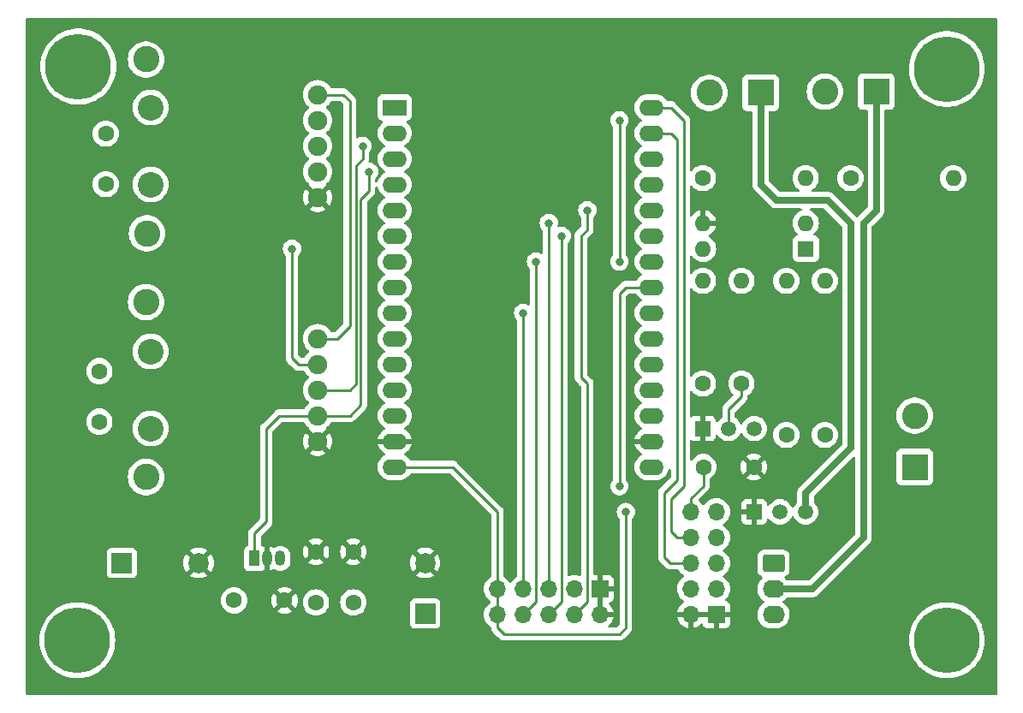
<source format=gbr>
%TF.GenerationSoftware,KiCad,Pcbnew,7.0.7*%
%TF.CreationDate,2023-11-28T10:46:01+01:00*%
%TF.ProjectId,THT_Oven,5448545f-4f76-4656-9e2e-6b696361645f,rev?*%
%TF.SameCoordinates,Original*%
%TF.FileFunction,Copper,L1,Top*%
%TF.FilePolarity,Positive*%
%FSLAX46Y46*%
G04 Gerber Fmt 4.6, Leading zero omitted, Abs format (unit mm)*
G04 Created by KiCad (PCBNEW 7.0.7) date 2023-11-28 10:46:01*
%MOMM*%
%LPD*%
G01*
G04 APERTURE LIST*
G04 Aperture macros list*
%AMRoundRect*
0 Rectangle with rounded corners*
0 $1 Rounding radius*
0 $2 $3 $4 $5 $6 $7 $8 $9 X,Y pos of 4 corners*
0 Add a 4 corners polygon primitive as box body*
4,1,4,$2,$3,$4,$5,$6,$7,$8,$9,$2,$3,0*
0 Add four circle primitives for the rounded corners*
1,1,$1+$1,$2,$3*
1,1,$1+$1,$4,$5*
1,1,$1+$1,$6,$7*
1,1,$1+$1,$8,$9*
0 Add four rect primitives between the rounded corners*
20,1,$1+$1,$2,$3,$4,$5,0*
20,1,$1+$1,$4,$5,$6,$7,0*
20,1,$1+$1,$6,$7,$8,$9,0*
20,1,$1+$1,$8,$9,$2,$3,0*%
G04 Aperture macros list end*
%TA.AperFunction,ComponentPad*%
%ADD10C,1.600000*%
%TD*%
%TA.AperFunction,ComponentPad*%
%ADD11O,1.600000X1.600000*%
%TD*%
%TA.AperFunction,ComponentPad*%
%ADD12R,1.500000X1.500000*%
%TD*%
%TA.AperFunction,ComponentPad*%
%ADD13C,1.500000*%
%TD*%
%TA.AperFunction,ComponentPad*%
%ADD14R,1.600000X1.600000*%
%TD*%
%TA.AperFunction,ComponentPad*%
%ADD15R,1.700000X1.700000*%
%TD*%
%TA.AperFunction,ComponentPad*%
%ADD16O,1.700000X1.700000*%
%TD*%
%TA.AperFunction,ComponentPad*%
%ADD17R,2.400000X1.600000*%
%TD*%
%TA.AperFunction,ComponentPad*%
%ADD18O,2.400000X1.600000*%
%TD*%
%TA.AperFunction,ComponentPad*%
%ADD19C,1.905000*%
%TD*%
%TA.AperFunction,ComponentPad*%
%ADD20C,2.540000*%
%TD*%
%TA.AperFunction,ComponentPad*%
%ADD21R,2.600000X2.600000*%
%TD*%
%TA.AperFunction,ComponentPad*%
%ADD22C,2.600000*%
%TD*%
%TA.AperFunction,ComponentPad*%
%ADD23R,2.000000X2.000000*%
%TD*%
%TA.AperFunction,ComponentPad*%
%ADD24C,2.000000*%
%TD*%
%TA.AperFunction,ComponentPad*%
%ADD25R,1.050000X1.500000*%
%TD*%
%TA.AperFunction,ComponentPad*%
%ADD26O,1.050000X1.500000*%
%TD*%
%TA.AperFunction,ComponentPad*%
%ADD27RoundRect,0.250000X-0.845000X0.620000X-0.845000X-0.620000X0.845000X-0.620000X0.845000X0.620000X0*%
%TD*%
%TA.AperFunction,ComponentPad*%
%ADD28O,2.190000X1.740000*%
%TD*%
%TA.AperFunction,ViaPad*%
%ADD29C,6.500000*%
%TD*%
%TA.AperFunction,ViaPad*%
%ADD30C,2.600000*%
%TD*%
%TA.AperFunction,ViaPad*%
%ADD31C,0.800000*%
%TD*%
%TA.AperFunction,Conductor*%
%ADD32C,0.250000*%
%TD*%
%TA.AperFunction,Conductor*%
%ADD33C,0.635000*%
%TD*%
G04 APERTURE END LIST*
D10*
%TO.P,C4,1*%
%TO.N,Net-(U5-TC+)*%
X55880000Y-88225000D03*
%TO.P,C4,2*%
%TO.N,Net-(U5-TC-)*%
X55880000Y-83225000D03*
%TD*%
%TO.P,R11,1*%
%TO.N,Net-(J4-Pin_2)*%
X130175000Y-64135000D03*
D11*
%TO.P,R11,2*%
%TO.N,+5V*%
X140335000Y-64135000D03*
%TD*%
D12*
%TO.P,Q2,1,E*%
%TO.N,GND*%
X120650000Y-97155000D03*
D13*
%TO.P,Q2,2,B*%
%TO.N,Net-(Q2-B)*%
X123190000Y-97155000D03*
%TO.P,Q2,3,C*%
%TO.N,Net-(J3-Pin_1)*%
X125730000Y-97155000D03*
%TD*%
D10*
%TO.P,R6,1*%
%TO.N,Net-(J6-Pin_2)*%
X123825000Y-89535000D03*
D11*
%TO.P,R6,2*%
%TO.N,Net-(R6-Pad2)*%
X123825000Y-74295000D03*
%TD*%
D14*
%TO.P,U3,1*%
%TO.N,Net-(R6-Pad2)*%
X125750000Y-71125000D03*
D11*
%TO.P,U3,2*%
%TO.N,Net-(R5-Pad2)*%
X125750000Y-68585000D03*
%TO.P,U3,3*%
%TO.N,GND*%
X115590000Y-68585000D03*
%TO.P,U3,4*%
%TO.N,Net-(U1-D4)*%
X115590000Y-71125000D03*
%TD*%
D15*
%TO.P,J1,1,Pin_1*%
%TO.N,GND*%
X116900000Y-107300000D03*
D16*
%TO.P,J1,2,Pin_2*%
X114360000Y-107300000D03*
%TO.P,J1,3,Pin_3*%
%TO.N,Net-(J1-Pin_3)*%
X116900000Y-104760000D03*
%TO.P,J1,4,Pin_4*%
%TO.N,Net-(J1-Pin_4)*%
X114360000Y-104760000D03*
%TO.P,J1,5,Pin_5*%
%TO.N,Net-(J1-Pin_5)*%
X116900000Y-102220000D03*
%TO.P,J1,6,Pin_6*%
%TO.N,Net-(J1-Pin_6)*%
X114360000Y-102220000D03*
%TO.P,J1,7,Pin_7*%
%TO.N,Net-(J1-Pin_7)*%
X116900000Y-99680000D03*
%TO.P,J1,8,Pin_8*%
%TO.N,Net-(J1-Pin_8)*%
X114360000Y-99680000D03*
%TO.P,J1,9,Pin_9*%
%TO.N,Net-(J1-Pin_9)*%
X116900000Y-97140000D03*
%TO.P,J1,10,Pin_10*%
%TO.N,+5V*%
X114360000Y-97140000D03*
%TD*%
D17*
%TO.P,U1,1,EN*%
%TO.N,unconnected-(U1-EN-Pad1)*%
X85090000Y-57150000D03*
D18*
%TO.P,U1,2,Vp*%
%TO.N,unconnected-(U1-Vp-Pad2)*%
X85090000Y-59690000D03*
%TO.P,U1,3,VN*%
%TO.N,unconnected-(U1-VN-Pad3)*%
X85090000Y-62230000D03*
%TO.P,U1,4,D34*%
%TO.N,unconnected-(U1-D34-Pad4)*%
X85090000Y-64770000D03*
%TO.P,U1,5,D35*%
%TO.N,Net-(J2-Pin_4)*%
X85090000Y-67310000D03*
%TO.P,U1,6,D32*%
%TO.N,Net-(J2-Pin_6)*%
X85090000Y-69850000D03*
%TO.P,U1,7,D33*%
%TO.N,Net-(J2-Pin_8)*%
X85090000Y-72390000D03*
%TO.P,U1,8,D25*%
%TO.N,Net-(BZ1--)*%
X85090000Y-74930000D03*
%TO.P,U1,9,D26*%
%TO.N,Net-(J2-Pin_7)*%
X85090000Y-77470000D03*
%TO.P,U1,10,D27*%
%TO.N,Net-(J1-Pin_7)*%
X85090000Y-80010000D03*
%TO.P,U1,11,D14*%
%TO.N,Net-(J1-Pin_5)*%
X85090000Y-82550000D03*
%TO.P,U1,12,D12*%
%TO.N,Net-(J1-Pin_3)*%
X85090000Y-85090000D03*
%TO.P,U1,13,D13*%
%TO.N,Net-(J1-Pin_4)*%
X85090000Y-87630000D03*
%TO.P,U1,14,GND*%
%TO.N,GND*%
X85090000Y-90170000D03*
%TO.P,U1,15,Vin*%
%TO.N,+5V*%
X85090000Y-92710000D03*
%TO.P,U1,16,3v3*%
%TO.N,unconnected-(U1-3v3-Pad16)*%
X110490000Y-92710000D03*
%TO.P,U1,17,GND*%
%TO.N,GND*%
X110490000Y-90170000D03*
%TO.P,U1,18,D15*%
%TO.N,unconnected-(U1-D15-Pad18)*%
X110490000Y-87630000D03*
%TO.P,U1,19,D2*%
%TO.N,unconnected-(U1-D2-Pad19)*%
X110490000Y-85090000D03*
%TO.P,U1,20,D4*%
%TO.N,Net-(U1-D4)*%
X110490000Y-82550000D03*
%TO.P,U1,21,RX2*%
%TO.N,Net-(U1-RX2)*%
X110490000Y-80010000D03*
%TO.P,U1,22,TX2*%
%TO.N,Net-(U1-TX2)*%
X110490000Y-77470000D03*
%TO.P,U1,23,D5*%
%TO.N,Net-(J1-Pin_9)*%
X110490000Y-74930000D03*
%TO.P,U1,24,D18*%
%TO.N,Net-(U1-D18)*%
X110490000Y-72390000D03*
%TO.P,U1,25,D19*%
%TO.N,Net-(U1-D19)*%
X110490000Y-69850000D03*
%TO.P,U1,26,D21*%
%TO.N,Net-(J2-Pin_5)*%
X110490000Y-67310000D03*
%TO.P,U1,27,RX0*%
%TO.N,unconnected-(U1-RX0-Pad27)*%
X110490000Y-64770000D03*
%TO.P,U1,28,TX0*%
%TO.N,unconnected-(U1-TX0-Pad28)*%
X110490000Y-62230000D03*
%TO.P,U1,29,D22*%
%TO.N,Net-(J1-Pin_6)*%
X110490000Y-59690000D03*
%TO.P,U1,30,D23*%
%TO.N,Net-(J1-Pin_8)*%
X110490000Y-57150000D03*
%TD*%
D19*
%TO.P,U4,1,GND*%
%TO.N,GND*%
X77470000Y-66040000D03*
%TO.P,U4,2,Vcc*%
%TO.N,+3.3V*%
X77470000Y-63500000D03*
%TO.P,U4,3,SO\u002A*%
%TO.N,Net-(J1-Pin_3)*%
X77470000Y-60960000D03*
%TO.P,U4,4,CS*%
%TO.N,Net-(U1-D18)*%
X77470000Y-58420000D03*
%TO.P,U4,5,SCK*%
%TO.N,Net-(J1-Pin_5)*%
X77470000Y-55880000D03*
D20*
%TO.P,U4,6,TC+*%
%TO.N,Net-(U4-TC+)*%
X60960000Y-64770000D03*
%TO.P,U4,7,TC-*%
%TO.N,Net-(U4-TC-)*%
X60960000Y-57150000D03*
%TD*%
D21*
%TO.P,J4,1,Pin_1*%
%TO.N,Net-(J4-Pin_1)*%
X132720000Y-55580000D03*
D22*
%TO.P,J4,2,Pin_2*%
%TO.N,Net-(J4-Pin_2)*%
X127640000Y-55580000D03*
%TD*%
D10*
%TO.P,R5,1*%
%TO.N,Net-(J6-Pin_1)*%
X127635000Y-89535000D03*
D11*
%TO.P,R5,2*%
%TO.N,Net-(R5-Pad2)*%
X127635000Y-74295000D03*
%TD*%
D12*
%TO.P,Q1,1,E*%
%TO.N,GND*%
X115570000Y-88900000D03*
D13*
%TO.P,Q1,2,B*%
%TO.N,Net-(Q1-B)*%
X118110000Y-88900000D03*
%TO.P,Q1,3,C*%
%TO.N,Net-(J5-Pin_1)*%
X120650000Y-88900000D03*
%TD*%
D21*
%TO.P,J6,1,Pin_1*%
%TO.N,Net-(J6-Pin_1)*%
X136525000Y-92715000D03*
D22*
%TO.P,J6,2,Pin_2*%
%TO.N,Net-(J6-Pin_2)*%
X136525000Y-87635000D03*
%TD*%
D10*
%TO.P,C7,1*%
%TO.N,+5V*%
X115610000Y-92710000D03*
%TO.P,C7,2*%
%TO.N,GND*%
X120610000Y-92710000D03*
%TD*%
D23*
%TO.P,BZ1,1,-*%
%TO.N,Net-(BZ1--)*%
X58100000Y-102200000D03*
D24*
%TO.P,BZ1,2,+*%
%TO.N,GND*%
X65700000Y-102200000D03*
%TD*%
D10*
%TO.P,C8,1*%
%TO.N,+3.3V*%
X77300000Y-106100000D03*
%TO.P,C8,2*%
%TO.N,GND*%
X77300000Y-101100000D03*
%TD*%
%TO.P,R9,1*%
%TO.N,Net-(Q2-B)*%
X115570000Y-84455000D03*
D11*
%TO.P,R9,2*%
%TO.N,Net-(U1-TX2)*%
X115570000Y-74295000D03*
%TD*%
D19*
%TO.P,U5,1,GND*%
%TO.N,GND*%
X77470000Y-90170000D03*
%TO.P,U5,2,Vcc*%
%TO.N,+3.3V*%
X77470000Y-87630000D03*
%TO.P,U5,3,SO\u002A*%
%TO.N,Net-(J1-Pin_3)*%
X77470000Y-85090000D03*
%TO.P,U5,4,CS*%
%TO.N,Net-(U1-D19)*%
X77470000Y-82550000D03*
%TO.P,U5,5,SCK*%
%TO.N,Net-(J1-Pin_5)*%
X77470000Y-80010000D03*
D20*
%TO.P,U5,6,TC+*%
%TO.N,Net-(U5-TC+)*%
X60960000Y-88900000D03*
%TO.P,U5,7,TC-*%
%TO.N,Net-(U5-TC-)*%
X60960000Y-81280000D03*
%TD*%
D15*
%TO.P,J2,1,Pin_1*%
%TO.N,GND*%
X105405000Y-104770000D03*
D16*
%TO.P,J2,2,Pin_2*%
X105405000Y-107310000D03*
%TO.P,J2,3,Pin_3*%
%TO.N,unconnected-(J2-Pin_3-Pad3)*%
X102865000Y-104770000D03*
%TO.P,J2,4,Pin_4*%
%TO.N,Net-(J2-Pin_4)*%
X102865000Y-107310000D03*
%TO.P,J2,5,Pin_5*%
%TO.N,Net-(J2-Pin_5)*%
X100325000Y-104770000D03*
%TO.P,J2,6,Pin_6*%
%TO.N,Net-(J2-Pin_6)*%
X100325000Y-107310000D03*
%TO.P,J2,7,Pin_7*%
%TO.N,Net-(J2-Pin_7)*%
X97785000Y-104770000D03*
%TO.P,J2,8,Pin_8*%
%TO.N,Net-(J2-Pin_8)*%
X97785000Y-107310000D03*
%TO.P,J2,9,Pin_9*%
%TO.N,+5V*%
X95245000Y-104770000D03*
%TO.P,J2,10,Pin_10*%
X95245000Y-107310000D03*
%TD*%
D10*
%TO.P,R12,1*%
%TO.N,Net-(Q1-B)*%
X119380000Y-84455000D03*
D11*
%TO.P,R12,2*%
%TO.N,Net-(U1-RX2)*%
X119380000Y-74295000D03*
%TD*%
D10*
%TO.P,C5,1*%
%TO.N,+3.3V*%
X69200000Y-105900000D03*
%TO.P,C5,2*%
%TO.N,GND*%
X74200000Y-105900000D03*
%TD*%
D25*
%TO.P,U2,1,VO*%
%TO.N,+3.3V*%
X71230000Y-101760000D03*
D26*
%TO.P,U2,2,GND*%
%TO.N,GND*%
X72500000Y-101760000D03*
%TO.P,U2,3,VI*%
%TO.N,+5V*%
X73770000Y-101760000D03*
%TD*%
D27*
%TO.P,J5,1,Pin_1*%
%TO.N,Net-(J5-Pin_1)*%
X122555000Y-102235000D03*
D28*
%TO.P,J5,2,Pin_2*%
%TO.N,Net-(J4-Pin_1)*%
X122555000Y-104775000D03*
%TO.P,J5,3,Pin_3*%
%TO.N,Net-(J3-Pin_1)*%
X122555000Y-107315000D03*
%TD*%
D21*
%TO.P,J3,1,Pin_1*%
%TO.N,Net-(J3-Pin_1)*%
X121285000Y-55700000D03*
D22*
%TO.P,J3,2,Pin_2*%
%TO.N,Net-(J3-Pin_2)*%
X116205000Y-55700000D03*
%TD*%
D10*
%TO.P,C6,1*%
%TO.N,+3.3V*%
X81000000Y-106100000D03*
%TO.P,C6,2*%
%TO.N,GND*%
X81000000Y-101100000D03*
%TD*%
%TO.P,R10,1*%
%TO.N,Net-(J3-Pin_2)*%
X115570000Y-64135000D03*
D11*
%TO.P,R10,2*%
%TO.N,+5V*%
X125730000Y-64135000D03*
%TD*%
D23*
%TO.P,C9,1*%
%TO.N,+3.3V*%
X88100000Y-107200000D03*
D24*
%TO.P,C9,2*%
%TO.N,GND*%
X88100000Y-102200000D03*
%TD*%
D10*
%TO.P,C3,1*%
%TO.N,Net-(U4-TC+)*%
X56515000Y-64730000D03*
%TO.P,C3,2*%
%TO.N,Net-(U4-TC-)*%
X56515000Y-59730000D03*
%TD*%
D29*
%TO.N,*%
X139700000Y-109855000D03*
X53700000Y-109855000D03*
X53800000Y-53100000D03*
D30*
X60500000Y-52400000D03*
X60500000Y-76400000D03*
X60500000Y-93700000D03*
D29*
X139700000Y-53340000D03*
D30*
X60600000Y-69600000D03*
D31*
%TO.N,+3.3V*%
X82550000Y-63500000D03*
%TO.N,+5V*%
X107950000Y-97155000D03*
%TO.N,Net-(J1-Pin_3)*%
X81915000Y-60960000D03*
%TO.N,Net-(J1-Pin_9)*%
X107315000Y-94615000D03*
%TO.N,Net-(J2-Pin_4)*%
X104140000Y-67310000D03*
%TO.N,Net-(J2-Pin_5)*%
X100330000Y-68580000D03*
%TO.N,Net-(J2-Pin_6)*%
X101600000Y-69850000D03*
%TO.N,Net-(J2-Pin_7)*%
X97790000Y-77470000D03*
%TO.N,Net-(J2-Pin_8)*%
X99060000Y-72390000D03*
%TO.N,Net-(U1-D18)*%
X107315000Y-58420000D03*
X107315000Y-72390000D03*
%TO.N,Net-(U1-D19)*%
X74930000Y-71120000D03*
%TD*%
D32*
%TO.N,+3.3V*%
X72390000Y-98110000D02*
X71230000Y-99270000D01*
X82550000Y-63500000D02*
X82550000Y-65405000D01*
X71230000Y-99270000D02*
X71230000Y-101760000D01*
X77470000Y-87630000D02*
X73660000Y-87630000D01*
X80645000Y-87630000D02*
X77470000Y-87630000D01*
X72390000Y-88900000D02*
X72390000Y-98110000D01*
X82550000Y-65405000D02*
X81730000Y-66225000D01*
X81730000Y-66225000D02*
X81730000Y-86545000D01*
X81730000Y-86545000D02*
X80645000Y-87630000D01*
X73660000Y-87630000D02*
X72390000Y-88900000D01*
%TO.N,+5V*%
X95245000Y-104770000D02*
X95245000Y-97155000D01*
X95245000Y-97150000D02*
X95245000Y-97155000D01*
X107950000Y-108585000D02*
X107315000Y-109220000D01*
X95885000Y-109220000D02*
X95245000Y-108580000D01*
X95245000Y-108580000D02*
X95245000Y-107310000D01*
X85090000Y-92710000D02*
X90805000Y-92710000D01*
X115610000Y-92710000D02*
X115610000Y-94575000D01*
X107950000Y-97155000D02*
X107950000Y-106045000D01*
X115610000Y-94575000D02*
X114360000Y-95825000D01*
X114360000Y-95825000D02*
X114360000Y-97140000D01*
X90805000Y-92710000D02*
X95245000Y-97150000D01*
X107950000Y-106045000D02*
X107950000Y-108585000D01*
X95245000Y-107310000D02*
X95245000Y-104770000D01*
X107315000Y-109220000D02*
X95885000Y-109220000D01*
%TO.N,Net-(J1-Pin_3)*%
X81280000Y-62865000D02*
X81280000Y-84455000D01*
X81915000Y-60960000D02*
X81915000Y-62230000D01*
X81915000Y-62230000D02*
X81280000Y-62865000D01*
X80645000Y-85090000D02*
X77470000Y-85090000D01*
X81280000Y-84455000D02*
X80645000Y-85090000D01*
%TO.N,Net-(J1-Pin_5)*%
X80010000Y-55880000D02*
X80645000Y-56515000D01*
X77470000Y-55880000D02*
X80010000Y-55880000D01*
X80645000Y-78740000D02*
X79375000Y-80010000D01*
X79375000Y-80010000D02*
X77470000Y-80010000D01*
X80645000Y-56515000D02*
X80645000Y-78740000D01*
%TO.N,Net-(J1-Pin_6)*%
X112380000Y-102220000D02*
X111760000Y-101600000D01*
X111760000Y-95250000D02*
X113030000Y-93980000D01*
X114360000Y-102220000D02*
X112380000Y-102220000D01*
X111760000Y-101600000D02*
X111760000Y-95250000D01*
X113030000Y-60325000D02*
X112395000Y-59690000D01*
X112395000Y-59690000D02*
X110490000Y-59690000D01*
X113030000Y-93980000D02*
X113030000Y-60325000D01*
%TO.N,Net-(J1-Pin_8)*%
X112395000Y-57150000D02*
X113665000Y-58420000D01*
X112395000Y-99060000D02*
X113015000Y-99680000D01*
X112395000Y-95885000D02*
X112395000Y-99060000D01*
X113015000Y-99680000D02*
X114360000Y-99680000D01*
X113665000Y-86360000D02*
X113665000Y-94615000D01*
X113665000Y-94615000D02*
X112395000Y-95885000D01*
X110490000Y-57150000D02*
X112395000Y-57150000D01*
X113665000Y-58420000D02*
X113665000Y-86360000D01*
%TO.N,Net-(J1-Pin_9)*%
X107315000Y-75565000D02*
X107950000Y-74930000D01*
X107315000Y-94615000D02*
X107315000Y-75565000D01*
X107950000Y-74930000D02*
X110490000Y-74930000D01*
%TO.N,Net-(J2-Pin_4)*%
X104140000Y-84455000D02*
X103505000Y-83820000D01*
X104130000Y-106045000D02*
X104140000Y-106045000D01*
X104140000Y-106045000D02*
X104140000Y-84455000D01*
X104140000Y-69215000D02*
X104140000Y-67310000D01*
X103505000Y-83820000D02*
X103505000Y-69850000D01*
X103505000Y-69850000D02*
X104140000Y-69215000D01*
X102865000Y-107310000D02*
X104130000Y-106045000D01*
%TO.N,Net-(J2-Pin_5)*%
X100325000Y-104770000D02*
X100330000Y-68580000D01*
X100330000Y-68580000D02*
X100325000Y-68585000D01*
%TO.N,Net-(J2-Pin_6)*%
X101600000Y-69850000D02*
X101600000Y-106035000D01*
X101600000Y-106035000D02*
X100325000Y-107310000D01*
%TO.N,Net-(J2-Pin_7)*%
X97785000Y-77475000D02*
X97785000Y-104770000D01*
X97790000Y-77470000D02*
X97785000Y-77475000D01*
%TO.N,Net-(J2-Pin_8)*%
X99060000Y-72390000D02*
X99060000Y-106035000D01*
X99060000Y-106035000D02*
X97785000Y-107310000D01*
D33*
%TO.N,Net-(J3-Pin_1)*%
X127900000Y-66305000D02*
X122820000Y-66305000D01*
X130175000Y-68580000D02*
X130175000Y-90805000D01*
X127900000Y-66305000D02*
X130175000Y-68580000D01*
X130175000Y-90805000D02*
X125730000Y-95250000D01*
X125730000Y-95250000D02*
X125730000Y-97155000D01*
X121285000Y-64770000D02*
X121285000Y-55700000D01*
X122820000Y-66305000D02*
X121285000Y-64770000D01*
%TO.N,Net-(J4-Pin_1)*%
X131445000Y-99695000D02*
X126365000Y-104775000D01*
X132720000Y-55580000D02*
X132715000Y-55585000D01*
X126365000Y-104775000D02*
X122555000Y-104775000D01*
X132715000Y-55585000D02*
X132715000Y-67310000D01*
X132715000Y-67310000D02*
X131445000Y-68580000D01*
X131445000Y-68580000D02*
X131445000Y-99695000D01*
D32*
%TO.N,Net-(Q1-B)*%
X119380000Y-85725000D02*
X118110000Y-86995000D01*
X119380000Y-84455000D02*
X119380000Y-85725000D01*
X118110000Y-86995000D02*
X118110000Y-88900000D01*
%TO.N,Net-(U1-D18)*%
X107315000Y-58420000D02*
X107315000Y-72390000D01*
%TO.N,Net-(U1-D19)*%
X75565000Y-82550000D02*
X77470000Y-82550000D01*
X74930000Y-81915000D02*
X75565000Y-82550000D01*
X74930000Y-71120000D02*
X74930000Y-81915000D01*
%TD*%
%TA.AperFunction,Conductor*%
%TO.N,GND*%
G36*
X105582512Y-105269507D02*
G01*
X105635315Y-105315262D01*
X105655000Y-105382301D01*
X105655000Y-106697698D01*
X105635315Y-106764737D01*
X105582511Y-106810492D01*
X105513355Y-106820436D01*
X105440766Y-106810000D01*
X105440763Y-106810000D01*
X105369237Y-106810000D01*
X105369233Y-106810000D01*
X105296645Y-106820436D01*
X105227487Y-106810492D01*
X105174684Y-106764736D01*
X105155000Y-106697698D01*
X105155000Y-105382301D01*
X105174685Y-105315262D01*
X105227489Y-105269507D01*
X105296647Y-105259563D01*
X105369237Y-105270000D01*
X105369238Y-105270000D01*
X105440762Y-105270000D01*
X105440763Y-105270000D01*
X105513353Y-105259563D01*
X105582512Y-105269507D01*
G37*
%TD.AperFunction*%
%TA.AperFunction,Conductor*%
G36*
X116353692Y-107069685D02*
G01*
X116399447Y-107122489D01*
X116409391Y-107191647D01*
X116405631Y-107208933D01*
X116400000Y-107228111D01*
X116400000Y-107371888D01*
X116405631Y-107391067D01*
X116405630Y-107460936D01*
X116367855Y-107519714D01*
X116304299Y-107548738D01*
X116286653Y-107550000D01*
X114973347Y-107550000D01*
X114906308Y-107530315D01*
X114860553Y-107477511D01*
X114850609Y-107408353D01*
X114854369Y-107391067D01*
X114860000Y-107371888D01*
X114860000Y-107228111D01*
X114854369Y-107208933D01*
X114854370Y-107139064D01*
X114892145Y-107080286D01*
X114955701Y-107051262D01*
X114973347Y-107050000D01*
X116286653Y-107050000D01*
X116353692Y-107069685D01*
G37*
%TD.AperFunction*%
%TA.AperFunction,Conductor*%
G36*
X144647539Y-48355185D02*
G01*
X144693294Y-48407989D01*
X144704500Y-48459500D01*
X144704500Y-115116500D01*
X144684815Y-115183539D01*
X144632011Y-115229294D01*
X144580500Y-115240500D01*
X48713500Y-115240500D01*
X48646461Y-115220815D01*
X48600706Y-115168011D01*
X48589500Y-115116500D01*
X48589500Y-109855000D01*
X49944680Y-109855000D01*
X49963946Y-110234918D01*
X50021551Y-110610935D01*
X50116904Y-110979212D01*
X50249016Y-111335925D01*
X50249022Y-111335940D01*
X50416548Y-111677463D01*
X50416553Y-111677472D01*
X50617771Y-112000294D01*
X50617771Y-112000295D01*
X50850620Y-112301112D01*
X51112708Y-112576829D01*
X51112709Y-112576829D01*
X51401343Y-112824614D01*
X51401346Y-112824616D01*
X51713571Y-113041931D01*
X52046179Y-113226543D01*
X52395758Y-113376559D01*
X52395761Y-113376560D01*
X52395766Y-113376562D01*
X52758709Y-113490436D01*
X52758712Y-113490436D01*
X52758720Y-113490439D01*
X53131340Y-113567015D01*
X53434104Y-113597803D01*
X53509795Y-113605500D01*
X53509796Y-113605500D01*
X53890205Y-113605500D01*
X53953279Y-113599085D01*
X54268660Y-113567015D01*
X54641280Y-113490439D01*
X54641290Y-113490436D01*
X55004233Y-113376562D01*
X55004234Y-113376561D01*
X55004242Y-113376559D01*
X55353821Y-113226543D01*
X55686429Y-113041931D01*
X55998654Y-112824616D01*
X56287291Y-112576829D01*
X56549380Y-112301112D01*
X56782229Y-112000295D01*
X56983451Y-111677464D01*
X57150981Y-111335932D01*
X57283098Y-110979204D01*
X57378448Y-110610940D01*
X57436053Y-110234919D01*
X57455320Y-109855000D01*
X135944680Y-109855000D01*
X135963946Y-110234918D01*
X136021551Y-110610935D01*
X136116904Y-110979212D01*
X136249016Y-111335925D01*
X136249022Y-111335940D01*
X136416548Y-111677463D01*
X136416553Y-111677472D01*
X136617771Y-112000295D01*
X136850620Y-112301112D01*
X137112708Y-112576828D01*
X137112709Y-112576829D01*
X137401343Y-112824614D01*
X137401346Y-112824616D01*
X137713571Y-113041931D01*
X138046179Y-113226543D01*
X138395758Y-113376559D01*
X138395761Y-113376560D01*
X138395766Y-113376562D01*
X138758709Y-113490436D01*
X138758712Y-113490436D01*
X138758720Y-113490439D01*
X139131340Y-113567015D01*
X139434104Y-113597803D01*
X139509795Y-113605500D01*
X139509796Y-113605500D01*
X139890205Y-113605500D01*
X139953280Y-113599085D01*
X140268660Y-113567015D01*
X140641280Y-113490439D01*
X140641290Y-113490436D01*
X141004233Y-113376562D01*
X141004234Y-113376561D01*
X141004242Y-113376559D01*
X141353821Y-113226543D01*
X141686429Y-113041931D01*
X141998654Y-112824616D01*
X142287291Y-112576829D01*
X142549380Y-112301112D01*
X142782229Y-112000295D01*
X142983451Y-111677464D01*
X143150981Y-111335932D01*
X143283098Y-110979204D01*
X143378448Y-110610940D01*
X143436053Y-110234919D01*
X143455320Y-109855000D01*
X143436053Y-109475081D01*
X143378448Y-109099060D01*
X143283098Y-108730796D01*
X143275080Y-108709148D01*
X143187843Y-108473600D01*
X143150981Y-108374068D01*
X143145173Y-108362228D01*
X142983451Y-108032536D01*
X142983446Y-108032527D01*
X142821984Y-107773486D01*
X142782229Y-107709705D01*
X142589668Y-107460936D01*
X142549384Y-107408893D01*
X142549383Y-107408892D01*
X142549380Y-107408888D01*
X142287291Y-107133171D01*
X142279799Y-107126739D01*
X141998656Y-106885385D01*
X141686429Y-106668069D01*
X141686424Y-106668066D01*
X141353820Y-106483456D01*
X141004233Y-106333437D01*
X140641290Y-106219563D01*
X140641284Y-106219562D01*
X140641281Y-106219561D01*
X140641280Y-106219561D01*
X140268660Y-106142985D01*
X140268659Y-106142984D01*
X140268655Y-106142984D01*
X139890205Y-106104500D01*
X139890204Y-106104500D01*
X139509796Y-106104500D01*
X139509795Y-106104500D01*
X139131344Y-106142984D01*
X138758715Y-106219562D01*
X138758709Y-106219563D01*
X138395766Y-106333437D01*
X138046179Y-106483456D01*
X137713575Y-106668066D01*
X137713570Y-106668069D01*
X137401343Y-106885385D01*
X137112709Y-107133170D01*
X136850615Y-107408893D01*
X136617771Y-107709704D01*
X136416553Y-108032527D01*
X136416548Y-108032536D01*
X136249022Y-108374059D01*
X136249016Y-108374074D01*
X136116904Y-108730787D01*
X136021551Y-109099064D01*
X135963946Y-109475081D01*
X135944680Y-109855000D01*
X57455320Y-109855000D01*
X57436053Y-109475081D01*
X57378448Y-109099060D01*
X57283098Y-108730796D01*
X57275080Y-108709148D01*
X57187843Y-108473600D01*
X57150981Y-108374068D01*
X57145173Y-108362228D01*
X57089078Y-108247870D01*
X86599500Y-108247870D01*
X86599501Y-108247876D01*
X86605908Y-108307483D01*
X86656202Y-108442328D01*
X86656206Y-108442335D01*
X86742452Y-108557544D01*
X86742455Y-108557547D01*
X86857664Y-108643793D01*
X86857671Y-108643797D01*
X86992517Y-108694091D01*
X86992516Y-108694091D01*
X86999444Y-108694835D01*
X87052127Y-108700500D01*
X89147872Y-108700499D01*
X89207483Y-108694091D01*
X89342331Y-108643796D01*
X89457546Y-108557546D01*
X89543796Y-108442331D01*
X89594091Y-108307483D01*
X89600500Y-108247873D01*
X89600499Y-106152128D01*
X89594091Y-106092517D01*
X89592032Y-106086997D01*
X89543797Y-105957671D01*
X89543793Y-105957664D01*
X89457547Y-105842455D01*
X89457544Y-105842452D01*
X89342335Y-105756206D01*
X89342328Y-105756202D01*
X89207482Y-105705908D01*
X89207483Y-105705908D01*
X89147883Y-105699501D01*
X89147881Y-105699500D01*
X89147873Y-105699500D01*
X89147864Y-105699500D01*
X87052129Y-105699500D01*
X87052123Y-105699501D01*
X86992516Y-105705908D01*
X86857671Y-105756202D01*
X86857664Y-105756206D01*
X86742455Y-105842452D01*
X86742452Y-105842455D01*
X86656206Y-105957664D01*
X86656202Y-105957671D01*
X86605908Y-106092517D01*
X86600483Y-106142984D01*
X86599501Y-106152123D01*
X86599500Y-106152135D01*
X86599500Y-108247870D01*
X57089078Y-108247870D01*
X56983451Y-108032536D01*
X56983446Y-108032527D01*
X56821984Y-107773486D01*
X56782229Y-107709705D01*
X56589668Y-107460936D01*
X56549384Y-107408893D01*
X56549383Y-107408892D01*
X56549380Y-107408888D01*
X56287291Y-107133171D01*
X56279799Y-107126739D01*
X55998656Y-106885385D01*
X55686429Y-106668069D01*
X55686424Y-106668066D01*
X55353820Y-106483456D01*
X55004233Y-106333437D01*
X54641290Y-106219563D01*
X54641284Y-106219562D01*
X54641281Y-106219561D01*
X54641280Y-106219561D01*
X54268660Y-106142985D01*
X54268659Y-106142984D01*
X54268655Y-106142984D01*
X53890205Y-106104500D01*
X53890204Y-106104500D01*
X53509796Y-106104500D01*
X53509795Y-106104500D01*
X53131344Y-106142984D01*
X52758715Y-106219562D01*
X52758709Y-106219563D01*
X52395766Y-106333437D01*
X52046179Y-106483456D01*
X51713575Y-106668066D01*
X51713570Y-106668069D01*
X51401343Y-106885385D01*
X51112709Y-107133170D01*
X50850615Y-107408893D01*
X50617771Y-107709704D01*
X50416553Y-108032527D01*
X50416548Y-108032536D01*
X50249022Y-108374059D01*
X50249016Y-108374074D01*
X50116904Y-108730787D01*
X50021551Y-109099064D01*
X49963946Y-109475081D01*
X49944680Y-109855000D01*
X48589500Y-109855000D01*
X48589500Y-105900001D01*
X67894532Y-105900001D01*
X67914364Y-106126686D01*
X67914366Y-106126697D01*
X67973258Y-106346488D01*
X67973261Y-106346497D01*
X68069431Y-106552732D01*
X68069432Y-106552734D01*
X68199954Y-106739141D01*
X68360858Y-106900045D01*
X68378267Y-106912235D01*
X68547266Y-107030568D01*
X68753504Y-107126739D01*
X68753509Y-107126740D01*
X68753511Y-107126741D01*
X68799502Y-107139064D01*
X68973308Y-107185635D01*
X69135230Y-107199801D01*
X69199998Y-107205468D01*
X69200000Y-107205468D01*
X69200002Y-107205468D01*
X69256673Y-107200509D01*
X69426692Y-107185635D01*
X69646496Y-107126739D01*
X69852734Y-107030568D01*
X70039139Y-106900047D01*
X70200047Y-106739139D01*
X70330568Y-106552734D01*
X70426739Y-106346496D01*
X70485635Y-106126692D01*
X70505468Y-105900002D01*
X72895034Y-105900002D01*
X72914858Y-106126599D01*
X72914860Y-106126610D01*
X72973730Y-106346317D01*
X72973734Y-106346326D01*
X73069865Y-106552481D01*
X73069866Y-106552483D01*
X73120973Y-106625471D01*
X73120973Y-106625472D01*
X73662580Y-106083865D01*
X73723903Y-106050380D01*
X73793594Y-106055364D01*
X73849528Y-106097235D01*
X73860742Y-106115246D01*
X73866527Y-106126599D01*
X73872358Y-106138044D01*
X73872363Y-106138050D01*
X73961949Y-106227636D01*
X73961951Y-106227637D01*
X73961955Y-106227641D01*
X73984747Y-106239254D01*
X74035542Y-106287228D01*
X74052337Y-106355049D01*
X74029799Y-106421184D01*
X74016132Y-106437419D01*
X73474526Y-106979025D01*
X73474526Y-106979026D01*
X73547512Y-107030131D01*
X73547516Y-107030133D01*
X73753673Y-107126265D01*
X73753682Y-107126269D01*
X73973389Y-107185139D01*
X73973400Y-107185141D01*
X74199998Y-107204966D01*
X74200002Y-107204966D01*
X74426599Y-107185141D01*
X74426610Y-107185139D01*
X74646317Y-107126269D01*
X74646331Y-107126264D01*
X74852478Y-107030136D01*
X74925472Y-106979025D01*
X74383866Y-106437419D01*
X74350381Y-106376096D01*
X74355365Y-106306404D01*
X74397237Y-106250471D01*
X74415245Y-106239258D01*
X74438045Y-106227641D01*
X74527641Y-106138045D01*
X74539254Y-106115252D01*
X74587225Y-106064458D01*
X74655046Y-106047661D01*
X74721181Y-106070197D01*
X74737419Y-106083866D01*
X75279025Y-106625472D01*
X75330136Y-106552478D01*
X75426264Y-106346331D01*
X75426269Y-106346317D01*
X75485139Y-106126610D01*
X75485141Y-106126599D01*
X75487468Y-106100001D01*
X75994532Y-106100001D01*
X76014364Y-106326686D01*
X76014366Y-106326697D01*
X76073258Y-106546488D01*
X76073261Y-106546497D01*
X76169431Y-106752732D01*
X76169432Y-106752734D01*
X76299954Y-106939141D01*
X76460858Y-107100045D01*
X76498310Y-107126269D01*
X76647266Y-107230568D01*
X76853504Y-107326739D01*
X77073308Y-107385635D01*
X77235230Y-107399801D01*
X77299998Y-107405468D01*
X77300000Y-107405468D01*
X77300002Y-107405468D01*
X77356673Y-107400509D01*
X77526692Y-107385635D01*
X77746496Y-107326739D01*
X77952734Y-107230568D01*
X78139139Y-107100047D01*
X78300047Y-106939139D01*
X78430568Y-106752734D01*
X78526739Y-106546496D01*
X78585635Y-106326692D01*
X78604225Y-106114208D01*
X78605468Y-106100001D01*
X79694532Y-106100001D01*
X79714364Y-106326686D01*
X79714366Y-106326697D01*
X79773258Y-106546488D01*
X79773261Y-106546497D01*
X79869431Y-106752732D01*
X79869432Y-106752734D01*
X79999954Y-106939141D01*
X80160858Y-107100045D01*
X80198310Y-107126269D01*
X80347266Y-107230568D01*
X80553504Y-107326739D01*
X80773308Y-107385635D01*
X80935230Y-107399801D01*
X80999998Y-107405468D01*
X81000000Y-107405468D01*
X81000002Y-107405468D01*
X81056673Y-107400509D01*
X81226692Y-107385635D01*
X81446496Y-107326739D01*
X81652734Y-107230568D01*
X81839139Y-107100047D01*
X82000047Y-106939139D01*
X82130568Y-106752734D01*
X82226739Y-106546496D01*
X82285635Y-106326692D01*
X82304225Y-106114208D01*
X82305468Y-106100001D01*
X82305468Y-106099998D01*
X82297301Y-106006649D01*
X82285635Y-105873308D01*
X82235110Y-105684746D01*
X82226741Y-105653511D01*
X82226738Y-105653502D01*
X82221092Y-105641395D01*
X82130568Y-105447266D01*
X82006446Y-105270000D01*
X82000045Y-105260858D01*
X81839141Y-105099954D01*
X81652734Y-104969432D01*
X81652732Y-104969431D01*
X81446497Y-104873261D01*
X81446488Y-104873258D01*
X81226697Y-104814366D01*
X81226693Y-104814365D01*
X81226692Y-104814365D01*
X81226691Y-104814364D01*
X81226686Y-104814364D01*
X81000002Y-104794532D01*
X80999998Y-104794532D01*
X80773313Y-104814364D01*
X80773302Y-104814366D01*
X80553511Y-104873258D01*
X80553502Y-104873261D01*
X80347267Y-104969431D01*
X80347265Y-104969432D01*
X80160858Y-105099954D01*
X79999954Y-105260858D01*
X79869432Y-105447265D01*
X79869431Y-105447267D01*
X79773261Y-105653502D01*
X79773258Y-105653511D01*
X79714366Y-105873302D01*
X79714364Y-105873313D01*
X79694532Y-106099998D01*
X79694532Y-106100001D01*
X78605468Y-106100001D01*
X78605468Y-106099998D01*
X78597301Y-106006649D01*
X78585635Y-105873308D01*
X78535110Y-105684746D01*
X78526741Y-105653511D01*
X78526738Y-105653502D01*
X78521092Y-105641395D01*
X78430568Y-105447266D01*
X78306446Y-105270000D01*
X78300045Y-105260858D01*
X78139141Y-105099954D01*
X77952734Y-104969432D01*
X77952732Y-104969431D01*
X77746497Y-104873261D01*
X77746488Y-104873258D01*
X77526697Y-104814366D01*
X77526693Y-104814365D01*
X77526692Y-104814365D01*
X77526691Y-104814364D01*
X77526686Y-104814364D01*
X77300002Y-104794532D01*
X77299998Y-104794532D01*
X77073313Y-104814364D01*
X77073302Y-104814366D01*
X76853511Y-104873258D01*
X76853502Y-104873261D01*
X76647267Y-104969431D01*
X76647265Y-104969432D01*
X76460858Y-105099954D01*
X76299954Y-105260858D01*
X76169432Y-105447265D01*
X76169431Y-105447267D01*
X76073261Y-105653502D01*
X76073258Y-105653511D01*
X76014366Y-105873302D01*
X76014364Y-105873313D01*
X75994532Y-106099998D01*
X75994532Y-106100001D01*
X75487468Y-106100001D01*
X75504966Y-105900002D01*
X75504966Y-105899997D01*
X75485141Y-105673400D01*
X75485139Y-105673389D01*
X75426269Y-105453682D01*
X75426265Y-105453673D01*
X75330133Y-105247516D01*
X75330131Y-105247512D01*
X75279026Y-105174526D01*
X75279025Y-105174526D01*
X74737419Y-105716132D01*
X74676096Y-105749617D01*
X74606404Y-105744633D01*
X74550471Y-105702761D01*
X74539256Y-105684751D01*
X74527641Y-105661955D01*
X74527637Y-105661951D01*
X74527636Y-105661949D01*
X74438050Y-105572363D01*
X74438044Y-105572358D01*
X74420501Y-105563420D01*
X74415250Y-105560744D01*
X74364456Y-105512773D01*
X74347660Y-105444952D01*
X74370197Y-105378817D01*
X74383865Y-105362580D01*
X74925472Y-104820973D01*
X74852483Y-104769866D01*
X74852481Y-104769865D01*
X74646326Y-104673734D01*
X74646317Y-104673730D01*
X74426610Y-104614860D01*
X74426599Y-104614858D01*
X74200002Y-104595034D01*
X74199998Y-104595034D01*
X73973400Y-104614858D01*
X73973389Y-104614860D01*
X73753682Y-104673730D01*
X73753673Y-104673734D01*
X73547513Y-104769868D01*
X73474526Y-104820973D01*
X74016133Y-105362580D01*
X74049618Y-105423903D01*
X74044634Y-105493595D01*
X74002762Y-105549528D01*
X73984748Y-105560745D01*
X73961956Y-105572358D01*
X73961949Y-105572363D01*
X73872363Y-105661949D01*
X73872358Y-105661956D01*
X73860745Y-105684748D01*
X73812770Y-105735544D01*
X73744949Y-105752338D01*
X73678814Y-105729800D01*
X73662580Y-105716133D01*
X73120973Y-105174526D01*
X73069868Y-105247513D01*
X72973734Y-105453673D01*
X72973730Y-105453682D01*
X72914860Y-105673389D01*
X72914858Y-105673400D01*
X72895034Y-105899997D01*
X72895034Y-105900002D01*
X70505468Y-105900002D01*
X70505468Y-105900000D01*
X70485635Y-105673308D01*
X70431696Y-105472003D01*
X70426741Y-105453511D01*
X70426738Y-105453502D01*
X70402823Y-105402217D01*
X70330568Y-105247266D01*
X70200047Y-105060861D01*
X70200045Y-105060858D01*
X70039141Y-104899954D01*
X69852734Y-104769432D01*
X69852732Y-104769431D01*
X69646497Y-104673261D01*
X69646488Y-104673258D01*
X69426697Y-104614366D01*
X69426693Y-104614365D01*
X69426692Y-104614365D01*
X69426691Y-104614364D01*
X69426686Y-104614364D01*
X69200002Y-104594532D01*
X69199998Y-104594532D01*
X68973313Y-104614364D01*
X68973302Y-104614366D01*
X68753511Y-104673258D01*
X68753502Y-104673261D01*
X68547267Y-104769431D01*
X68547265Y-104769432D01*
X68360858Y-104899954D01*
X68199954Y-105060858D01*
X68069432Y-105247265D01*
X68069431Y-105247267D01*
X67973261Y-105453502D01*
X67973258Y-105453511D01*
X67914366Y-105673302D01*
X67914364Y-105673313D01*
X67894532Y-105899998D01*
X67894532Y-105900001D01*
X48589500Y-105900001D01*
X48589500Y-103247870D01*
X56599500Y-103247870D01*
X56599501Y-103247876D01*
X56605908Y-103307483D01*
X56656202Y-103442328D01*
X56656206Y-103442335D01*
X56742452Y-103557544D01*
X56742455Y-103557547D01*
X56857664Y-103643793D01*
X56857671Y-103643797D01*
X56992517Y-103694091D01*
X56992516Y-103694091D01*
X56999444Y-103694835D01*
X57052127Y-103700500D01*
X59147872Y-103700499D01*
X59207483Y-103694091D01*
X59342331Y-103643796D01*
X59457546Y-103557546D01*
X59543796Y-103442331D01*
X59594091Y-103307483D01*
X59600500Y-103247873D01*
X59600500Y-102200005D01*
X64194859Y-102200005D01*
X64215385Y-102447729D01*
X64215387Y-102447738D01*
X64276412Y-102688717D01*
X64376266Y-102916364D01*
X64476564Y-103069882D01*
X65091050Y-102455395D01*
X65152373Y-102421910D01*
X65222064Y-102426894D01*
X65277998Y-102468765D01*
X65283039Y-102476025D01*
X65318239Y-102530798D01*
X65423352Y-102621878D01*
X65433602Y-102630759D01*
X65431293Y-102633422D01*
X65466006Y-102673499D01*
X65475935Y-102742660D01*
X65446898Y-102806210D01*
X65440882Y-102812669D01*
X64829942Y-103423609D01*
X64876768Y-103460055D01*
X64876770Y-103460056D01*
X65095385Y-103578364D01*
X65095396Y-103578369D01*
X65330506Y-103659083D01*
X65575707Y-103700000D01*
X65824293Y-103700000D01*
X66069493Y-103659083D01*
X66304603Y-103578369D01*
X66304614Y-103578364D01*
X66523228Y-103460057D01*
X66523231Y-103460055D01*
X66570056Y-103423609D01*
X65959116Y-102812669D01*
X65925631Y-102751346D01*
X65930615Y-102681654D01*
X65967641Y-102632193D01*
X65966398Y-102630759D01*
X65973100Y-102624952D01*
X66081761Y-102530798D01*
X66116954Y-102476037D01*
X66169755Y-102430283D01*
X66238914Y-102420339D01*
X66302470Y-102449363D01*
X66308949Y-102455396D01*
X66923434Y-103069882D01*
X67023731Y-102916369D01*
X67123587Y-102688717D01*
X67156722Y-102557870D01*
X70204500Y-102557870D01*
X70204501Y-102557876D01*
X70210908Y-102617483D01*
X70261202Y-102752328D01*
X70261206Y-102752335D01*
X70347452Y-102867544D01*
X70347455Y-102867547D01*
X70462664Y-102953793D01*
X70462671Y-102953797D01*
X70597517Y-103004091D01*
X70597516Y-103004091D01*
X70604444Y-103004835D01*
X70657127Y-103010500D01*
X71802872Y-103010499D01*
X71862483Y-103004091D01*
X71997331Y-102953796D01*
X71997335Y-102953792D01*
X72005118Y-102949544D01*
X72006167Y-102951465D01*
X72060219Y-102931300D01*
X72105071Y-102936322D01*
X72250000Y-102980285D01*
X72250000Y-102612350D01*
X72250356Y-102605717D01*
X72255499Y-102557881D01*
X72255500Y-102557873D01*
X72255499Y-102246215D01*
X72275183Y-102179179D01*
X72327987Y-102133424D01*
X72397146Y-102123480D01*
X72419762Y-102128937D01*
X72437422Y-102135000D01*
X72437424Y-102135000D01*
X72531072Y-102135000D01*
X72531073Y-102135000D01*
X72605592Y-102122565D01*
X72674955Y-102130947D01*
X72728777Y-102175500D01*
X72749968Y-102242078D01*
X72750000Y-102244874D01*
X72750000Y-102980285D01*
X72894151Y-102936557D01*
X73076014Y-102839348D01*
X73144416Y-102825106D01*
X73192921Y-102839348D01*
X73375654Y-102937021D01*
X73375656Y-102937021D01*
X73375659Y-102937023D01*
X73568967Y-102995662D01*
X73770000Y-103015462D01*
X73971033Y-102995662D01*
X74164341Y-102937023D01*
X74165653Y-102936322D01*
X74326850Y-102850160D01*
X74342494Y-102841798D01*
X74498647Y-102713647D01*
X74626798Y-102557494D01*
X74722023Y-102379341D01*
X74780662Y-102186033D01*
X74795500Y-102035380D01*
X74795500Y-101484620D01*
X74780662Y-101333967D01*
X74722023Y-101140659D01*
X74722021Y-101140656D01*
X74722021Y-101140654D01*
X74700292Y-101100002D01*
X75995034Y-101100002D01*
X76014858Y-101326599D01*
X76014860Y-101326610D01*
X76073730Y-101546317D01*
X76073734Y-101546326D01*
X76169865Y-101752481D01*
X76169866Y-101752483D01*
X76220973Y-101825471D01*
X76220973Y-101825472D01*
X76762580Y-101283865D01*
X76823903Y-101250380D01*
X76893594Y-101255364D01*
X76949528Y-101297235D01*
X76960742Y-101315246D01*
X76966527Y-101326599D01*
X76972358Y-101338044D01*
X76972363Y-101338050D01*
X77061949Y-101427636D01*
X77061951Y-101427637D01*
X77061955Y-101427641D01*
X77084747Y-101439254D01*
X77135542Y-101487228D01*
X77152337Y-101555049D01*
X77129799Y-101621184D01*
X77116132Y-101637419D01*
X76574526Y-102179025D01*
X76574526Y-102179026D01*
X76647512Y-102230131D01*
X76647516Y-102230133D01*
X76853673Y-102326265D01*
X76853682Y-102326269D01*
X77073389Y-102385139D01*
X77073400Y-102385141D01*
X77299998Y-102404966D01*
X77300002Y-102404966D01*
X77526599Y-102385141D01*
X77526610Y-102385139D01*
X77746317Y-102326269D01*
X77746331Y-102326264D01*
X77952478Y-102230136D01*
X78025472Y-102179025D01*
X77483866Y-101637419D01*
X77450381Y-101576096D01*
X77455365Y-101506404D01*
X77497237Y-101450471D01*
X77515245Y-101439258D01*
X77538045Y-101427641D01*
X77627641Y-101338045D01*
X77639254Y-101315252D01*
X77687225Y-101264458D01*
X77755046Y-101247661D01*
X77821181Y-101270197D01*
X77837419Y-101283866D01*
X78379025Y-101825472D01*
X78430136Y-101752478D01*
X78526264Y-101546331D01*
X78526269Y-101546317D01*
X78585139Y-101326610D01*
X78585141Y-101326599D01*
X78604966Y-101100002D01*
X79695034Y-101100002D01*
X79714858Y-101326599D01*
X79714860Y-101326610D01*
X79773730Y-101546317D01*
X79773734Y-101546326D01*
X79869865Y-101752481D01*
X79869866Y-101752483D01*
X79920973Y-101825471D01*
X79920973Y-101825472D01*
X80462580Y-101283865D01*
X80523903Y-101250380D01*
X80593594Y-101255364D01*
X80649528Y-101297235D01*
X80660742Y-101315246D01*
X80666527Y-101326599D01*
X80672358Y-101338044D01*
X80672363Y-101338050D01*
X80761949Y-101427636D01*
X80761951Y-101427637D01*
X80761955Y-101427641D01*
X80784747Y-101439254D01*
X80835542Y-101487228D01*
X80852337Y-101555049D01*
X80829799Y-101621184D01*
X80816132Y-101637419D01*
X80274526Y-102179025D01*
X80274526Y-102179026D01*
X80347512Y-102230131D01*
X80347516Y-102230133D01*
X80553673Y-102326265D01*
X80553682Y-102326269D01*
X80773389Y-102385139D01*
X80773400Y-102385141D01*
X80999998Y-102404966D01*
X81000002Y-102404966D01*
X81226599Y-102385141D01*
X81226610Y-102385139D01*
X81446317Y-102326269D01*
X81446331Y-102326264D01*
X81652478Y-102230136D01*
X81695509Y-102200005D01*
X86594858Y-102200005D01*
X86615385Y-102447729D01*
X86615387Y-102447738D01*
X86676412Y-102688717D01*
X86776266Y-102916364D01*
X86876564Y-103069882D01*
X87491050Y-102455395D01*
X87552373Y-102421910D01*
X87622064Y-102426894D01*
X87677998Y-102468765D01*
X87683039Y-102476025D01*
X87718239Y-102530798D01*
X87823352Y-102621878D01*
X87833602Y-102630759D01*
X87831293Y-102633422D01*
X87866006Y-102673499D01*
X87875935Y-102742660D01*
X87846898Y-102806210D01*
X87840882Y-102812669D01*
X87229942Y-103423609D01*
X87276768Y-103460055D01*
X87276770Y-103460056D01*
X87495385Y-103578364D01*
X87495396Y-103578369D01*
X87730506Y-103659083D01*
X87975707Y-103700000D01*
X88224293Y-103700000D01*
X88469493Y-103659083D01*
X88704603Y-103578369D01*
X88704614Y-103578364D01*
X88923228Y-103460057D01*
X88923231Y-103460055D01*
X88970056Y-103423609D01*
X88359116Y-102812669D01*
X88325631Y-102751346D01*
X88330615Y-102681654D01*
X88367641Y-102632193D01*
X88366398Y-102630759D01*
X88373100Y-102624952D01*
X88481761Y-102530798D01*
X88516954Y-102476037D01*
X88569755Y-102430283D01*
X88638914Y-102420339D01*
X88702470Y-102449363D01*
X88708949Y-102455396D01*
X89323434Y-103069882D01*
X89423731Y-102916369D01*
X89523587Y-102688717D01*
X89584612Y-102447738D01*
X89584614Y-102447729D01*
X89605141Y-102200005D01*
X89605141Y-102199994D01*
X89584614Y-101952270D01*
X89584612Y-101952261D01*
X89523587Y-101711282D01*
X89423731Y-101483630D01*
X89323434Y-101330116D01*
X88708949Y-101944602D01*
X88647626Y-101978087D01*
X88577934Y-101973103D01*
X88522001Y-101931231D01*
X88516953Y-101923961D01*
X88481761Y-101869202D01*
X88431292Y-101825471D01*
X88373100Y-101775048D01*
X88373099Y-101775047D01*
X88366398Y-101769241D01*
X88368698Y-101766585D01*
X88333960Y-101726428D01*
X88324074Y-101657261D01*
X88353152Y-101593729D01*
X88359116Y-101587329D01*
X88970056Y-100976389D01*
X88923229Y-100939943D01*
X88704614Y-100821635D01*
X88704603Y-100821630D01*
X88469493Y-100740916D01*
X88224293Y-100700000D01*
X87975707Y-100700000D01*
X87730506Y-100740916D01*
X87495396Y-100821630D01*
X87495390Y-100821632D01*
X87276761Y-100939949D01*
X87229942Y-100976388D01*
X87229942Y-100976390D01*
X87840883Y-101587330D01*
X87874368Y-101648653D01*
X87869384Y-101718344D01*
X87832358Y-101767805D01*
X87833602Y-101769241D01*
X87718238Y-101869202D01*
X87683046Y-101923962D01*
X87630242Y-101969717D01*
X87561083Y-101979660D01*
X87497528Y-101950634D01*
X87491050Y-101944603D01*
X86876564Y-101330116D01*
X86776267Y-101483632D01*
X86676412Y-101711282D01*
X86615387Y-101952261D01*
X86615385Y-101952270D01*
X86594858Y-102199994D01*
X86594858Y-102200005D01*
X81695509Y-102200005D01*
X81725472Y-102179025D01*
X81183866Y-101637419D01*
X81150381Y-101576096D01*
X81155365Y-101506404D01*
X81197237Y-101450471D01*
X81215245Y-101439258D01*
X81238045Y-101427641D01*
X81327641Y-101338045D01*
X81339254Y-101315252D01*
X81387225Y-101264458D01*
X81455046Y-101247661D01*
X81521181Y-101270197D01*
X81537419Y-101283866D01*
X82079025Y-101825472D01*
X82130136Y-101752478D01*
X82226264Y-101546331D01*
X82226269Y-101546317D01*
X82285139Y-101326610D01*
X82285141Y-101326599D01*
X82304966Y-101100002D01*
X82304966Y-101099997D01*
X82285141Y-100873400D01*
X82285139Y-100873389D01*
X82226269Y-100653682D01*
X82226265Y-100653673D01*
X82130133Y-100447516D01*
X82130131Y-100447512D01*
X82079026Y-100374526D01*
X82079025Y-100374526D01*
X81537419Y-100916132D01*
X81476096Y-100949617D01*
X81406404Y-100944633D01*
X81350471Y-100902761D01*
X81339256Y-100884751D01*
X81327641Y-100861955D01*
X81327637Y-100861951D01*
X81327636Y-100861949D01*
X81238050Y-100772363D01*
X81238044Y-100772358D01*
X81228109Y-100767296D01*
X81215250Y-100760744D01*
X81164456Y-100712773D01*
X81147660Y-100644952D01*
X81170197Y-100578817D01*
X81183865Y-100562580D01*
X81725472Y-100020973D01*
X81652483Y-99969866D01*
X81652481Y-99969865D01*
X81446326Y-99873734D01*
X81446317Y-99873730D01*
X81226610Y-99814860D01*
X81226599Y-99814858D01*
X81000002Y-99795034D01*
X80999998Y-99795034D01*
X80773400Y-99814858D01*
X80773389Y-99814860D01*
X80553682Y-99873730D01*
X80553673Y-99873734D01*
X80347513Y-99969868D01*
X80274526Y-100020973D01*
X80816133Y-100562580D01*
X80849618Y-100623903D01*
X80844634Y-100693595D01*
X80802762Y-100749528D01*
X80784748Y-100760745D01*
X80761956Y-100772358D01*
X80761949Y-100772363D01*
X80672363Y-100861949D01*
X80672358Y-100861956D01*
X80660745Y-100884748D01*
X80612770Y-100935544D01*
X80544949Y-100952338D01*
X80478814Y-100929800D01*
X80462580Y-100916133D01*
X79920973Y-100374526D01*
X79869868Y-100447513D01*
X79773734Y-100653673D01*
X79773730Y-100653682D01*
X79714860Y-100873389D01*
X79714858Y-100873400D01*
X79695034Y-101099997D01*
X79695034Y-101100002D01*
X78604966Y-101100002D01*
X78604966Y-101099997D01*
X78585141Y-100873400D01*
X78585139Y-100873389D01*
X78526269Y-100653682D01*
X78526265Y-100653673D01*
X78430133Y-100447516D01*
X78430131Y-100447512D01*
X78379026Y-100374526D01*
X78379025Y-100374526D01*
X77837419Y-100916132D01*
X77776096Y-100949617D01*
X77706404Y-100944633D01*
X77650471Y-100902761D01*
X77639256Y-100884751D01*
X77627641Y-100861955D01*
X77627637Y-100861951D01*
X77627636Y-100861949D01*
X77538050Y-100772363D01*
X77538044Y-100772358D01*
X77528109Y-100767296D01*
X77515250Y-100760744D01*
X77464456Y-100712773D01*
X77447660Y-100644952D01*
X77470197Y-100578817D01*
X77483865Y-100562580D01*
X78025472Y-100020973D01*
X77952483Y-99969866D01*
X77952481Y-99969865D01*
X77746326Y-99873734D01*
X77746317Y-99873730D01*
X77526610Y-99814860D01*
X77526599Y-99814858D01*
X77300002Y-99795034D01*
X77299998Y-99795034D01*
X77073400Y-99814858D01*
X77073389Y-99814860D01*
X76853682Y-99873730D01*
X76853673Y-99873734D01*
X76647513Y-99969868D01*
X76574526Y-100020973D01*
X77116133Y-100562580D01*
X77149618Y-100623903D01*
X77144634Y-100693595D01*
X77102762Y-100749528D01*
X77084748Y-100760745D01*
X77061956Y-100772358D01*
X77061949Y-100772363D01*
X76972363Y-100861949D01*
X76972358Y-100861956D01*
X76960745Y-100884748D01*
X76912770Y-100935544D01*
X76844949Y-100952338D01*
X76778814Y-100929800D01*
X76762580Y-100916133D01*
X76220973Y-100374526D01*
X76169868Y-100447513D01*
X76073734Y-100653673D01*
X76073730Y-100653682D01*
X76014860Y-100873389D01*
X76014858Y-100873400D01*
X75995034Y-101099997D01*
X75995034Y-101100002D01*
X74700292Y-101100002D01*
X74626801Y-100962511D01*
X74626799Y-100962509D01*
X74626798Y-100962506D01*
X74577767Y-100902761D01*
X74498647Y-100806352D01*
X74342495Y-100678203D01*
X74342488Y-100678198D01*
X74164345Y-100582978D01*
X73971031Y-100524337D01*
X73770000Y-100504538D01*
X73568968Y-100524337D01*
X73375654Y-100582978D01*
X73192922Y-100680651D01*
X73124519Y-100694893D01*
X73076016Y-100680651D01*
X72894150Y-100583441D01*
X72750000Y-100539712D01*
X72750000Y-101275669D01*
X72730315Y-101342708D01*
X72677511Y-101388463D01*
X72608353Y-101398407D01*
X72585740Y-101392951D01*
X72562578Y-101385000D01*
X72562576Y-101385000D01*
X72468927Y-101385000D01*
X72468926Y-101385000D01*
X72399907Y-101396516D01*
X72330542Y-101388133D01*
X72276720Y-101343580D01*
X72255530Y-101277001D01*
X72255499Y-101274207D01*
X72255499Y-100962129D01*
X72255499Y-100962127D01*
X72250354Y-100914274D01*
X72250000Y-100907644D01*
X72250000Y-100539713D01*
X72105071Y-100583677D01*
X72035204Y-100584300D01*
X72005564Y-100569628D01*
X72005114Y-100570454D01*
X71997328Y-100566202D01*
X71936167Y-100543391D01*
X71880233Y-100501520D01*
X71855816Y-100436056D01*
X71855500Y-100427209D01*
X71855500Y-99580451D01*
X71875185Y-99513412D01*
X71891815Y-99492774D01*
X72773786Y-98610802D01*
X72786048Y-98600980D01*
X72785865Y-98600759D01*
X72791867Y-98595792D01*
X72791877Y-98595786D01*
X72839241Y-98545348D01*
X72860120Y-98524470D01*
X72864373Y-98518986D01*
X72868150Y-98514563D01*
X72900062Y-98480582D01*
X72909714Y-98463023D01*
X72920389Y-98446772D01*
X72932674Y-98430936D01*
X72951186Y-98388152D01*
X72953742Y-98382935D01*
X72972754Y-98348354D01*
X72976194Y-98342098D01*
X72976194Y-98342097D01*
X72976197Y-98342092D01*
X72981180Y-98322680D01*
X72987477Y-98304291D01*
X72995438Y-98285895D01*
X73002729Y-98239853D01*
X73003908Y-98234162D01*
X73015500Y-98189019D01*
X73015500Y-98168982D01*
X73017027Y-98149582D01*
X73020160Y-98129804D01*
X73015775Y-98083415D01*
X73015500Y-98077577D01*
X73015500Y-89210452D01*
X73035185Y-89143413D01*
X73051819Y-89122771D01*
X73882772Y-88291819D01*
X73944095Y-88258334D01*
X73970453Y-88255500D01*
X76076829Y-88255500D01*
X76143868Y-88275185D01*
X76185886Y-88320486D01*
X76187744Y-88323921D01*
X76187745Y-88323922D01*
X76319449Y-88525510D01*
X76482537Y-88702671D01*
X76510076Y-88724105D01*
X76610750Y-88802463D01*
X76651563Y-88859173D01*
X76655238Y-88928946D01*
X76634746Y-88964851D01*
X76633791Y-88980237D01*
X77205115Y-89551562D01*
X77238600Y-89612885D01*
X77233616Y-89682577D01*
X77198637Y-89732955D01*
X77082133Y-89833907D01*
X77082129Y-89833912D01*
X77047257Y-89888174D01*
X76994453Y-89933929D01*
X76925294Y-89943872D01*
X76861739Y-89914847D01*
X76855261Y-89908815D01*
X76280881Y-89334435D01*
X76188185Y-89476317D01*
X76091491Y-89696759D01*
X76032399Y-89930110D01*
X76012522Y-90169994D01*
X76012522Y-90170005D01*
X76032399Y-90409889D01*
X76091491Y-90643240D01*
X76188185Y-90863682D01*
X76280880Y-91005563D01*
X76855260Y-90431184D01*
X76916583Y-90397699D01*
X76986274Y-90402683D01*
X77042208Y-90444554D01*
X77047256Y-90451825D01*
X77082129Y-90506087D01*
X77082133Y-90506092D01*
X77198636Y-90607044D01*
X77236410Y-90665822D01*
X77236410Y-90735692D01*
X77205114Y-90788437D01*
X76633790Y-91359760D01*
X76633791Y-91359762D01*
X76672832Y-91390149D01*
X76672838Y-91390153D01*
X76884531Y-91504715D01*
X76884545Y-91504721D01*
X77112207Y-91582879D01*
X77349642Y-91622500D01*
X77590358Y-91622500D01*
X77827792Y-91582879D01*
X78055454Y-91504721D01*
X78055468Y-91504715D01*
X78267160Y-91390154D01*
X78267168Y-91390149D01*
X78306207Y-91359762D01*
X78306207Y-91359760D01*
X77734884Y-90788437D01*
X77701399Y-90727114D01*
X77706383Y-90657422D01*
X77741362Y-90607043D01*
X77747465Y-90601753D01*
X77747470Y-90601752D01*
X77857869Y-90506090D01*
X77892742Y-90451825D01*
X77945544Y-90406071D01*
X78014702Y-90396127D01*
X78078258Y-90425151D01*
X78084738Y-90431184D01*
X78659117Y-91005564D01*
X78751815Y-90863679D01*
X78848508Y-90643240D01*
X78907600Y-90409889D01*
X78927478Y-90170005D01*
X78927478Y-90169994D01*
X78907600Y-89930110D01*
X78848508Y-89696759D01*
X78751815Y-89476320D01*
X78659117Y-89334434D01*
X78084738Y-89908814D01*
X78023415Y-89942299D01*
X77953723Y-89937315D01*
X77897790Y-89895443D01*
X77892742Y-89888173D01*
X77857870Y-89833911D01*
X77857865Y-89833907D01*
X77801234Y-89784835D01*
X77741361Y-89732954D01*
X77703588Y-89674176D01*
X77703588Y-89604306D01*
X77734884Y-89551561D01*
X78306208Y-88980236D01*
X78305251Y-88964823D01*
X78288435Y-88941456D01*
X78284762Y-88871683D01*
X78319395Y-88811001D01*
X78329231Y-88802477D01*
X78457463Y-88702671D01*
X78620551Y-88525510D01*
X78752255Y-88323922D01*
X78752257Y-88323916D01*
X78754114Y-88320486D01*
X78803332Y-88270894D01*
X78863171Y-88255500D01*
X80562257Y-88255500D01*
X80577877Y-88257224D01*
X80577904Y-88256939D01*
X80585660Y-88257671D01*
X80585667Y-88257673D01*
X80654814Y-88255500D01*
X80684350Y-88255500D01*
X80691228Y-88254630D01*
X80697041Y-88254172D01*
X80743627Y-88252709D01*
X80762869Y-88247117D01*
X80781912Y-88243174D01*
X80801792Y-88240664D01*
X80845122Y-88223507D01*
X80850646Y-88221617D01*
X80854396Y-88220527D01*
X80895390Y-88208618D01*
X80912629Y-88198422D01*
X80930103Y-88189862D01*
X80948727Y-88182488D01*
X80948727Y-88182487D01*
X80948732Y-88182486D01*
X80986449Y-88155082D01*
X80991305Y-88151892D01*
X81031420Y-88128170D01*
X81045589Y-88113999D01*
X81060379Y-88101368D01*
X81076587Y-88089594D01*
X81106299Y-88053676D01*
X81110212Y-88049376D01*
X82113786Y-87045802D01*
X82126048Y-87035980D01*
X82125865Y-87035759D01*
X82131867Y-87030792D01*
X82131877Y-87030786D01*
X82179241Y-86980348D01*
X82200120Y-86959470D01*
X82204373Y-86953986D01*
X82208150Y-86949563D01*
X82240062Y-86915582D01*
X82249714Y-86898023D01*
X82260389Y-86881772D01*
X82272674Y-86865936D01*
X82291186Y-86823152D01*
X82293742Y-86817935D01*
X82316197Y-86777092D01*
X82321180Y-86757680D01*
X82327477Y-86739291D01*
X82335438Y-86720895D01*
X82342729Y-86674853D01*
X82343908Y-86669162D01*
X82355500Y-86624019D01*
X82355500Y-86603982D01*
X82357027Y-86584582D01*
X82360160Y-86564804D01*
X82355775Y-86518415D01*
X82355500Y-86512577D01*
X82355500Y-66535451D01*
X82375185Y-66468412D01*
X82391814Y-66447775D01*
X82933788Y-65905801D01*
X82946042Y-65895986D01*
X82945859Y-65895764D01*
X82951866Y-65890792D01*
X82951877Y-65890786D01*
X82982775Y-65857882D01*
X82999227Y-65840364D01*
X83009671Y-65829918D01*
X83020120Y-65819471D01*
X83024379Y-65813978D01*
X83028152Y-65809561D01*
X83060062Y-65775582D01*
X83069713Y-65758024D01*
X83080396Y-65741761D01*
X83092673Y-65725936D01*
X83111185Y-65683153D01*
X83113738Y-65677941D01*
X83136197Y-65637092D01*
X83141180Y-65617680D01*
X83147481Y-65599280D01*
X83155437Y-65580896D01*
X83162729Y-65534852D01*
X83163906Y-65529171D01*
X83175500Y-65484019D01*
X83175500Y-65463982D01*
X83177027Y-65444582D01*
X83180160Y-65424804D01*
X83175775Y-65378415D01*
X83175500Y-65372577D01*
X83175500Y-65084430D01*
X83195185Y-65017391D01*
X83247989Y-64971636D01*
X83317147Y-64961692D01*
X83380703Y-64990717D01*
X83418477Y-65049495D01*
X83419275Y-65052337D01*
X83463258Y-65216488D01*
X83463261Y-65216497D01*
X83559431Y-65422732D01*
X83559432Y-65422734D01*
X83689954Y-65609141D01*
X83850858Y-65770045D01*
X83980140Y-65860568D01*
X84037266Y-65900568D01*
X84095278Y-65927619D01*
X84147713Y-65973788D01*
X84166866Y-66040982D01*
X84146651Y-66107863D01*
X84095277Y-66152380D01*
X84037268Y-66179430D01*
X84037265Y-66179432D01*
X83850858Y-66309954D01*
X83689954Y-66470858D01*
X83559432Y-66657265D01*
X83559431Y-66657267D01*
X83463261Y-66863502D01*
X83463258Y-66863511D01*
X83404366Y-67083302D01*
X83404364Y-67083313D01*
X83384532Y-67309998D01*
X83384532Y-67310001D01*
X83404364Y-67536686D01*
X83404366Y-67536697D01*
X83463258Y-67756488D01*
X83463261Y-67756497D01*
X83559431Y-67962732D01*
X83559432Y-67962734D01*
X83689954Y-68149141D01*
X83850858Y-68310045D01*
X83850861Y-68310047D01*
X84037266Y-68440568D01*
X84095275Y-68467618D01*
X84147714Y-68513791D01*
X84166866Y-68580984D01*
X84146650Y-68647865D01*
X84095275Y-68692381D01*
X84078272Y-68700310D01*
X84037267Y-68719431D01*
X84037265Y-68719432D01*
X83850858Y-68849954D01*
X83689954Y-69010858D01*
X83559432Y-69197265D01*
X83559431Y-69197267D01*
X83463261Y-69403502D01*
X83463258Y-69403511D01*
X83404366Y-69623302D01*
X83404364Y-69623313D01*
X83384532Y-69849998D01*
X83384532Y-69850001D01*
X83404364Y-70076686D01*
X83404366Y-70076697D01*
X83463258Y-70296488D01*
X83463261Y-70296497D01*
X83559431Y-70502732D01*
X83559432Y-70502734D01*
X83689954Y-70689141D01*
X83850858Y-70850045D01*
X83850861Y-70850047D01*
X84037266Y-70980568D01*
X84095275Y-71007618D01*
X84147714Y-71053791D01*
X84166866Y-71120984D01*
X84146650Y-71187865D01*
X84095275Y-71232382D01*
X84037267Y-71259431D01*
X84037265Y-71259432D01*
X83850858Y-71389954D01*
X83689954Y-71550858D01*
X83559432Y-71737265D01*
X83559431Y-71737267D01*
X83463261Y-71943502D01*
X83463258Y-71943511D01*
X83404366Y-72163302D01*
X83404364Y-72163313D01*
X83384532Y-72389998D01*
X83384532Y-72390001D01*
X83404364Y-72616686D01*
X83404366Y-72616697D01*
X83463258Y-72836488D01*
X83463261Y-72836497D01*
X83559431Y-73042732D01*
X83559432Y-73042734D01*
X83689954Y-73229141D01*
X83850858Y-73390045D01*
X83850861Y-73390047D01*
X84037266Y-73520568D01*
X84095275Y-73547618D01*
X84147714Y-73593791D01*
X84166866Y-73660984D01*
X84146650Y-73727865D01*
X84095275Y-73772382D01*
X84037267Y-73799431D01*
X84037265Y-73799432D01*
X83850858Y-73929954D01*
X83689954Y-74090858D01*
X83559432Y-74277265D01*
X83559431Y-74277267D01*
X83463261Y-74483502D01*
X83463258Y-74483511D01*
X83404366Y-74703302D01*
X83404364Y-74703313D01*
X83384532Y-74929998D01*
X83384532Y-74930001D01*
X83404364Y-75156686D01*
X83404366Y-75156697D01*
X83463258Y-75376488D01*
X83463261Y-75376497D01*
X83559431Y-75582732D01*
X83559432Y-75582734D01*
X83689954Y-75769141D01*
X83850858Y-75930045D01*
X83850861Y-75930047D01*
X84037266Y-76060568D01*
X84095275Y-76087618D01*
X84147714Y-76133791D01*
X84166866Y-76200984D01*
X84146650Y-76267865D01*
X84095275Y-76312382D01*
X84037267Y-76339431D01*
X84037265Y-76339432D01*
X83850858Y-76469954D01*
X83689954Y-76630858D01*
X83559432Y-76817265D01*
X83559431Y-76817267D01*
X83463261Y-77023502D01*
X83463258Y-77023511D01*
X83404366Y-77243302D01*
X83404364Y-77243313D01*
X83384532Y-77469998D01*
X83384532Y-77470001D01*
X83404364Y-77696686D01*
X83404366Y-77696697D01*
X83463258Y-77916488D01*
X83463261Y-77916497D01*
X83559431Y-78122732D01*
X83559432Y-78122734D01*
X83689954Y-78309141D01*
X83850858Y-78470045D01*
X83850861Y-78470047D01*
X84037266Y-78600568D01*
X84095275Y-78627618D01*
X84147714Y-78673791D01*
X84166866Y-78740984D01*
X84146650Y-78807865D01*
X84095275Y-78852382D01*
X84037267Y-78879431D01*
X84037265Y-78879432D01*
X83850858Y-79009954D01*
X83689954Y-79170858D01*
X83559432Y-79357265D01*
X83559431Y-79357267D01*
X83463261Y-79563502D01*
X83463258Y-79563511D01*
X83404366Y-79783302D01*
X83404364Y-79783313D01*
X83384532Y-80009998D01*
X83384532Y-80010001D01*
X83404364Y-80236686D01*
X83404366Y-80236697D01*
X83463258Y-80456488D01*
X83463261Y-80456497D01*
X83559431Y-80662732D01*
X83559432Y-80662734D01*
X83689954Y-80849141D01*
X83850858Y-81010045D01*
X83858492Y-81015390D01*
X84037266Y-81140568D01*
X84095275Y-81167618D01*
X84147714Y-81213791D01*
X84166866Y-81280984D01*
X84146650Y-81347865D01*
X84095275Y-81392382D01*
X84037267Y-81419431D01*
X84037265Y-81419432D01*
X83850858Y-81549954D01*
X83689954Y-81710858D01*
X83559432Y-81897265D01*
X83559431Y-81897267D01*
X83463261Y-82103502D01*
X83463258Y-82103511D01*
X83404366Y-82323302D01*
X83404364Y-82323313D01*
X83384532Y-82549998D01*
X83384532Y-82550001D01*
X83404364Y-82776686D01*
X83404366Y-82776697D01*
X83463258Y-82996488D01*
X83463261Y-82996497D01*
X83559431Y-83202732D01*
X83559432Y-83202734D01*
X83689954Y-83389141D01*
X83850858Y-83550045D01*
X83850861Y-83550047D01*
X84037266Y-83680568D01*
X84095275Y-83707618D01*
X84147714Y-83753791D01*
X84166866Y-83820984D01*
X84146650Y-83887865D01*
X84095275Y-83932382D01*
X84037267Y-83959431D01*
X84037265Y-83959432D01*
X83850858Y-84089954D01*
X83689954Y-84250858D01*
X83559432Y-84437265D01*
X83559431Y-84437267D01*
X83463261Y-84643502D01*
X83463258Y-84643511D01*
X83404366Y-84863302D01*
X83404364Y-84863313D01*
X83384532Y-85089998D01*
X83384532Y-85090001D01*
X83404364Y-85316686D01*
X83404366Y-85316697D01*
X83463258Y-85536488D01*
X83463261Y-85536497D01*
X83559431Y-85742732D01*
X83559432Y-85742734D01*
X83689954Y-85929141D01*
X83850858Y-86090045D01*
X83850861Y-86090047D01*
X84037266Y-86220568D01*
X84067242Y-86234546D01*
X84095275Y-86247618D01*
X84147714Y-86293791D01*
X84166866Y-86360984D01*
X84146650Y-86427865D01*
X84095275Y-86472382D01*
X84037267Y-86499431D01*
X84037265Y-86499432D01*
X83850858Y-86629954D01*
X83689954Y-86790858D01*
X83559432Y-86977265D01*
X83559431Y-86977267D01*
X83463261Y-87183502D01*
X83463258Y-87183511D01*
X83404366Y-87403302D01*
X83404364Y-87403313D01*
X83384532Y-87629998D01*
X83384532Y-87630001D01*
X83404364Y-87856686D01*
X83404366Y-87856697D01*
X83463258Y-88076488D01*
X83463261Y-88076497D01*
X83559431Y-88282732D01*
X83559432Y-88282734D01*
X83689954Y-88469141D01*
X83850858Y-88630045D01*
X83858492Y-88635390D01*
X84037266Y-88760568D01*
X84095865Y-88787893D01*
X84148305Y-88834065D01*
X84167457Y-88901258D01*
X84147242Y-88968139D01*
X84095867Y-89012657D01*
X84037515Y-89039867D01*
X83851179Y-89170342D01*
X83690342Y-89331179D01*
X83559865Y-89517517D01*
X83463734Y-89723673D01*
X83463730Y-89723682D01*
X83411127Y-89919999D01*
X83411128Y-89920000D01*
X84579424Y-89920000D01*
X84646463Y-89939685D01*
X84692218Y-89992489D01*
X84702162Y-90061647D01*
X84701897Y-90063397D01*
X84685014Y-90169996D01*
X84685014Y-90170003D01*
X84701897Y-90276603D01*
X84692942Y-90345896D01*
X84647946Y-90399348D01*
X84581194Y-90419987D01*
X84579424Y-90420000D01*
X83411128Y-90420000D01*
X83463730Y-90616317D01*
X83463734Y-90616326D01*
X83559865Y-90822482D01*
X83690342Y-91008820D01*
X83851179Y-91169657D01*
X84037518Y-91300134D01*
X84037520Y-91300135D01*
X84095865Y-91327342D01*
X84148305Y-91373514D01*
X84167457Y-91440707D01*
X84147242Y-91507589D01*
X84095867Y-91552105D01*
X84037268Y-91579431D01*
X84037264Y-91579433D01*
X83850858Y-91709954D01*
X83689954Y-91870858D01*
X83559432Y-92057265D01*
X83559431Y-92057267D01*
X83463261Y-92263502D01*
X83463258Y-92263511D01*
X83404366Y-92483302D01*
X83404364Y-92483313D01*
X83384532Y-92709998D01*
X83384532Y-92710001D01*
X83404364Y-92936686D01*
X83404366Y-92936697D01*
X83463258Y-93156488D01*
X83463261Y-93156497D01*
X83559431Y-93362732D01*
X83559432Y-93362734D01*
X83689954Y-93549141D01*
X83850858Y-93710045D01*
X83850861Y-93710047D01*
X84037266Y-93840568D01*
X84243504Y-93936739D01*
X84463308Y-93995635D01*
X84633216Y-94010500D01*
X85546784Y-94010500D01*
X85716692Y-93995635D01*
X85936496Y-93936739D01*
X86142734Y-93840568D01*
X86329139Y-93710047D01*
X86490047Y-93549139D01*
X86569637Y-93435471D01*
X86602613Y-93388377D01*
X86657189Y-93344752D01*
X86704188Y-93335500D01*
X90494548Y-93335500D01*
X90561587Y-93355185D01*
X90582229Y-93371819D01*
X94583182Y-97372772D01*
X94616666Y-97434093D01*
X94619500Y-97460451D01*
X94619500Y-103494773D01*
X94599815Y-103561812D01*
X94566623Y-103596348D01*
X94373597Y-103731505D01*
X94206505Y-103898597D01*
X94070965Y-104092169D01*
X94070964Y-104092171D01*
X93971098Y-104306335D01*
X93971094Y-104306344D01*
X93909938Y-104534586D01*
X93909936Y-104534596D01*
X93889341Y-104769999D01*
X93889341Y-104770000D01*
X93909936Y-105005403D01*
X93909938Y-105005413D01*
X93971094Y-105233655D01*
X93971096Y-105233659D01*
X93971097Y-105233663D01*
X94031212Y-105362580D01*
X94070965Y-105447830D01*
X94070967Y-105447834D01*
X94172538Y-105592891D01*
X94206501Y-105641396D01*
X94206506Y-105641402D01*
X94373597Y-105808493D01*
X94373603Y-105808498D01*
X94559158Y-105938425D01*
X94602783Y-105993002D01*
X94609977Y-106062500D01*
X94578454Y-106124855D01*
X94559158Y-106141575D01*
X94373597Y-106271505D01*
X94206505Y-106438597D01*
X94070965Y-106632169D01*
X94070964Y-106632171D01*
X93971098Y-106846335D01*
X93971094Y-106846344D01*
X93909938Y-107074586D01*
X93909936Y-107074596D01*
X93889341Y-107309999D01*
X93889341Y-107310000D01*
X93909936Y-107545403D01*
X93909938Y-107545413D01*
X93971094Y-107773655D01*
X93971096Y-107773659D01*
X93971097Y-107773663D01*
X94051004Y-107945023D01*
X94070965Y-107987830D01*
X94070967Y-107987834D01*
X94172538Y-108132891D01*
X94206501Y-108181396D01*
X94206506Y-108181402D01*
X94373597Y-108348493D01*
X94373603Y-108348498D01*
X94425952Y-108385153D01*
X94563658Y-108481576D01*
X94566412Y-108483504D01*
X94610037Y-108538081D01*
X94619227Y-108581166D01*
X94619500Y-108589805D01*
X94619500Y-108619343D01*
X94619501Y-108619360D01*
X94620368Y-108626231D01*
X94620826Y-108632050D01*
X94622290Y-108678624D01*
X94622291Y-108678627D01*
X94627880Y-108697867D01*
X94631824Y-108716911D01*
X94633579Y-108730796D01*
X94634336Y-108736791D01*
X94651490Y-108780119D01*
X94653382Y-108785647D01*
X94666381Y-108830388D01*
X94676580Y-108847634D01*
X94685138Y-108865103D01*
X94692514Y-108883732D01*
X94719898Y-108921423D01*
X94723106Y-108926307D01*
X94746827Y-108966416D01*
X94746833Y-108966424D01*
X94760990Y-108980580D01*
X94773628Y-108995376D01*
X94785405Y-109011586D01*
X94785406Y-109011587D01*
X94821309Y-109041288D01*
X94825620Y-109045210D01*
X95255491Y-109475081D01*
X95384194Y-109603784D01*
X95394019Y-109616048D01*
X95394240Y-109615866D01*
X95399210Y-109621873D01*
X95399213Y-109621876D01*
X95399214Y-109621877D01*
X95449651Y-109669241D01*
X95470530Y-109690120D01*
X95476004Y-109694366D01*
X95480442Y-109698156D01*
X95514418Y-109730062D01*
X95514422Y-109730064D01*
X95531973Y-109739713D01*
X95548231Y-109750392D01*
X95564064Y-109762674D01*
X95586015Y-109772172D01*
X95606837Y-109781183D01*
X95612081Y-109783752D01*
X95652908Y-109806197D01*
X95672312Y-109811179D01*
X95690710Y-109817478D01*
X95709105Y-109825438D01*
X95755129Y-109832726D01*
X95760832Y-109833907D01*
X95805981Y-109845500D01*
X95826016Y-109845500D01*
X95845413Y-109847026D01*
X95865196Y-109850160D01*
X95911583Y-109845775D01*
X95917422Y-109845500D01*
X107232257Y-109845500D01*
X107247877Y-109847224D01*
X107247904Y-109846939D01*
X107255660Y-109847671D01*
X107255667Y-109847673D01*
X107324814Y-109845500D01*
X107354350Y-109845500D01*
X107361228Y-109844630D01*
X107367041Y-109844172D01*
X107413627Y-109842709D01*
X107432869Y-109837117D01*
X107451912Y-109833174D01*
X107471792Y-109830664D01*
X107515122Y-109813507D01*
X107520646Y-109811617D01*
X107524396Y-109810527D01*
X107565390Y-109798618D01*
X107582629Y-109788422D01*
X107600103Y-109779862D01*
X107618727Y-109772488D01*
X107618727Y-109772487D01*
X107618732Y-109772486D01*
X107656449Y-109745082D01*
X107661305Y-109741892D01*
X107701420Y-109718170D01*
X107715589Y-109703999D01*
X107730379Y-109691368D01*
X107746587Y-109679594D01*
X107776299Y-109643676D01*
X107780212Y-109639376D01*
X108333786Y-109085802D01*
X108346048Y-109075980D01*
X108345865Y-109075759D01*
X108351867Y-109070792D01*
X108351877Y-109070786D01*
X108399241Y-109020348D01*
X108420120Y-108999470D01*
X108424373Y-108993986D01*
X108428150Y-108989563D01*
X108460062Y-108955582D01*
X108469714Y-108938023D01*
X108480389Y-108921772D01*
X108492674Y-108905936D01*
X108511186Y-108863152D01*
X108513742Y-108857935D01*
X108536197Y-108817092D01*
X108541180Y-108797680D01*
X108547477Y-108779291D01*
X108555438Y-108760895D01*
X108562729Y-108714853D01*
X108563908Y-108709162D01*
X108575500Y-108664019D01*
X108575500Y-108643982D01*
X108577027Y-108624582D01*
X108580160Y-108604804D01*
X108575775Y-108558415D01*
X108575500Y-108552577D01*
X108575500Y-97853687D01*
X108595185Y-97786648D01*
X108607350Y-97770715D01*
X108625891Y-97750122D01*
X108682533Y-97687216D01*
X108777179Y-97523284D01*
X108835674Y-97343256D01*
X108855460Y-97155000D01*
X108835674Y-96966744D01*
X108777179Y-96786716D01*
X108682533Y-96622784D01*
X108555871Y-96482112D01*
X108555870Y-96482111D01*
X108402734Y-96370851D01*
X108402729Y-96370848D01*
X108229807Y-96293857D01*
X108229802Y-96293855D01*
X108084001Y-96262865D01*
X108044646Y-96254500D01*
X107855354Y-96254500D01*
X107822897Y-96261398D01*
X107670197Y-96293855D01*
X107670192Y-96293857D01*
X107497270Y-96370848D01*
X107497265Y-96370851D01*
X107344129Y-96482111D01*
X107217466Y-96622785D01*
X107122821Y-96786715D01*
X107122818Y-96786722D01*
X107064327Y-96966740D01*
X107064326Y-96966744D01*
X107051926Y-97084729D01*
X107046117Y-97140000D01*
X107044540Y-97155000D01*
X107064326Y-97343256D01*
X107064327Y-97343259D01*
X107122818Y-97523277D01*
X107122821Y-97523284D01*
X107217467Y-97687216D01*
X107260772Y-97735310D01*
X107292650Y-97770715D01*
X107322880Y-97833706D01*
X107324500Y-97853687D01*
X107324500Y-105965981D01*
X107324499Y-108274547D01*
X107304814Y-108341587D01*
X107288180Y-108362228D01*
X107092228Y-108558181D01*
X107030905Y-108591666D01*
X107004547Y-108594500D01*
X106317474Y-108594500D01*
X106250435Y-108574815D01*
X106204680Y-108522011D01*
X106194736Y-108452853D01*
X106223761Y-108389297D01*
X106246350Y-108368926D01*
X106276078Y-108348109D01*
X106443105Y-108181082D01*
X106578600Y-107987578D01*
X106678429Y-107773492D01*
X106678432Y-107773486D01*
X106735636Y-107560000D01*
X106018347Y-107560000D01*
X105951308Y-107540315D01*
X105905553Y-107487511D01*
X105895609Y-107418353D01*
X105899369Y-107401067D01*
X105903900Y-107385635D01*
X105905000Y-107381889D01*
X105905000Y-107238111D01*
X105899368Y-107218933D01*
X105899370Y-107149064D01*
X105937145Y-107090286D01*
X106000701Y-107061262D01*
X106018347Y-107060000D01*
X106735636Y-107060000D01*
X106735635Y-107059999D01*
X106678432Y-106846513D01*
X106678429Y-106846507D01*
X106578600Y-106632422D01*
X106578599Y-106632420D01*
X106443113Y-106438926D01*
X106443108Y-106438920D01*
X106320665Y-106316477D01*
X106287180Y-106255154D01*
X106292164Y-106185462D01*
X106334036Y-106129529D01*
X106365013Y-106112614D01*
X106497086Y-106063354D01*
X106497093Y-106063350D01*
X106612187Y-105977190D01*
X106612190Y-105977187D01*
X106698350Y-105862093D01*
X106698354Y-105862086D01*
X106748596Y-105727379D01*
X106748598Y-105727372D01*
X106754999Y-105667844D01*
X106755000Y-105667827D01*
X106755000Y-105020000D01*
X106018347Y-105020000D01*
X105951308Y-105000315D01*
X105905553Y-104947511D01*
X105895609Y-104878353D01*
X105899369Y-104861067D01*
X105905000Y-104841888D01*
X105905000Y-104698111D01*
X105899369Y-104678933D01*
X105899370Y-104609064D01*
X105937145Y-104550286D01*
X106000701Y-104521262D01*
X106018347Y-104520000D01*
X106755000Y-104520000D01*
X106755000Y-103872172D01*
X106754999Y-103872155D01*
X106748598Y-103812627D01*
X106748596Y-103812620D01*
X106698354Y-103677913D01*
X106698350Y-103677906D01*
X106612190Y-103562812D01*
X106612187Y-103562809D01*
X106497093Y-103476649D01*
X106497086Y-103476645D01*
X106362379Y-103426403D01*
X106362372Y-103426401D01*
X106302844Y-103420000D01*
X105655000Y-103420000D01*
X105655000Y-104157698D01*
X105635315Y-104224737D01*
X105582511Y-104270492D01*
X105513355Y-104280436D01*
X105440766Y-104270000D01*
X105440763Y-104270000D01*
X105369237Y-104270000D01*
X105369233Y-104270000D01*
X105296645Y-104280436D01*
X105227487Y-104270492D01*
X105174684Y-104224736D01*
X105155000Y-104157698D01*
X105155000Y-103420000D01*
X104889500Y-103420000D01*
X104822461Y-103400315D01*
X104776706Y-103347511D01*
X104765500Y-103296000D01*
X104765500Y-94615000D01*
X106409540Y-94615000D01*
X106429326Y-94803256D01*
X106429327Y-94803259D01*
X106487818Y-94983277D01*
X106487821Y-94983284D01*
X106582467Y-95147216D01*
X106709128Y-95287888D01*
X106709129Y-95287888D01*
X106862265Y-95399148D01*
X106862270Y-95399151D01*
X107035192Y-95476142D01*
X107035197Y-95476144D01*
X107220354Y-95515500D01*
X107220355Y-95515500D01*
X107409644Y-95515500D01*
X107409646Y-95515500D01*
X107594803Y-95476144D01*
X107767730Y-95399151D01*
X107920871Y-95287888D01*
X108047533Y-95147216D01*
X108142179Y-94983284D01*
X108200674Y-94803256D01*
X108220460Y-94615000D01*
X108200674Y-94426744D01*
X108142179Y-94246716D01*
X108047533Y-94082784D01*
X108029604Y-94062872D01*
X107972350Y-93999284D01*
X107942120Y-93936292D01*
X107940500Y-93916312D01*
X107940500Y-75875451D01*
X107960185Y-75808412D01*
X107976819Y-75787770D01*
X108172771Y-75591819D01*
X108234094Y-75558334D01*
X108260452Y-75555500D01*
X108875812Y-75555500D01*
X108942851Y-75575185D01*
X108977387Y-75608377D01*
X109089954Y-75769141D01*
X109250858Y-75930045D01*
X109250861Y-75930047D01*
X109437266Y-76060568D01*
X109495275Y-76087618D01*
X109547714Y-76133791D01*
X109566866Y-76200984D01*
X109546650Y-76267865D01*
X109495275Y-76312382D01*
X109437267Y-76339431D01*
X109437265Y-76339432D01*
X109250858Y-76469954D01*
X109089954Y-76630858D01*
X108959432Y-76817265D01*
X108959431Y-76817267D01*
X108863261Y-77023502D01*
X108863258Y-77023511D01*
X108804366Y-77243302D01*
X108804364Y-77243313D01*
X108784532Y-77469998D01*
X108784532Y-77470001D01*
X108804364Y-77696686D01*
X108804366Y-77696697D01*
X108863258Y-77916488D01*
X108863261Y-77916497D01*
X108959431Y-78122732D01*
X108959432Y-78122734D01*
X109089954Y-78309141D01*
X109250858Y-78470045D01*
X109250861Y-78470047D01*
X109437266Y-78600568D01*
X109495275Y-78627618D01*
X109547714Y-78673791D01*
X109566866Y-78740984D01*
X109546650Y-78807865D01*
X109495275Y-78852382D01*
X109437267Y-78879431D01*
X109437265Y-78879432D01*
X109250858Y-79009954D01*
X109089954Y-79170858D01*
X108959432Y-79357265D01*
X108959431Y-79357267D01*
X108863261Y-79563502D01*
X108863258Y-79563511D01*
X108804366Y-79783302D01*
X108804364Y-79783313D01*
X108784532Y-80009998D01*
X108784532Y-80010001D01*
X108804364Y-80236686D01*
X108804366Y-80236697D01*
X108863258Y-80456488D01*
X108863261Y-80456497D01*
X108959431Y-80662732D01*
X108959432Y-80662734D01*
X109089954Y-80849141D01*
X109250858Y-81010045D01*
X109258492Y-81015390D01*
X109437266Y-81140568D01*
X109495275Y-81167618D01*
X109547714Y-81213791D01*
X109566866Y-81280984D01*
X109546650Y-81347865D01*
X109495275Y-81392382D01*
X109437267Y-81419431D01*
X109437265Y-81419432D01*
X109250858Y-81549954D01*
X109089954Y-81710858D01*
X108959432Y-81897265D01*
X108959431Y-81897267D01*
X108863261Y-82103502D01*
X108863258Y-82103511D01*
X108804366Y-82323302D01*
X108804364Y-82323313D01*
X108784532Y-82549998D01*
X108784532Y-82550001D01*
X108804364Y-82776686D01*
X108804366Y-82776697D01*
X108863258Y-82996488D01*
X108863261Y-82996497D01*
X108959431Y-83202732D01*
X108959432Y-83202734D01*
X109089954Y-83389141D01*
X109250858Y-83550045D01*
X109250861Y-83550047D01*
X109437266Y-83680568D01*
X109495275Y-83707618D01*
X109547714Y-83753791D01*
X109566866Y-83820984D01*
X109546650Y-83887865D01*
X109495275Y-83932382D01*
X109437267Y-83959431D01*
X109437265Y-83959432D01*
X109250858Y-84089954D01*
X109089954Y-84250858D01*
X108959432Y-84437265D01*
X108959431Y-84437267D01*
X108863261Y-84643502D01*
X108863258Y-84643511D01*
X108804366Y-84863302D01*
X108804364Y-84863313D01*
X108784532Y-85089998D01*
X108784532Y-85090001D01*
X108804364Y-85316686D01*
X108804366Y-85316697D01*
X108863258Y-85536488D01*
X108863261Y-85536497D01*
X108959431Y-85742732D01*
X108959432Y-85742734D01*
X109089954Y-85929141D01*
X109250858Y-86090045D01*
X109250861Y-86090047D01*
X109437266Y-86220568D01*
X109467242Y-86234546D01*
X109495275Y-86247618D01*
X109547714Y-86293791D01*
X109566866Y-86360984D01*
X109546650Y-86427865D01*
X109495275Y-86472382D01*
X109437267Y-86499431D01*
X109437265Y-86499432D01*
X109250858Y-86629954D01*
X109089954Y-86790858D01*
X108959432Y-86977265D01*
X108959431Y-86977267D01*
X108863261Y-87183502D01*
X108863258Y-87183511D01*
X108804366Y-87403302D01*
X108804364Y-87403313D01*
X108784532Y-87629998D01*
X108784532Y-87630001D01*
X108804364Y-87856686D01*
X108804366Y-87856697D01*
X108863258Y-88076488D01*
X108863261Y-88076497D01*
X108959431Y-88282732D01*
X108959432Y-88282734D01*
X109089954Y-88469141D01*
X109250858Y-88630045D01*
X109258492Y-88635390D01*
X109437266Y-88760568D01*
X109495865Y-88787893D01*
X109548305Y-88834065D01*
X109567457Y-88901258D01*
X109547242Y-88968139D01*
X109495867Y-89012657D01*
X109437515Y-89039867D01*
X109251179Y-89170342D01*
X109090342Y-89331179D01*
X108959865Y-89517517D01*
X108863734Y-89723673D01*
X108863730Y-89723682D01*
X108811127Y-89919999D01*
X108811128Y-89920000D01*
X109979424Y-89920000D01*
X110046463Y-89939685D01*
X110092218Y-89992489D01*
X110102162Y-90061647D01*
X110101897Y-90063397D01*
X110085014Y-90169996D01*
X110085014Y-90170003D01*
X110101897Y-90276603D01*
X110092942Y-90345896D01*
X110047946Y-90399348D01*
X109981194Y-90419987D01*
X109979424Y-90420000D01*
X108811128Y-90420000D01*
X108863730Y-90616317D01*
X108863734Y-90616326D01*
X108959865Y-90822482D01*
X109090342Y-91008820D01*
X109251179Y-91169657D01*
X109437518Y-91300134D01*
X109437520Y-91300135D01*
X109495865Y-91327342D01*
X109548305Y-91373514D01*
X109567457Y-91440707D01*
X109547242Y-91507589D01*
X109495867Y-91552105D01*
X109437268Y-91579431D01*
X109437264Y-91579433D01*
X109250858Y-91709954D01*
X109089954Y-91870858D01*
X108959432Y-92057265D01*
X108959431Y-92057267D01*
X108863261Y-92263502D01*
X108863258Y-92263511D01*
X108804366Y-92483302D01*
X108804364Y-92483313D01*
X108784532Y-92709998D01*
X108784532Y-92710001D01*
X108804364Y-92936686D01*
X108804366Y-92936697D01*
X108863258Y-93156488D01*
X108863261Y-93156497D01*
X108959431Y-93362732D01*
X108959432Y-93362734D01*
X109089954Y-93549141D01*
X109250858Y-93710045D01*
X109250861Y-93710047D01*
X109437266Y-93840568D01*
X109643504Y-93936739D01*
X109863308Y-93995635D01*
X110033216Y-94010500D01*
X110946784Y-94010500D01*
X111116692Y-93995635D01*
X111336496Y-93936739D01*
X111542734Y-93840568D01*
X111729139Y-93710047D01*
X111890047Y-93549139D01*
X112020568Y-93362734D01*
X112116739Y-93156496D01*
X112160725Y-92992336D01*
X112197090Y-92932676D01*
X112259937Y-92902147D01*
X112329312Y-92910442D01*
X112383190Y-92954927D01*
X112404465Y-93021479D01*
X112404500Y-93024430D01*
X112404500Y-93669546D01*
X112384815Y-93736585D01*
X112368181Y-93757227D01*
X111376208Y-94749199D01*
X111363951Y-94759020D01*
X111364134Y-94759241D01*
X111358123Y-94764213D01*
X111310772Y-94814636D01*
X111289889Y-94835519D01*
X111289877Y-94835532D01*
X111285621Y-94841017D01*
X111281837Y-94845447D01*
X111249937Y-94879418D01*
X111249936Y-94879420D01*
X111240284Y-94896976D01*
X111229610Y-94913226D01*
X111217329Y-94929061D01*
X111217324Y-94929068D01*
X111198815Y-94971838D01*
X111196245Y-94977084D01*
X111173803Y-95017906D01*
X111168822Y-95037307D01*
X111162521Y-95055710D01*
X111154562Y-95074102D01*
X111154561Y-95074105D01*
X111147271Y-95120127D01*
X111146087Y-95125846D01*
X111134501Y-95170972D01*
X111134500Y-95170982D01*
X111134500Y-95191016D01*
X111132973Y-95210415D01*
X111129840Y-95230194D01*
X111129840Y-95230195D01*
X111134225Y-95276583D01*
X111134500Y-95282421D01*
X111134500Y-101517255D01*
X111132775Y-101532872D01*
X111133061Y-101532899D01*
X111132326Y-101540665D01*
X111134500Y-101609814D01*
X111134500Y-101639343D01*
X111134501Y-101639360D01*
X111135368Y-101646231D01*
X111135826Y-101652050D01*
X111137290Y-101698624D01*
X111137291Y-101698627D01*
X111142880Y-101717867D01*
X111146824Y-101736911D01*
X111149336Y-101756792D01*
X111154265Y-101769241D01*
X111166490Y-101800119D01*
X111168382Y-101805647D01*
X111181381Y-101850388D01*
X111191580Y-101867634D01*
X111200138Y-101885103D01*
X111207514Y-101903732D01*
X111234898Y-101941423D01*
X111238106Y-101946307D01*
X111261827Y-101986416D01*
X111261833Y-101986424D01*
X111275990Y-102000580D01*
X111288628Y-102015376D01*
X111300405Y-102031586D01*
X111300406Y-102031587D01*
X111336309Y-102061288D01*
X111340620Y-102065210D01*
X111751446Y-102476037D01*
X111879197Y-102603788D01*
X111889022Y-102616051D01*
X111889243Y-102615869D01*
X111894214Y-102621878D01*
X111920217Y-102646295D01*
X111944635Y-102669226D01*
X111965529Y-102690120D01*
X111971011Y-102694373D01*
X111975443Y-102698157D01*
X112009418Y-102730062D01*
X112026976Y-102739714D01*
X112043235Y-102750395D01*
X112059064Y-102762673D01*
X112101838Y-102781182D01*
X112107056Y-102783738D01*
X112147908Y-102806197D01*
X112167316Y-102811180D01*
X112185717Y-102817480D01*
X112204104Y-102825437D01*
X112247488Y-102832308D01*
X112250119Y-102832725D01*
X112255839Y-102833909D01*
X112300981Y-102845500D01*
X112321016Y-102845500D01*
X112340414Y-102847026D01*
X112360194Y-102850159D01*
X112360195Y-102850160D01*
X112360195Y-102850159D01*
X112360196Y-102850160D01*
X112406583Y-102845775D01*
X112412422Y-102845500D01*
X113084773Y-102845500D01*
X113151812Y-102865185D01*
X113186348Y-102898377D01*
X113321501Y-103091396D01*
X113321506Y-103091402D01*
X113488597Y-103258493D01*
X113488603Y-103258498D01*
X113674158Y-103388425D01*
X113717783Y-103443002D01*
X113724977Y-103512500D01*
X113693454Y-103574855D01*
X113674158Y-103591575D01*
X113488597Y-103721505D01*
X113321505Y-103888597D01*
X113185965Y-104082169D01*
X113185964Y-104082171D01*
X113086098Y-104296335D01*
X113086094Y-104296344D01*
X113024938Y-104524586D01*
X113024936Y-104524596D01*
X113004341Y-104759999D01*
X113004341Y-104760000D01*
X113024936Y-104995403D01*
X113024938Y-104995413D01*
X113086094Y-105223655D01*
X113086096Y-105223659D01*
X113086097Y-105223663D01*
X113165636Y-105394235D01*
X113185965Y-105437830D01*
X113185967Y-105437834D01*
X113273904Y-105563420D01*
X113321501Y-105631396D01*
X113321506Y-105631402D01*
X113488597Y-105798493D01*
X113488603Y-105798498D01*
X113502880Y-105808495D01*
X113654375Y-105914573D01*
X113674594Y-105928730D01*
X113718219Y-105983307D01*
X113725413Y-106052805D01*
X113693890Y-106115160D01*
X113674595Y-106131880D01*
X113488922Y-106261890D01*
X113488920Y-106261891D01*
X113321891Y-106428920D01*
X113321886Y-106428926D01*
X113186400Y-106622420D01*
X113186399Y-106622422D01*
X113086570Y-106836507D01*
X113086567Y-106836513D01*
X113029364Y-107049999D01*
X113029364Y-107050000D01*
X113746653Y-107050000D01*
X113813692Y-107069685D01*
X113859447Y-107122489D01*
X113869391Y-107191647D01*
X113865631Y-107208933D01*
X113860000Y-107228111D01*
X113860000Y-107371888D01*
X113865631Y-107391067D01*
X113865630Y-107460936D01*
X113827855Y-107519714D01*
X113764299Y-107548738D01*
X113746653Y-107550000D01*
X113029364Y-107550000D01*
X113086567Y-107763486D01*
X113086570Y-107763492D01*
X113186399Y-107977578D01*
X113321894Y-108171082D01*
X113488917Y-108338105D01*
X113682421Y-108473600D01*
X113896507Y-108573429D01*
X113896516Y-108573433D01*
X114109999Y-108630633D01*
X114109999Y-107912301D01*
X114129683Y-107845262D01*
X114182487Y-107799507D01*
X114251646Y-107789563D01*
X114258380Y-107790531D01*
X114324237Y-107800000D01*
X114324238Y-107800000D01*
X114395762Y-107800000D01*
X114395763Y-107800000D01*
X114468353Y-107789563D01*
X114537512Y-107799507D01*
X114590315Y-107845262D01*
X114610000Y-107912301D01*
X114610000Y-108630633D01*
X114823483Y-108573433D01*
X114823492Y-108573429D01*
X115037578Y-108473600D01*
X115231078Y-108338108D01*
X115353521Y-108215665D01*
X115414844Y-108182180D01*
X115484536Y-108187164D01*
X115540470Y-108229035D01*
X115557385Y-108260013D01*
X115606645Y-108392086D01*
X115606649Y-108392093D01*
X115692809Y-108507187D01*
X115692812Y-108507190D01*
X115807906Y-108593350D01*
X115807913Y-108593354D01*
X115942620Y-108643596D01*
X115942627Y-108643598D01*
X116002155Y-108649999D01*
X116002172Y-108650000D01*
X116650000Y-108650000D01*
X116650000Y-107912301D01*
X116669685Y-107845262D01*
X116722489Y-107799507D01*
X116791647Y-107789563D01*
X116864237Y-107800000D01*
X116864238Y-107800000D01*
X116935762Y-107800000D01*
X116935763Y-107800000D01*
X117008353Y-107789563D01*
X117077512Y-107799507D01*
X117130315Y-107845262D01*
X117150000Y-107912301D01*
X117150000Y-108650000D01*
X117797828Y-108650000D01*
X117797844Y-108649999D01*
X117857372Y-108643598D01*
X117857379Y-108643596D01*
X117992086Y-108593354D01*
X117992093Y-108593350D01*
X118107187Y-108507190D01*
X118107190Y-108507187D01*
X118193350Y-108392093D01*
X118193354Y-108392086D01*
X118243596Y-108257379D01*
X118243598Y-108257372D01*
X118249999Y-108197844D01*
X118250000Y-108197827D01*
X118250000Y-107550000D01*
X117513347Y-107550000D01*
X117446308Y-107530315D01*
X117400553Y-107477511D01*
X117390609Y-107408353D01*
X117394369Y-107391067D01*
X117400000Y-107371888D01*
X117400000Y-107228111D01*
X117394369Y-107208933D01*
X117394370Y-107139064D01*
X117432145Y-107080286D01*
X117495701Y-107051262D01*
X117513347Y-107050000D01*
X118250000Y-107050000D01*
X118250000Y-106402172D01*
X118249999Y-106402155D01*
X118243598Y-106342627D01*
X118243596Y-106342620D01*
X118193354Y-106207913D01*
X118193350Y-106207906D01*
X118107190Y-106092812D01*
X118107187Y-106092809D01*
X117992093Y-106006649D01*
X117992088Y-106006646D01*
X117860528Y-105957577D01*
X117804595Y-105915705D01*
X117780178Y-105850241D01*
X117795030Y-105781968D01*
X117816175Y-105753720D01*
X117938495Y-105631401D01*
X118074035Y-105437830D01*
X118173903Y-105223663D01*
X118235063Y-104995408D01*
X118255659Y-104760000D01*
X118235063Y-104524592D01*
X118176584Y-104306344D01*
X118173905Y-104296344D01*
X118173904Y-104296343D01*
X118173903Y-104296337D01*
X118074035Y-104082171D01*
X118068425Y-104074158D01*
X117938494Y-103888597D01*
X117771402Y-103721506D01*
X117771401Y-103721505D01*
X117629875Y-103622407D01*
X117585841Y-103591574D01*
X117542216Y-103536997D01*
X117535024Y-103467498D01*
X117566546Y-103405144D01*
X117585836Y-103388428D01*
X117771401Y-103258495D01*
X117938495Y-103091401D01*
X118074035Y-102897830D01*
X118173903Y-102683663D01*
X118235063Y-102455408D01*
X118255659Y-102220000D01*
X118235063Y-101984592D01*
X118187115Y-101805647D01*
X118173905Y-101756344D01*
X118173904Y-101756343D01*
X118173903Y-101756337D01*
X118074035Y-101542171D01*
X118073652Y-101541623D01*
X117938494Y-101348597D01*
X117771402Y-101181506D01*
X117771396Y-101181501D01*
X117585842Y-101051575D01*
X117542217Y-100996998D01*
X117535023Y-100927500D01*
X117566546Y-100865145D01*
X117585842Y-100848425D01*
X117645928Y-100806352D01*
X117771401Y-100718495D01*
X117938495Y-100551401D01*
X118074035Y-100357830D01*
X118173903Y-100143663D01*
X118235063Y-99915408D01*
X118255659Y-99680000D01*
X118235063Y-99444592D01*
X118173903Y-99216337D01*
X118074035Y-99002171D01*
X118068425Y-98994158D01*
X117938494Y-98808597D01*
X117771402Y-98641506D01*
X117771401Y-98641505D01*
X117604258Y-98524470D01*
X117585841Y-98511574D01*
X117542216Y-98456997D01*
X117535024Y-98387498D01*
X117566546Y-98325144D01*
X117585836Y-98308428D01*
X117771401Y-98178495D01*
X117938495Y-98011401D01*
X117979497Y-97952844D01*
X119400000Y-97952844D01*
X119406401Y-98012372D01*
X119406403Y-98012379D01*
X119456645Y-98147086D01*
X119456649Y-98147093D01*
X119542809Y-98262187D01*
X119542812Y-98262190D01*
X119657906Y-98348350D01*
X119657913Y-98348354D01*
X119792620Y-98398596D01*
X119792627Y-98398598D01*
X119852155Y-98404999D01*
X119852172Y-98405000D01*
X120400000Y-98405000D01*
X120400000Y-97665575D01*
X120419685Y-97598536D01*
X120472489Y-97552781D01*
X120541647Y-97542837D01*
X120543331Y-97543091D01*
X120575699Y-97548218D01*
X120618515Y-97555000D01*
X120618519Y-97555000D01*
X120681485Y-97555000D01*
X120724300Y-97548218D01*
X120756602Y-97543102D01*
X120825894Y-97552056D01*
X120879347Y-97597052D01*
X120899987Y-97663803D01*
X120900000Y-97665575D01*
X120900000Y-98405000D01*
X121447828Y-98405000D01*
X121447844Y-98404999D01*
X121507372Y-98398598D01*
X121507379Y-98398596D01*
X121642086Y-98348354D01*
X121642093Y-98348350D01*
X121757187Y-98262190D01*
X121757190Y-98262187D01*
X121843350Y-98147093D01*
X121843354Y-98147086D01*
X121893596Y-98012379D01*
X121893598Y-98012372D01*
X121899999Y-97952844D01*
X121900000Y-97952827D01*
X121900000Y-97886148D01*
X121919685Y-97819109D01*
X121972489Y-97773354D01*
X122041647Y-97763410D01*
X122105203Y-97792435D01*
X122125571Y-97815020D01*
X122228402Y-97961877D01*
X122383123Y-98116598D01*
X122562361Y-98242102D01*
X122760670Y-98334575D01*
X122972023Y-98391207D01*
X123154926Y-98407208D01*
X123189998Y-98410277D01*
X123190000Y-98410277D01*
X123190002Y-98410277D01*
X123218254Y-98407805D01*
X123407977Y-98391207D01*
X123619330Y-98334575D01*
X123817639Y-98242102D01*
X123996877Y-98116598D01*
X124151598Y-97961877D01*
X124277102Y-97782639D01*
X124347619Y-97631414D01*
X124393789Y-97578977D01*
X124460982Y-97559825D01*
X124527863Y-97580040D01*
X124572381Y-97631416D01*
X124642897Y-97782638D01*
X124642898Y-97782639D01*
X124768402Y-97961877D01*
X124923123Y-98116598D01*
X125102361Y-98242102D01*
X125300670Y-98334575D01*
X125512023Y-98391207D01*
X125694926Y-98407208D01*
X125729998Y-98410277D01*
X125730000Y-98410277D01*
X125730002Y-98410277D01*
X125758254Y-98407805D01*
X125947977Y-98391207D01*
X126159330Y-98334575D01*
X126357639Y-98242102D01*
X126536877Y-98116598D01*
X126691598Y-97961877D01*
X126817102Y-97782639D01*
X126909575Y-97584330D01*
X126966207Y-97372977D01*
X126985277Y-97155000D01*
X126983982Y-97140203D01*
X126976211Y-97051372D01*
X126966207Y-96937023D01*
X126909575Y-96725670D01*
X126817102Y-96527362D01*
X126817100Y-96527359D01*
X126817099Y-96527357D01*
X126691597Y-96348121D01*
X126584319Y-96240843D01*
X126550834Y-96179520D01*
X126548000Y-96153162D01*
X126548000Y-95899723D01*
X126548000Y-95640183D01*
X126567683Y-95573148D01*
X126584313Y-95552511D01*
X130415318Y-91721506D01*
X130476642Y-91688021D01*
X130546334Y-91693005D01*
X130602267Y-91734877D01*
X130626684Y-91800341D01*
X130627000Y-91809187D01*
X130627000Y-99304812D01*
X130607315Y-99371851D01*
X130590681Y-99392493D01*
X126062493Y-103920681D01*
X126001170Y-103954166D01*
X125974812Y-103957000D01*
X123941818Y-103957000D01*
X123874779Y-103937315D01*
X123848735Y-103914924D01*
X123731730Y-103781981D01*
X123731726Y-103781977D01*
X123691708Y-103749665D01*
X123651915Y-103692235D01*
X123649488Y-103622407D01*
X123685199Y-103562353D01*
X123717215Y-103540801D01*
X123719326Y-103539816D01*
X123719334Y-103539814D01*
X123868656Y-103447712D01*
X123992712Y-103323656D01*
X124084814Y-103174334D01*
X124139999Y-103007797D01*
X124150500Y-102905009D01*
X124150499Y-101564992D01*
X124139999Y-101462203D01*
X124084814Y-101295666D01*
X123992712Y-101146344D01*
X123868656Y-101022288D01*
X123775888Y-100965068D01*
X123719336Y-100930187D01*
X123719331Y-100930185D01*
X123711228Y-100927500D01*
X123552797Y-100875001D01*
X123552795Y-100875000D01*
X123450010Y-100864500D01*
X121659998Y-100864500D01*
X121659981Y-100864501D01*
X121557203Y-100875000D01*
X121557200Y-100875001D01*
X121390668Y-100930185D01*
X121390663Y-100930187D01*
X121241342Y-101022289D01*
X121117289Y-101146342D01*
X121025187Y-101295663D01*
X121025185Y-101295666D01*
X121025186Y-101295666D01*
X120970001Y-101462203D01*
X120970001Y-101462204D01*
X120970000Y-101462204D01*
X120959500Y-101564983D01*
X120959500Y-102905001D01*
X120959501Y-102905018D01*
X120970000Y-103007796D01*
X120970001Y-103007799D01*
X120997705Y-103091402D01*
X121025186Y-103174334D01*
X121117288Y-103323656D01*
X121241344Y-103447712D01*
X121390666Y-103539814D01*
X121390674Y-103539816D01*
X121392929Y-103540868D01*
X121394224Y-103542008D01*
X121396813Y-103543605D01*
X121396540Y-103544047D01*
X121445372Y-103587036D01*
X121464530Y-103654228D01*
X121444320Y-103721111D01*
X121426335Y-103742777D01*
X121297483Y-103866272D01*
X121297482Y-103866273D01*
X121158762Y-104053834D01*
X121053733Y-104262147D01*
X121053730Y-104262153D01*
X120985416Y-104485223D01*
X120955784Y-104716624D01*
X120965685Y-104949700D01*
X120965686Y-104949709D01*
X121014836Y-105177766D01*
X121014837Y-105177769D01*
X121101819Y-105394231D01*
X121101821Y-105394235D01*
X121224138Y-105592891D01*
X121367873Y-105756206D01*
X121378270Y-105768019D01*
X121378273Y-105768022D01*
X121559773Y-105914573D01*
X121559775Y-105914574D01*
X121559780Y-105914578D01*
X121594610Y-105934035D01*
X121600102Y-105937103D01*
X121649028Y-105986983D01*
X121663220Y-106055396D01*
X121638172Y-106120622D01*
X121609065Y-106148092D01*
X121465907Y-106244850D01*
X121297483Y-106406272D01*
X121297482Y-106406273D01*
X121158762Y-106593834D01*
X121053733Y-106802147D01*
X121053730Y-106802153D01*
X120985416Y-107025223D01*
X120955784Y-107256624D01*
X120965685Y-107489700D01*
X120965686Y-107489709D01*
X121014836Y-107717766D01*
X121014837Y-107717769D01*
X121093007Y-107912301D01*
X121101821Y-107934235D01*
X121224138Y-108132891D01*
X121348811Y-108274547D01*
X121378270Y-108308019D01*
X121378273Y-108308022D01*
X121559773Y-108454573D01*
X121559779Y-108454578D01*
X121763445Y-108568353D01*
X121799710Y-108581166D01*
X121983416Y-108646073D01*
X122111725Y-108668074D01*
X122213344Y-108685499D01*
X122213353Y-108685500D01*
X122838221Y-108685500D01*
X123012446Y-108670671D01*
X123012446Y-108670670D01*
X123012453Y-108670670D01*
X123238219Y-108611885D01*
X123450802Y-108515792D01*
X123644088Y-108385153D01*
X123812516Y-108223728D01*
X123951240Y-108036161D01*
X124056270Y-107827847D01*
X124124583Y-107604780D01*
X124154216Y-107373376D01*
X124144314Y-107140293D01*
X124095164Y-106912235D01*
X124008179Y-106695765D01*
X123885862Y-106497109D01*
X123731731Y-106321982D01*
X123731729Y-106321980D01*
X123731726Y-106321977D01*
X123550226Y-106175426D01*
X123550215Y-106175419D01*
X123509897Y-106152895D01*
X123460971Y-106103015D01*
X123446779Y-106034602D01*
X123471827Y-105969376D01*
X123500931Y-105941910D01*
X123644088Y-105845153D01*
X123812516Y-105683728D01*
X123842442Y-105643265D01*
X123898131Y-105601071D01*
X123942137Y-105593000D01*
X126457162Y-105593000D01*
X126457166Y-105593000D01*
X126498861Y-105583482D01*
X126505683Y-105582323D01*
X126548174Y-105577537D01*
X126574600Y-105568289D01*
X126588516Y-105563420D01*
X126595205Y-105561493D01*
X126612457Y-105557555D01*
X126636878Y-105551982D01*
X126675392Y-105533433D01*
X126681798Y-105530779D01*
X126722163Y-105516656D01*
X126758369Y-105493905D01*
X126764427Y-105490556D01*
X126802956Y-105472003D01*
X126836374Y-105445351D01*
X126842040Y-105441331D01*
X126878242Y-105418585D01*
X127008585Y-105288242D01*
X127008585Y-105288240D01*
X127018793Y-105278033D01*
X127018795Y-105278030D01*
X131958239Y-100338586D01*
X131958242Y-100338585D01*
X132088585Y-100208242D01*
X132111331Y-100172040D01*
X132115351Y-100166374D01*
X132142003Y-100132956D01*
X132160556Y-100094427D01*
X132163905Y-100088369D01*
X132186656Y-100052163D01*
X132200779Y-100011798D01*
X132203435Y-100005389D01*
X132221982Y-99966878D01*
X132231493Y-99925205D01*
X132233420Y-99918516D01*
X132238289Y-99904600D01*
X132247537Y-99878174D01*
X132252323Y-99835683D01*
X132253482Y-99828861D01*
X132263000Y-99787166D01*
X132263000Y-99602834D01*
X132263000Y-99602833D01*
X132263000Y-94062870D01*
X134724500Y-94062870D01*
X134724501Y-94062876D01*
X134730908Y-94122483D01*
X134781202Y-94257328D01*
X134781206Y-94257335D01*
X134867452Y-94372544D01*
X134867455Y-94372547D01*
X134982664Y-94458793D01*
X134982671Y-94458797D01*
X135117517Y-94509091D01*
X135117516Y-94509091D01*
X135124444Y-94509835D01*
X135177127Y-94515500D01*
X137872872Y-94515499D01*
X137932483Y-94509091D01*
X138067331Y-94458796D01*
X138182546Y-94372546D01*
X138268796Y-94257331D01*
X138319091Y-94122483D01*
X138325500Y-94062873D01*
X138325499Y-91367128D01*
X138319091Y-91307517D01*
X138316337Y-91300134D01*
X138268797Y-91172671D01*
X138268793Y-91172664D01*
X138182547Y-91057455D01*
X138182544Y-91057452D01*
X138067335Y-90971206D01*
X138067328Y-90971202D01*
X137932482Y-90920908D01*
X137932483Y-90920908D01*
X137872883Y-90914501D01*
X137872881Y-90914500D01*
X137872873Y-90914500D01*
X137872864Y-90914500D01*
X135177129Y-90914500D01*
X135177123Y-90914501D01*
X135117516Y-90920908D01*
X134982671Y-90971202D01*
X134982664Y-90971206D01*
X134867455Y-91057452D01*
X134867452Y-91057455D01*
X134781206Y-91172664D01*
X134781202Y-91172671D01*
X134730908Y-91307517D01*
X134725292Y-91359760D01*
X134724501Y-91367123D01*
X134724500Y-91367135D01*
X134724500Y-94062870D01*
X132263000Y-94062870D01*
X132263000Y-87635004D01*
X134719451Y-87635004D01*
X134739616Y-87904101D01*
X134799664Y-88167188D01*
X134799666Y-88167195D01*
X134898256Y-88418396D01*
X134898258Y-88418400D01*
X134917476Y-88451686D01*
X135033185Y-88652102D01*
X135141475Y-88787893D01*
X135201442Y-88863089D01*
X135388183Y-89036358D01*
X135399259Y-89046635D01*
X135622226Y-89198651D01*
X135865359Y-89315738D01*
X136123228Y-89395280D01*
X136123229Y-89395280D01*
X136123232Y-89395281D01*
X136390063Y-89435499D01*
X136390068Y-89435499D01*
X136390071Y-89435500D01*
X136390072Y-89435500D01*
X136659928Y-89435500D01*
X136659929Y-89435500D01*
X136740659Y-89423332D01*
X136926767Y-89395281D01*
X136926768Y-89395280D01*
X136926772Y-89395280D01*
X137184641Y-89315738D01*
X137427775Y-89198651D01*
X137650741Y-89046635D01*
X137848561Y-88863085D01*
X138016815Y-88652102D01*
X138151743Y-88418398D01*
X138250334Y-88167195D01*
X138310383Y-87904103D01*
X138323167Y-87733507D01*
X138330549Y-87635004D01*
X138330549Y-87634995D01*
X138310383Y-87365898D01*
X138309584Y-87362397D01*
X138250334Y-87102805D01*
X138151743Y-86851602D01*
X138016815Y-86617898D01*
X137848561Y-86406915D01*
X137848560Y-86406914D01*
X137848557Y-86406910D01*
X137650741Y-86223365D01*
X137561718Y-86162670D01*
X137427775Y-86071349D01*
X137427769Y-86071346D01*
X137427768Y-86071345D01*
X137427767Y-86071344D01*
X137184643Y-85954263D01*
X137184645Y-85954263D01*
X136926773Y-85874720D01*
X136926767Y-85874718D01*
X136659936Y-85834500D01*
X136659929Y-85834500D01*
X136390071Y-85834500D01*
X136390063Y-85834500D01*
X136123232Y-85874718D01*
X136123226Y-85874720D01*
X135865358Y-85954262D01*
X135622230Y-86071346D01*
X135399258Y-86223365D01*
X135201442Y-86406910D01*
X135033185Y-86617898D01*
X134898258Y-86851599D01*
X134898256Y-86851603D01*
X134799666Y-87102804D01*
X134799664Y-87102811D01*
X134739616Y-87365898D01*
X134719451Y-87634995D01*
X134719451Y-87635004D01*
X132263000Y-87635004D01*
X132263000Y-68970187D01*
X132282685Y-68903148D01*
X132299315Y-68882510D01*
X133228239Y-67953586D01*
X133228242Y-67953585D01*
X133358585Y-67823242D01*
X133381331Y-67787040D01*
X133385351Y-67781374D01*
X133412003Y-67747956D01*
X133430556Y-67709427D01*
X133433905Y-67703369D01*
X133456656Y-67667163D01*
X133470773Y-67626814D01*
X133473435Y-67620389D01*
X133491982Y-67581878D01*
X133501496Y-67540192D01*
X133503415Y-67533530D01*
X133517537Y-67493174D01*
X133522323Y-67450684D01*
X133523482Y-67443862D01*
X133533000Y-67402167D01*
X133533000Y-67217834D01*
X133533000Y-67217833D01*
X133533000Y-64135001D01*
X139029532Y-64135001D01*
X139049364Y-64361686D01*
X139049366Y-64361697D01*
X139108258Y-64581488D01*
X139108261Y-64581497D01*
X139204431Y-64787732D01*
X139204432Y-64787734D01*
X139334954Y-64974141D01*
X139495858Y-65135045D01*
X139495861Y-65135047D01*
X139682266Y-65265568D01*
X139888504Y-65361739D01*
X140108308Y-65420635D01*
X140270230Y-65434801D01*
X140334998Y-65440468D01*
X140335000Y-65440468D01*
X140335002Y-65440468D01*
X140391672Y-65435509D01*
X140561692Y-65420635D01*
X140781496Y-65361739D01*
X140987734Y-65265568D01*
X141174139Y-65135047D01*
X141335047Y-64974139D01*
X141465568Y-64787734D01*
X141561739Y-64581496D01*
X141620635Y-64361692D01*
X141640468Y-64135000D01*
X141638916Y-64117266D01*
X141634801Y-64070230D01*
X141620635Y-63908308D01*
X141561739Y-63688504D01*
X141465568Y-63482266D01*
X141346168Y-63311744D01*
X141335045Y-63295858D01*
X141174141Y-63134954D01*
X140987734Y-63004432D01*
X140987732Y-63004431D01*
X140781497Y-62908261D01*
X140781488Y-62908258D01*
X140561697Y-62849366D01*
X140561693Y-62849365D01*
X140561692Y-62849365D01*
X140561691Y-62849364D01*
X140561686Y-62849364D01*
X140335002Y-62829532D01*
X140334998Y-62829532D01*
X140108313Y-62849364D01*
X140108302Y-62849366D01*
X139888511Y-62908258D01*
X139888502Y-62908261D01*
X139682267Y-63004431D01*
X139682265Y-63004432D01*
X139495858Y-63134954D01*
X139334954Y-63295858D01*
X139204432Y-63482265D01*
X139204431Y-63482267D01*
X139108261Y-63688502D01*
X139108258Y-63688511D01*
X139049366Y-63908302D01*
X139049364Y-63908313D01*
X139029532Y-64134998D01*
X139029532Y-64135001D01*
X133533000Y-64135001D01*
X133532999Y-57504499D01*
X133552685Y-57437460D01*
X133605489Y-57391705D01*
X133657000Y-57380499D01*
X134067871Y-57380499D01*
X134067872Y-57380499D01*
X134127483Y-57374091D01*
X134262331Y-57323796D01*
X134377546Y-57237546D01*
X134463796Y-57122331D01*
X134514091Y-56987483D01*
X134520500Y-56927873D01*
X134520499Y-54232128D01*
X134514091Y-54172517D01*
X134512542Y-54168365D01*
X134463797Y-54037671D01*
X134463793Y-54037664D01*
X134377547Y-53922455D01*
X134377544Y-53922452D01*
X134262335Y-53836206D01*
X134262328Y-53836202D01*
X134127482Y-53785908D01*
X134127483Y-53785908D01*
X134067883Y-53779501D01*
X134067881Y-53779500D01*
X134067873Y-53779500D01*
X134067864Y-53779500D01*
X131372129Y-53779500D01*
X131372123Y-53779501D01*
X131312516Y-53785908D01*
X131177671Y-53836202D01*
X131177664Y-53836206D01*
X131062455Y-53922452D01*
X131062452Y-53922455D01*
X130976206Y-54037664D01*
X130976202Y-54037671D01*
X130925908Y-54172517D01*
X130922900Y-54200500D01*
X130919501Y-54232123D01*
X130919500Y-54232135D01*
X130919500Y-56927870D01*
X130919501Y-56927876D01*
X130925908Y-56987483D01*
X130976202Y-57122328D01*
X130976206Y-57122335D01*
X131062452Y-57237544D01*
X131062455Y-57237547D01*
X131177664Y-57323793D01*
X131177671Y-57323797D01*
X131221862Y-57340279D01*
X131312517Y-57374091D01*
X131372127Y-57380500D01*
X131773000Y-57380499D01*
X131840039Y-57400183D01*
X131885794Y-57452987D01*
X131897000Y-57504499D01*
X131897000Y-66919811D01*
X131877315Y-66986850D01*
X131860681Y-67007492D01*
X130897681Y-67970492D01*
X130836358Y-68003977D01*
X130766666Y-67998993D01*
X130722319Y-67970492D01*
X130688241Y-67936414D01*
X128550655Y-65798829D01*
X128550653Y-65798826D01*
X128413242Y-65661415D01*
X128377041Y-65638668D01*
X128371370Y-65634644D01*
X128350109Y-65617689D01*
X128337956Y-65607997D01*
X128299451Y-65589454D01*
X128293360Y-65586088D01*
X128257167Y-65563346D01*
X128257164Y-65563344D01*
X128216814Y-65549225D01*
X128210387Y-65546563D01*
X128205430Y-65544176D01*
X128202353Y-65542693D01*
X128171877Y-65528017D01*
X128130203Y-65518506D01*
X128123530Y-65516584D01*
X128098974Y-65507991D01*
X128083170Y-65502461D01*
X128040700Y-65497677D01*
X128033840Y-65496511D01*
X127992172Y-65487000D01*
X127992166Y-65487000D01*
X127945938Y-65487000D01*
X126459773Y-65487000D01*
X126392734Y-65467315D01*
X126346979Y-65414511D01*
X126337035Y-65345353D01*
X126366060Y-65281797D01*
X126388646Y-65261427D01*
X126569139Y-65135047D01*
X126730047Y-64974139D01*
X126860568Y-64787734D01*
X126956739Y-64581496D01*
X127015635Y-64361692D01*
X127035468Y-64135001D01*
X128869532Y-64135001D01*
X128889364Y-64361686D01*
X128889366Y-64361697D01*
X128948258Y-64581488D01*
X128948261Y-64581497D01*
X129044431Y-64787732D01*
X129044432Y-64787734D01*
X129174954Y-64974141D01*
X129335858Y-65135045D01*
X129335861Y-65135047D01*
X129522266Y-65265568D01*
X129728504Y-65361739D01*
X129948308Y-65420635D01*
X130110230Y-65434801D01*
X130174998Y-65440468D01*
X130175000Y-65440468D01*
X130175002Y-65440468D01*
X130231672Y-65435509D01*
X130401692Y-65420635D01*
X130621496Y-65361739D01*
X130827734Y-65265568D01*
X131014139Y-65135047D01*
X131175047Y-64974139D01*
X131305568Y-64787734D01*
X131401739Y-64581496D01*
X131460635Y-64361692D01*
X131480468Y-64135000D01*
X131478916Y-64117266D01*
X131474801Y-64070230D01*
X131460635Y-63908308D01*
X131401739Y-63688504D01*
X131305568Y-63482266D01*
X131186168Y-63311744D01*
X131175045Y-63295858D01*
X131014141Y-63134954D01*
X130827734Y-63004432D01*
X130827732Y-63004431D01*
X130621497Y-62908261D01*
X130621488Y-62908258D01*
X130401697Y-62849366D01*
X130401693Y-62849365D01*
X130401692Y-62849365D01*
X130401691Y-62849364D01*
X130401686Y-62849364D01*
X130175002Y-62829532D01*
X130174998Y-62829532D01*
X129948313Y-62849364D01*
X129948302Y-62849366D01*
X129728511Y-62908258D01*
X129728502Y-62908261D01*
X129522267Y-63004431D01*
X129522265Y-63004432D01*
X129335858Y-63134954D01*
X129174954Y-63295858D01*
X129044432Y-63482265D01*
X129044431Y-63482267D01*
X128948261Y-63688502D01*
X128948258Y-63688511D01*
X128889366Y-63908302D01*
X128889364Y-63908313D01*
X128869532Y-64134998D01*
X128869532Y-64135001D01*
X127035468Y-64135001D01*
X127035468Y-64135000D01*
X127033916Y-64117266D01*
X127029801Y-64070230D01*
X127015635Y-63908308D01*
X126956739Y-63688504D01*
X126860568Y-63482266D01*
X126741168Y-63311744D01*
X126730045Y-63295858D01*
X126569141Y-63134954D01*
X126382734Y-63004432D01*
X126382732Y-63004431D01*
X126176497Y-62908261D01*
X126176488Y-62908258D01*
X125956697Y-62849366D01*
X125956693Y-62849365D01*
X125956692Y-62849365D01*
X125956691Y-62849364D01*
X125956686Y-62849364D01*
X125730002Y-62829532D01*
X125729998Y-62829532D01*
X125503313Y-62849364D01*
X125503302Y-62849366D01*
X125283511Y-62908258D01*
X125283502Y-62908261D01*
X125077267Y-63004431D01*
X125077265Y-63004432D01*
X124890858Y-63134954D01*
X124729954Y-63295858D01*
X124599432Y-63482265D01*
X124599431Y-63482267D01*
X124503261Y-63688502D01*
X124503258Y-63688511D01*
X124444366Y-63908302D01*
X124444364Y-63908313D01*
X124424532Y-64134998D01*
X124424532Y-64135001D01*
X124444364Y-64361686D01*
X124444366Y-64361697D01*
X124503258Y-64581488D01*
X124503261Y-64581497D01*
X124599431Y-64787732D01*
X124599432Y-64787734D01*
X124729954Y-64974141D01*
X124890858Y-65135045D01*
X124890861Y-65135047D01*
X125071351Y-65261426D01*
X125114975Y-65316001D01*
X125122169Y-65385500D01*
X125090647Y-65447854D01*
X125030417Y-65483269D01*
X125000227Y-65487000D01*
X123210189Y-65487000D01*
X123143150Y-65467315D01*
X123122508Y-65450681D01*
X122139318Y-64467491D01*
X122105833Y-64406168D01*
X122102999Y-64379810D01*
X122103000Y-57624499D01*
X122122685Y-57557460D01*
X122175489Y-57511705D01*
X122227000Y-57500499D01*
X122632871Y-57500499D01*
X122632872Y-57500499D01*
X122692483Y-57494091D01*
X122827331Y-57443796D01*
X122942546Y-57357546D01*
X123028796Y-57242331D01*
X123079091Y-57107483D01*
X123085500Y-57047873D01*
X123085499Y-55580004D01*
X125834451Y-55580004D01*
X125854616Y-55849101D01*
X125914664Y-56112188D01*
X125914666Y-56112195D01*
X125994215Y-56314882D01*
X126013257Y-56363398D01*
X126148185Y-56597102D01*
X126268621Y-56748123D01*
X126316442Y-56808089D01*
X126472261Y-56952667D01*
X126514259Y-56991635D01*
X126737226Y-57143651D01*
X126980359Y-57260738D01*
X127238228Y-57340280D01*
X127238229Y-57340280D01*
X127238232Y-57340281D01*
X127505063Y-57380499D01*
X127505068Y-57380499D01*
X127505071Y-57380500D01*
X127505072Y-57380500D01*
X127774928Y-57380500D01*
X127774929Y-57380500D01*
X127774936Y-57380499D01*
X128041767Y-57340281D01*
X128041768Y-57340280D01*
X128041772Y-57340280D01*
X128299641Y-57260738D01*
X128529591Y-57150000D01*
X128542767Y-57143655D01*
X128542767Y-57143654D01*
X128542775Y-57143651D01*
X128765741Y-56991635D01*
X128944845Y-56825451D01*
X128963557Y-56808089D01*
X128963557Y-56808087D01*
X128963561Y-56808085D01*
X129131815Y-56597102D01*
X129266743Y-56363398D01*
X129365334Y-56112195D01*
X129425383Y-55849103D01*
X129436556Y-55700004D01*
X129445549Y-55580004D01*
X129445549Y-55579995D01*
X129425383Y-55310898D01*
X129421481Y-55293802D01*
X129365334Y-55047805D01*
X129266743Y-54796602D01*
X129131815Y-54562898D01*
X128963561Y-54351915D01*
X128963560Y-54351914D01*
X128963557Y-54351910D01*
X128765741Y-54168365D01*
X128753884Y-54160281D01*
X128542775Y-54016349D01*
X128542769Y-54016346D01*
X128542768Y-54016345D01*
X128542767Y-54016344D01*
X128299643Y-53899263D01*
X128299645Y-53899263D01*
X128041773Y-53819720D01*
X128041767Y-53819718D01*
X127774936Y-53779500D01*
X127774929Y-53779500D01*
X127505071Y-53779500D01*
X127505063Y-53779500D01*
X127238232Y-53819718D01*
X127238226Y-53819720D01*
X126980358Y-53899262D01*
X126737230Y-54016346D01*
X126514258Y-54168365D01*
X126316442Y-54351910D01*
X126148185Y-54562898D01*
X126013258Y-54796599D01*
X126013256Y-54796603D01*
X125914666Y-55047804D01*
X125914664Y-55047811D01*
X125854616Y-55310898D01*
X125834451Y-55579995D01*
X125834451Y-55580004D01*
X123085499Y-55580004D01*
X123085499Y-54352128D01*
X123079091Y-54292517D01*
X123077542Y-54288365D01*
X123028797Y-54157671D01*
X123028793Y-54157664D01*
X122942547Y-54042455D01*
X122942544Y-54042452D01*
X122827335Y-53956206D01*
X122827328Y-53956202D01*
X122692482Y-53905908D01*
X122692483Y-53905908D01*
X122632883Y-53899501D01*
X122632881Y-53899500D01*
X122632873Y-53899500D01*
X122632864Y-53899500D01*
X119937129Y-53899500D01*
X119937123Y-53899501D01*
X119877516Y-53905908D01*
X119742671Y-53956202D01*
X119742664Y-53956206D01*
X119627455Y-54042452D01*
X119627452Y-54042455D01*
X119541206Y-54157664D01*
X119541202Y-54157671D01*
X119490908Y-54292517D01*
X119484523Y-54351910D01*
X119484501Y-54352123D01*
X119484500Y-54352135D01*
X119484500Y-57047870D01*
X119484501Y-57047876D01*
X119490908Y-57107483D01*
X119541202Y-57242328D01*
X119541206Y-57242335D01*
X119627452Y-57357544D01*
X119627455Y-57357547D01*
X119742664Y-57443793D01*
X119742671Y-57443797D01*
X119767311Y-57452987D01*
X119877517Y-57494091D01*
X119937127Y-57500500D01*
X120343000Y-57500499D01*
X120410039Y-57520183D01*
X120455794Y-57572987D01*
X120467000Y-57624499D01*
X120467000Y-64862172D01*
X120476511Y-64903840D01*
X120477677Y-64910700D01*
X120482461Y-64953170D01*
X120485603Y-64962147D01*
X120496584Y-64993530D01*
X120498506Y-65000203D01*
X120508017Y-65041877D01*
X120526563Y-65080387D01*
X120529225Y-65086814D01*
X120543344Y-65127164D01*
X120543346Y-65127167D01*
X120566088Y-65163360D01*
X120569454Y-65169451D01*
X120587997Y-65207956D01*
X120612054Y-65238123D01*
X120614644Y-65241370D01*
X120618672Y-65247046D01*
X120641415Y-65283242D01*
X120778823Y-65420650D01*
X120778828Y-65420654D01*
X122176414Y-66818241D01*
X122176415Y-66818242D01*
X122306758Y-66948585D01*
X122342955Y-66971329D01*
X122348625Y-66975353D01*
X122369665Y-66992131D01*
X122382044Y-67002003D01*
X122420552Y-67020547D01*
X122426636Y-67023910D01*
X122432608Y-67027662D01*
X122462837Y-67046656D01*
X122503183Y-67060773D01*
X122509609Y-67063434D01*
X122548123Y-67081982D01*
X122589816Y-67091497D01*
X122596471Y-67093416D01*
X122636826Y-67107537D01*
X122679306Y-67112323D01*
X122686160Y-67113488D01*
X122727834Y-67123000D01*
X122774062Y-67123000D01*
X125248695Y-67123000D01*
X125315734Y-67142685D01*
X125361489Y-67195489D01*
X125371433Y-67264647D01*
X125342408Y-67328203D01*
X125301100Y-67359382D01*
X125097267Y-67454431D01*
X125097265Y-67454432D01*
X124910858Y-67584954D01*
X124749954Y-67745858D01*
X124619432Y-67932265D01*
X124619431Y-67932267D01*
X124523261Y-68138502D01*
X124523258Y-68138511D01*
X124464366Y-68358302D01*
X124464364Y-68358313D01*
X124444532Y-68584998D01*
X124444532Y-68585001D01*
X124464364Y-68811686D01*
X124464366Y-68811697D01*
X124523258Y-69031488D01*
X124523261Y-69031497D01*
X124619431Y-69237732D01*
X124619432Y-69237734D01*
X124749954Y-69424141D01*
X124910858Y-69585045D01*
X124935462Y-69602273D01*
X124979087Y-69656849D01*
X124986281Y-69726348D01*
X124954758Y-69788703D01*
X124894529Y-69824117D01*
X124877593Y-69827138D01*
X124842516Y-69830908D01*
X124707671Y-69881202D01*
X124707664Y-69881206D01*
X124592455Y-69967452D01*
X124592452Y-69967455D01*
X124506206Y-70082664D01*
X124506202Y-70082671D01*
X124455908Y-70217517D01*
X124451464Y-70258856D01*
X124449501Y-70277123D01*
X124449500Y-70277135D01*
X124449500Y-71972870D01*
X124449501Y-71972876D01*
X124455908Y-72032483D01*
X124506202Y-72167328D01*
X124506206Y-72167335D01*
X124592452Y-72282544D01*
X124592455Y-72282547D01*
X124707664Y-72368793D01*
X124707671Y-72368797D01*
X124842517Y-72419091D01*
X124842516Y-72419091D01*
X124849444Y-72419835D01*
X124902127Y-72425500D01*
X126597872Y-72425499D01*
X126657483Y-72419091D01*
X126792331Y-72368796D01*
X126907546Y-72282546D01*
X126993796Y-72167331D01*
X127044091Y-72032483D01*
X127050500Y-71972873D01*
X127050499Y-70277128D01*
X127044304Y-70219500D01*
X127044091Y-70217516D01*
X126993797Y-70082671D01*
X126993793Y-70082664D01*
X126907547Y-69967455D01*
X126907544Y-69967452D01*
X126792335Y-69881206D01*
X126792328Y-69881202D01*
X126657482Y-69830908D01*
X126657483Y-69830908D01*
X126622404Y-69827137D01*
X126557853Y-69800399D01*
X126518005Y-69743006D01*
X126515512Y-69673181D01*
X126551165Y-69613092D01*
X126564539Y-69602272D01*
X126589140Y-69585046D01*
X126750045Y-69424141D01*
X126750044Y-69424141D01*
X126750047Y-69424139D01*
X126880568Y-69237734D01*
X126976739Y-69031496D01*
X127035635Y-68811692D01*
X127055468Y-68585000D01*
X127055030Y-68579999D01*
X127035635Y-68358313D01*
X127035635Y-68358308D01*
X126976739Y-68138504D01*
X126880568Y-67932266D01*
X126751512Y-67747953D01*
X126750045Y-67745858D01*
X126589141Y-67584954D01*
X126402734Y-67454432D01*
X126402732Y-67454431D01*
X126198900Y-67359382D01*
X126146461Y-67313209D01*
X126127309Y-67246016D01*
X126147525Y-67179135D01*
X126200690Y-67133800D01*
X126251305Y-67123000D01*
X127509812Y-67123000D01*
X127576851Y-67142685D01*
X127597493Y-67159319D01*
X129320681Y-68882507D01*
X129354166Y-68943830D01*
X129357000Y-68970188D01*
X129356999Y-90414811D01*
X129337314Y-90481850D01*
X129320680Y-90502492D01*
X125216760Y-94606413D01*
X125086417Y-94736755D01*
X125086414Y-94736759D01*
X125063673Y-94772950D01*
X125059648Y-94778622D01*
X125032999Y-94812040D01*
X125014450Y-94850556D01*
X125011085Y-94856644D01*
X124988345Y-94892834D01*
X124988343Y-94892837D01*
X124988344Y-94892837D01*
X124976009Y-94928089D01*
X124974226Y-94933183D01*
X124971564Y-94939610D01*
X124953018Y-94978121D01*
X124943506Y-95019793D01*
X124941580Y-95026477D01*
X124927462Y-95066827D01*
X124927461Y-95066830D01*
X124922677Y-95109300D01*
X124921511Y-95116159D01*
X124912000Y-95157827D01*
X124912000Y-96153161D01*
X124892315Y-96220200D01*
X124875682Y-96240842D01*
X124768400Y-96348124D01*
X124642900Y-96527357D01*
X124642898Y-96527361D01*
X124572382Y-96678583D01*
X124526209Y-96731022D01*
X124459016Y-96750174D01*
X124392135Y-96729958D01*
X124347618Y-96678583D01*
X124282342Y-96538600D01*
X124277102Y-96527362D01*
X124277100Y-96527359D01*
X124277099Y-96527357D01*
X124151599Y-96348124D01*
X124097330Y-96293855D01*
X123996877Y-96193402D01*
X123817639Y-96067898D01*
X123817640Y-96067898D01*
X123817638Y-96067897D01*
X123718484Y-96021661D01*
X123619330Y-95975425D01*
X123619326Y-95975424D01*
X123619322Y-95975422D01*
X123407977Y-95918793D01*
X123190002Y-95899723D01*
X123189998Y-95899723D01*
X123056516Y-95911401D01*
X122972023Y-95918793D01*
X122972020Y-95918793D01*
X122760677Y-95975422D01*
X122760668Y-95975426D01*
X122562361Y-96067898D01*
X122562357Y-96067900D01*
X122383121Y-96193402D01*
X122228402Y-96348121D01*
X122125575Y-96494975D01*
X122070998Y-96538600D01*
X122001500Y-96545794D01*
X121939145Y-96514271D01*
X121903731Y-96454041D01*
X121900000Y-96423852D01*
X121900000Y-96357172D01*
X121899999Y-96357155D01*
X121893598Y-96297627D01*
X121893596Y-96297620D01*
X121843354Y-96162913D01*
X121843350Y-96162906D01*
X121757190Y-96047812D01*
X121757187Y-96047809D01*
X121642093Y-95961649D01*
X121642086Y-95961645D01*
X121507379Y-95911403D01*
X121507372Y-95911401D01*
X121447844Y-95905000D01*
X120900000Y-95905000D01*
X120900000Y-96644424D01*
X120880315Y-96711463D01*
X120827511Y-96757218D01*
X120758353Y-96767162D01*
X120756602Y-96766897D01*
X120681486Y-96755000D01*
X120681481Y-96755000D01*
X120618519Y-96755000D01*
X120618514Y-96755000D01*
X120543398Y-96766897D01*
X120474104Y-96757942D01*
X120420652Y-96712946D01*
X120400013Y-96646194D01*
X120400000Y-96644424D01*
X120400000Y-95905000D01*
X119852155Y-95905000D01*
X119792627Y-95911401D01*
X119792620Y-95911403D01*
X119657913Y-95961645D01*
X119657906Y-95961649D01*
X119542812Y-96047809D01*
X119542809Y-96047812D01*
X119456649Y-96162906D01*
X119456645Y-96162913D01*
X119406403Y-96297620D01*
X119406401Y-96297627D01*
X119400000Y-96357155D01*
X119400000Y-96905000D01*
X120139424Y-96905000D01*
X120206463Y-96924685D01*
X120252218Y-96977489D01*
X120262162Y-97046647D01*
X120261897Y-97048397D01*
X120245014Y-97154996D01*
X120245014Y-97155003D01*
X120261897Y-97261603D01*
X120252942Y-97330896D01*
X120207946Y-97384348D01*
X120141194Y-97404987D01*
X120139424Y-97405000D01*
X119400000Y-97405000D01*
X119400000Y-97952844D01*
X117979497Y-97952844D01*
X118074035Y-97817830D01*
X118173903Y-97603663D01*
X118235063Y-97375408D01*
X118255659Y-97140000D01*
X118235063Y-96904592D01*
X118173903Y-96676337D01*
X118074035Y-96462171D01*
X118068425Y-96454158D01*
X117938494Y-96268597D01*
X117771402Y-96101506D01*
X117771395Y-96101501D01*
X117577834Y-95965967D01*
X117577830Y-95965965D01*
X117525500Y-95941563D01*
X117363663Y-95866097D01*
X117363659Y-95866096D01*
X117363655Y-95866094D01*
X117135413Y-95804938D01*
X117135403Y-95804936D01*
X116900001Y-95784341D01*
X116899999Y-95784341D01*
X116664596Y-95804936D01*
X116664586Y-95804938D01*
X116436344Y-95866094D01*
X116436335Y-95866098D01*
X116222171Y-95965964D01*
X116222169Y-95965965D01*
X116028597Y-96101505D01*
X115861505Y-96268597D01*
X115731575Y-96454158D01*
X115676998Y-96497783D01*
X115607500Y-96504977D01*
X115545145Y-96473454D01*
X115528425Y-96454158D01*
X115398494Y-96268597D01*
X115231404Y-96101508D01*
X115231396Y-96101501D01*
X115197577Y-96077820D01*
X115153954Y-96023243D01*
X115146762Y-95953744D01*
X115178286Y-95891390D01*
X115180987Y-95888601D01*
X115993787Y-95075802D01*
X116006042Y-95065986D01*
X116005859Y-95065764D01*
X116011866Y-95060792D01*
X116011877Y-95060786D01*
X116052144Y-95017906D01*
X116059227Y-95010364D01*
X116069671Y-94999918D01*
X116080120Y-94989471D01*
X116084379Y-94983978D01*
X116088152Y-94979561D01*
X116120062Y-94945582D01*
X116129715Y-94928020D01*
X116140389Y-94911770D01*
X116152673Y-94895936D01*
X116171180Y-94853167D01*
X116173749Y-94847924D01*
X116190071Y-94818235D01*
X116196197Y-94807092D01*
X116201177Y-94787691D01*
X116207478Y-94769288D01*
X116215438Y-94750896D01*
X116222730Y-94704849D01*
X116223911Y-94699152D01*
X116225229Y-94694019D01*
X116235500Y-94654019D01*
X116235500Y-94633982D01*
X116237027Y-94614582D01*
X116240160Y-94594803D01*
X116240160Y-94594800D01*
X116239004Y-94582577D01*
X116235772Y-94548394D01*
X116235499Y-94542599D01*
X116235499Y-93924187D01*
X116255184Y-93857149D01*
X116288374Y-93822614D01*
X116449139Y-93710047D01*
X116610047Y-93549139D01*
X116740568Y-93362734D01*
X116836739Y-93156496D01*
X116895635Y-92936692D01*
X116915468Y-92710002D01*
X119305034Y-92710002D01*
X119324858Y-92936599D01*
X119324860Y-92936610D01*
X119383730Y-93156317D01*
X119383734Y-93156326D01*
X119479865Y-93362481D01*
X119479866Y-93362483D01*
X119530973Y-93435471D01*
X119530973Y-93435472D01*
X120072580Y-92893865D01*
X120133903Y-92860380D01*
X120203594Y-92865364D01*
X120259528Y-92907235D01*
X120270742Y-92925246D01*
X120274528Y-92932676D01*
X120282358Y-92948044D01*
X120282363Y-92948050D01*
X120371949Y-93037636D01*
X120371951Y-93037637D01*
X120371955Y-93037641D01*
X120394747Y-93049254D01*
X120445542Y-93097228D01*
X120462337Y-93165049D01*
X120439799Y-93231184D01*
X120426132Y-93247419D01*
X119884526Y-93789025D01*
X119884526Y-93789026D01*
X119957512Y-93840131D01*
X119957516Y-93840133D01*
X120163673Y-93936265D01*
X120163682Y-93936269D01*
X120383389Y-93995139D01*
X120383400Y-93995141D01*
X120609998Y-94014966D01*
X120610002Y-94014966D01*
X120836599Y-93995141D01*
X120836610Y-93995139D01*
X121056317Y-93936269D01*
X121056331Y-93936264D01*
X121262478Y-93840136D01*
X121335472Y-93789025D01*
X120793866Y-93247419D01*
X120760381Y-93186096D01*
X120765365Y-93116404D01*
X120807237Y-93060471D01*
X120825245Y-93049258D01*
X120848045Y-93037641D01*
X120937641Y-92948045D01*
X120949254Y-92925252D01*
X120997225Y-92874458D01*
X121065046Y-92857661D01*
X121131181Y-92880197D01*
X121147419Y-92893866D01*
X121689025Y-93435472D01*
X121740136Y-93362478D01*
X121836264Y-93156331D01*
X121836269Y-93156317D01*
X121895139Y-92936610D01*
X121895141Y-92936599D01*
X121914966Y-92710002D01*
X121914966Y-92709997D01*
X121895141Y-92483400D01*
X121895139Y-92483389D01*
X121836269Y-92263682D01*
X121836265Y-92263673D01*
X121740133Y-92057516D01*
X121740131Y-92057512D01*
X121689026Y-91984526D01*
X121689025Y-91984526D01*
X121147419Y-92526132D01*
X121086096Y-92559617D01*
X121016404Y-92554633D01*
X120960471Y-92512761D01*
X120949256Y-92494751D01*
X120937641Y-92471955D01*
X120937637Y-92471951D01*
X120937636Y-92471949D01*
X120848050Y-92382363D01*
X120848044Y-92382358D01*
X120838109Y-92377296D01*
X120825250Y-92370744D01*
X120774456Y-92322773D01*
X120757660Y-92254952D01*
X120780197Y-92188817D01*
X120793865Y-92172580D01*
X121335472Y-91630973D01*
X121262483Y-91579866D01*
X121262481Y-91579865D01*
X121056326Y-91483734D01*
X121056317Y-91483730D01*
X120836610Y-91424860D01*
X120836599Y-91424858D01*
X120610002Y-91405034D01*
X120609998Y-91405034D01*
X120383400Y-91424858D01*
X120383389Y-91424860D01*
X120163682Y-91483730D01*
X120163673Y-91483734D01*
X119957513Y-91579868D01*
X119884526Y-91630973D01*
X120426133Y-92172580D01*
X120459618Y-92233903D01*
X120454634Y-92303595D01*
X120412762Y-92359528D01*
X120394748Y-92370745D01*
X120371956Y-92382358D01*
X120371949Y-92382363D01*
X120282363Y-92471949D01*
X120282358Y-92471956D01*
X120270745Y-92494748D01*
X120222770Y-92545544D01*
X120154949Y-92562338D01*
X120088814Y-92539800D01*
X120072580Y-92526133D01*
X119530973Y-91984526D01*
X119479868Y-92057513D01*
X119383734Y-92263673D01*
X119383730Y-92263682D01*
X119324860Y-92483389D01*
X119324858Y-92483400D01*
X119305034Y-92709997D01*
X119305034Y-92710002D01*
X116915468Y-92710002D01*
X116915468Y-92710000D01*
X116895635Y-92483308D01*
X116847481Y-92303595D01*
X116836741Y-92263511D01*
X116836738Y-92263502D01*
X116740568Y-92057266D01*
X116610047Y-91870861D01*
X116610045Y-91870858D01*
X116449141Y-91709954D01*
X116262734Y-91579432D01*
X116262732Y-91579431D01*
X116056497Y-91483261D01*
X116056488Y-91483258D01*
X115836697Y-91424366D01*
X115836693Y-91424365D01*
X115836692Y-91424365D01*
X115836691Y-91424364D01*
X115836686Y-91424364D01*
X115610002Y-91404532D01*
X115609998Y-91404532D01*
X115383313Y-91424364D01*
X115383302Y-91424366D01*
X115163511Y-91483258D01*
X115163502Y-91483261D01*
X114957267Y-91579431D01*
X114957265Y-91579432D01*
X114770858Y-91709954D01*
X114609954Y-91870858D01*
X114516075Y-92004934D01*
X114461499Y-92048559D01*
X114392000Y-92055753D01*
X114329645Y-92024231D01*
X114294231Y-91964001D01*
X114290500Y-91933811D01*
X114290500Y-90125919D01*
X114310185Y-90058880D01*
X114362989Y-90013125D01*
X114432147Y-90003181D01*
X114488811Y-90026653D01*
X114577906Y-90093350D01*
X114577913Y-90093354D01*
X114712620Y-90143596D01*
X114712627Y-90143598D01*
X114772155Y-90149999D01*
X114772172Y-90150000D01*
X115319999Y-90150000D01*
X115319999Y-89410575D01*
X115339683Y-89343536D01*
X115392487Y-89297781D01*
X115461646Y-89287837D01*
X115463353Y-89288095D01*
X115488583Y-89292091D01*
X115538515Y-89300000D01*
X115538519Y-89300000D01*
X115601485Y-89300000D01*
X115644300Y-89293218D01*
X115676602Y-89288102D01*
X115745894Y-89297056D01*
X115799347Y-89342052D01*
X115819987Y-89408803D01*
X115820000Y-89410575D01*
X115820000Y-90150000D01*
X116367828Y-90150000D01*
X116367844Y-90149999D01*
X116427372Y-90143598D01*
X116427379Y-90143596D01*
X116562086Y-90093354D01*
X116562093Y-90093350D01*
X116677187Y-90007190D01*
X116677190Y-90007187D01*
X116763350Y-89892093D01*
X116763354Y-89892086D01*
X116813596Y-89757379D01*
X116813598Y-89757372D01*
X116819999Y-89697844D01*
X116820000Y-89697827D01*
X116820000Y-89631148D01*
X116839685Y-89564109D01*
X116892489Y-89518354D01*
X116961647Y-89508410D01*
X117025203Y-89537435D01*
X117045571Y-89560020D01*
X117148402Y-89706877D01*
X117303123Y-89861598D01*
X117482361Y-89987102D01*
X117680670Y-90079575D01*
X117892023Y-90136207D01*
X118074926Y-90152208D01*
X118109998Y-90155277D01*
X118110000Y-90155277D01*
X118110002Y-90155277D01*
X118138254Y-90152805D01*
X118327977Y-90136207D01*
X118539330Y-90079575D01*
X118737639Y-89987102D01*
X118916877Y-89861598D01*
X119071598Y-89706877D01*
X119197102Y-89527639D01*
X119267619Y-89376414D01*
X119313789Y-89323977D01*
X119380982Y-89304825D01*
X119447863Y-89325040D01*
X119492381Y-89376416D01*
X119562897Y-89527638D01*
X119562898Y-89527639D01*
X119688402Y-89706877D01*
X119843123Y-89861598D01*
X120022361Y-89987102D01*
X120220670Y-90079575D01*
X120432023Y-90136207D01*
X120614926Y-90152208D01*
X120649998Y-90155277D01*
X120650000Y-90155277D01*
X120650002Y-90155277D01*
X120678254Y-90152805D01*
X120867977Y-90136207D01*
X121079330Y-90079575D01*
X121277639Y-89987102D01*
X121456877Y-89861598D01*
X121611598Y-89706877D01*
X121731947Y-89535001D01*
X122519532Y-89535001D01*
X122539364Y-89761686D01*
X122539366Y-89761697D01*
X122598258Y-89981488D01*
X122598261Y-89981497D01*
X122694431Y-90187732D01*
X122694432Y-90187734D01*
X122824954Y-90374141D01*
X122985858Y-90535045D01*
X122985861Y-90535047D01*
X123172266Y-90665568D01*
X123378504Y-90761739D01*
X123598308Y-90820635D01*
X123760230Y-90834801D01*
X123824998Y-90840468D01*
X123825000Y-90840468D01*
X123825002Y-90840468D01*
X123881672Y-90835509D01*
X124051692Y-90820635D01*
X124271496Y-90761739D01*
X124477734Y-90665568D01*
X124664139Y-90535047D01*
X124825047Y-90374139D01*
X124955568Y-90187734D01*
X125051739Y-89981496D01*
X125110635Y-89761692D01*
X125130468Y-89535001D01*
X126329532Y-89535001D01*
X126349364Y-89761686D01*
X126349366Y-89761697D01*
X126408258Y-89981488D01*
X126408261Y-89981497D01*
X126504431Y-90187732D01*
X126504432Y-90187734D01*
X126634954Y-90374141D01*
X126795858Y-90535045D01*
X126795861Y-90535047D01*
X126982266Y-90665568D01*
X127188504Y-90761739D01*
X127408308Y-90820635D01*
X127570230Y-90834801D01*
X127634998Y-90840468D01*
X127635000Y-90840468D01*
X127635002Y-90840468D01*
X127691673Y-90835509D01*
X127861692Y-90820635D01*
X128081496Y-90761739D01*
X128287734Y-90665568D01*
X128474139Y-90535047D01*
X128635047Y-90374139D01*
X128765568Y-90187734D01*
X128861739Y-89981496D01*
X128920635Y-89761692D01*
X128940468Y-89535000D01*
X128938938Y-89517517D01*
X128933184Y-89451739D01*
X128920635Y-89308308D01*
X128861739Y-89088504D01*
X128765568Y-88882266D01*
X128667839Y-88742693D01*
X128635045Y-88695858D01*
X128474141Y-88534954D01*
X128287734Y-88404432D01*
X128287732Y-88404431D01*
X128081497Y-88308261D01*
X128081488Y-88308258D01*
X127861697Y-88249366D01*
X127861693Y-88249365D01*
X127861692Y-88249365D01*
X127861691Y-88249364D01*
X127861686Y-88249364D01*
X127635002Y-88229532D01*
X127634998Y-88229532D01*
X127408313Y-88249364D01*
X127408302Y-88249366D01*
X127188511Y-88308258D01*
X127188502Y-88308261D01*
X126982267Y-88404431D01*
X126982265Y-88404432D01*
X126795858Y-88534954D01*
X126634954Y-88695858D01*
X126504432Y-88882265D01*
X126504431Y-88882267D01*
X126408261Y-89088502D01*
X126408258Y-89088511D01*
X126349366Y-89308302D01*
X126349364Y-89308313D01*
X126329532Y-89534998D01*
X126329532Y-89535001D01*
X125130468Y-89535001D01*
X125130468Y-89535000D01*
X125128938Y-89517517D01*
X125123184Y-89451739D01*
X125110635Y-89308308D01*
X125051739Y-89088504D01*
X124955568Y-88882266D01*
X124857839Y-88742693D01*
X124825045Y-88695858D01*
X124664141Y-88534954D01*
X124477734Y-88404432D01*
X124477732Y-88404431D01*
X124271497Y-88308261D01*
X124271488Y-88308258D01*
X124051697Y-88249366D01*
X124051693Y-88249365D01*
X124051692Y-88249365D01*
X124051691Y-88249364D01*
X124051686Y-88249364D01*
X123825002Y-88229532D01*
X123824998Y-88229532D01*
X123598313Y-88249364D01*
X123598302Y-88249366D01*
X123378511Y-88308258D01*
X123378502Y-88308261D01*
X123172267Y-88404431D01*
X123172265Y-88404432D01*
X122985858Y-88534954D01*
X122824954Y-88695858D01*
X122694432Y-88882265D01*
X122694431Y-88882267D01*
X122598261Y-89088502D01*
X122598258Y-89088511D01*
X122539366Y-89308302D01*
X122539364Y-89308313D01*
X122519532Y-89534998D01*
X122519532Y-89535001D01*
X121731947Y-89535001D01*
X121737102Y-89527639D01*
X121829575Y-89329330D01*
X121886207Y-89117977D01*
X121905277Y-88900000D01*
X121903725Y-88882265D01*
X121893079Y-88760570D01*
X121886207Y-88682023D01*
X121883386Y-88671496D01*
X121829577Y-88470677D01*
X121829576Y-88470676D01*
X121829575Y-88470670D01*
X121737102Y-88272362D01*
X121737100Y-88272359D01*
X121737099Y-88272357D01*
X121611599Y-88093124D01*
X121561095Y-88042620D01*
X121456877Y-87938402D01*
X121318978Y-87841844D01*
X121277638Y-87812897D01*
X121178484Y-87766661D01*
X121079330Y-87720425D01*
X121079326Y-87720424D01*
X121079322Y-87720422D01*
X120867977Y-87663793D01*
X120650002Y-87644723D01*
X120649998Y-87644723D01*
X120516516Y-87656401D01*
X120432023Y-87663793D01*
X120432020Y-87663793D01*
X120220677Y-87720422D01*
X120220668Y-87720426D01*
X120022361Y-87812898D01*
X120022357Y-87812900D01*
X119843121Y-87938402D01*
X119688402Y-88093121D01*
X119562900Y-88272357D01*
X119562898Y-88272361D01*
X119492382Y-88423583D01*
X119446209Y-88476022D01*
X119379016Y-88495174D01*
X119312135Y-88474958D01*
X119267618Y-88423583D01*
X119221144Y-88323921D01*
X119197102Y-88272362D01*
X119197100Y-88272359D01*
X119197099Y-88272357D01*
X119071599Y-88093124D01*
X119021095Y-88042620D01*
X118916877Y-87938402D01*
X118788375Y-87848423D01*
X118744751Y-87793847D01*
X118735500Y-87746850D01*
X118735500Y-87305451D01*
X118755185Y-87238412D01*
X118771814Y-87217775D01*
X119763788Y-86225801D01*
X119776042Y-86215986D01*
X119775859Y-86215764D01*
X119781866Y-86210792D01*
X119781877Y-86210786D01*
X119827061Y-86162670D01*
X119829227Y-86160364D01*
X119839671Y-86149918D01*
X119850120Y-86139471D01*
X119854379Y-86133978D01*
X119858152Y-86129561D01*
X119890062Y-86095582D01*
X119899713Y-86078024D01*
X119910396Y-86061761D01*
X119922673Y-86045936D01*
X119941185Y-86003153D01*
X119943738Y-85997941D01*
X119966197Y-85957092D01*
X119971180Y-85937680D01*
X119977481Y-85919280D01*
X119985437Y-85900896D01*
X119992729Y-85854852D01*
X119993906Y-85849171D01*
X120005500Y-85804019D01*
X120005500Y-85783983D01*
X120007027Y-85764582D01*
X120010160Y-85744804D01*
X120006207Y-85702990D01*
X120005775Y-85698415D01*
X120005500Y-85692577D01*
X120005500Y-85669188D01*
X120025185Y-85602149D01*
X120058377Y-85567613D01*
X120130209Y-85517316D01*
X120219139Y-85455047D01*
X120380047Y-85294139D01*
X120510568Y-85107734D01*
X120606739Y-84901496D01*
X120665635Y-84681692D01*
X120685468Y-84455000D01*
X120683916Y-84437266D01*
X120673488Y-84318069D01*
X120665635Y-84228308D01*
X120615076Y-84039619D01*
X120606741Y-84008511D01*
X120606738Y-84008502D01*
X120582684Y-83956918D01*
X120510568Y-83802266D01*
X120380047Y-83615861D01*
X120380045Y-83615858D01*
X120219141Y-83454954D01*
X120032734Y-83324432D01*
X120032732Y-83324431D01*
X119826497Y-83228261D01*
X119826488Y-83228258D01*
X119606697Y-83169366D01*
X119606693Y-83169365D01*
X119606692Y-83169365D01*
X119606691Y-83169364D01*
X119606686Y-83169364D01*
X119380002Y-83149532D01*
X119379998Y-83149532D01*
X119153313Y-83169364D01*
X119153302Y-83169366D01*
X118933511Y-83228258D01*
X118933502Y-83228261D01*
X118727267Y-83324431D01*
X118727265Y-83324432D01*
X118540858Y-83454954D01*
X118379954Y-83615858D01*
X118249432Y-83802265D01*
X118249431Y-83802267D01*
X118153261Y-84008502D01*
X118153258Y-84008511D01*
X118094366Y-84228302D01*
X118094364Y-84228313D01*
X118074532Y-84454998D01*
X118074532Y-84455001D01*
X118094364Y-84681686D01*
X118094366Y-84681697D01*
X118153258Y-84901488D01*
X118153261Y-84901497D01*
X118249431Y-85107732D01*
X118249432Y-85107734D01*
X118379954Y-85294141D01*
X118540858Y-85455045D01*
X118551848Y-85462740D01*
X118595475Y-85517316D01*
X118602670Y-85586814D01*
X118571150Y-85649169D01*
X118568409Y-85651998D01*
X117726208Y-86494199D01*
X117713951Y-86504020D01*
X117714134Y-86504241D01*
X117708123Y-86509213D01*
X117660772Y-86559636D01*
X117639889Y-86580519D01*
X117639877Y-86580532D01*
X117635621Y-86586017D01*
X117631837Y-86590447D01*
X117599937Y-86624418D01*
X117599936Y-86624420D01*
X117590284Y-86641976D01*
X117579610Y-86658226D01*
X117567329Y-86674061D01*
X117567324Y-86674068D01*
X117548815Y-86716838D01*
X117546245Y-86722084D01*
X117523803Y-86762906D01*
X117518822Y-86782307D01*
X117512521Y-86800710D01*
X117504562Y-86819102D01*
X117504561Y-86819105D01*
X117497271Y-86865127D01*
X117496087Y-86870846D01*
X117484501Y-86915972D01*
X117484500Y-86915982D01*
X117484500Y-86936016D01*
X117482973Y-86955413D01*
X117479840Y-86975196D01*
X117482874Y-87007290D01*
X117484225Y-87021583D01*
X117484500Y-87027421D01*
X117484500Y-87746850D01*
X117464815Y-87813889D01*
X117431623Y-87848425D01*
X117303121Y-87938402D01*
X117148402Y-88093121D01*
X117045575Y-88239975D01*
X116990998Y-88283600D01*
X116921500Y-88290794D01*
X116859145Y-88259271D01*
X116823731Y-88199041D01*
X116820000Y-88168852D01*
X116820000Y-88102172D01*
X116819999Y-88102155D01*
X116813598Y-88042627D01*
X116813596Y-88042620D01*
X116763354Y-87907913D01*
X116763350Y-87907906D01*
X116677190Y-87792812D01*
X116677187Y-87792809D01*
X116562093Y-87706649D01*
X116562086Y-87706645D01*
X116427379Y-87656403D01*
X116427372Y-87656401D01*
X116367844Y-87650000D01*
X115820000Y-87650000D01*
X115820000Y-88389424D01*
X115800315Y-88456463D01*
X115747511Y-88502218D01*
X115678353Y-88512162D01*
X115676602Y-88511897D01*
X115601486Y-88500000D01*
X115601481Y-88500000D01*
X115538519Y-88500000D01*
X115538512Y-88500000D01*
X115463396Y-88511897D01*
X115394103Y-88502942D01*
X115340651Y-88457946D01*
X115320012Y-88391194D01*
X115319999Y-88389424D01*
X115320000Y-87650000D01*
X114772155Y-87650000D01*
X114712627Y-87656401D01*
X114712620Y-87656403D01*
X114577913Y-87706645D01*
X114577910Y-87706647D01*
X114488811Y-87773347D01*
X114423347Y-87797764D01*
X114355074Y-87782912D01*
X114305668Y-87733507D01*
X114290500Y-87674080D01*
X114290500Y-85288315D01*
X114310185Y-85221276D01*
X114362989Y-85175521D01*
X114432147Y-85165577D01*
X114495703Y-85194602D01*
X114516072Y-85217189D01*
X114561556Y-85282147D01*
X114569955Y-85294142D01*
X114730858Y-85455045D01*
X114730861Y-85455047D01*
X114917266Y-85585568D01*
X115123504Y-85681739D01*
X115343308Y-85740635D01*
X115505230Y-85754801D01*
X115569998Y-85760468D01*
X115570000Y-85760468D01*
X115570002Y-85760468D01*
X115626672Y-85755509D01*
X115796692Y-85740635D01*
X116016496Y-85681739D01*
X116222734Y-85585568D01*
X116409139Y-85455047D01*
X116570047Y-85294139D01*
X116700568Y-85107734D01*
X116796739Y-84901496D01*
X116855635Y-84681692D01*
X116875468Y-84455000D01*
X116873916Y-84437266D01*
X116863488Y-84318069D01*
X116855635Y-84228308D01*
X116805076Y-84039619D01*
X116796741Y-84008511D01*
X116796738Y-84008502D01*
X116772684Y-83956918D01*
X116700568Y-83802266D01*
X116570047Y-83615861D01*
X116570045Y-83615858D01*
X116409141Y-83454954D01*
X116222734Y-83324432D01*
X116222732Y-83324431D01*
X116016497Y-83228261D01*
X116016488Y-83228258D01*
X115796697Y-83169366D01*
X115796693Y-83169365D01*
X115796692Y-83169365D01*
X115796691Y-83169364D01*
X115796686Y-83169364D01*
X115570002Y-83149532D01*
X115569998Y-83149532D01*
X115343313Y-83169364D01*
X115343302Y-83169366D01*
X115123511Y-83228258D01*
X115123502Y-83228261D01*
X114917267Y-83324431D01*
X114917265Y-83324432D01*
X114730858Y-83454954D01*
X114569954Y-83615858D01*
X114516075Y-83692807D01*
X114461499Y-83736432D01*
X114392000Y-83743626D01*
X114329645Y-83712103D01*
X114294231Y-83651874D01*
X114290500Y-83621684D01*
X114290500Y-75128315D01*
X114310185Y-75061276D01*
X114362989Y-75015521D01*
X114432147Y-75005577D01*
X114495703Y-75034602D01*
X114516072Y-75057189D01*
X114561556Y-75122147D01*
X114569955Y-75134142D01*
X114730858Y-75295045D01*
X114730861Y-75295047D01*
X114917266Y-75425568D01*
X115123504Y-75521739D01*
X115343308Y-75580635D01*
X115501694Y-75594492D01*
X115569998Y-75600468D01*
X115570000Y-75600468D01*
X115570002Y-75600468D01*
X115638306Y-75594492D01*
X115796692Y-75580635D01*
X116016496Y-75521739D01*
X116222734Y-75425568D01*
X116409139Y-75295047D01*
X116570047Y-75134139D01*
X116700568Y-74947734D01*
X116796739Y-74741496D01*
X116855635Y-74521692D01*
X116875468Y-74295001D01*
X118074532Y-74295001D01*
X118094364Y-74521686D01*
X118094366Y-74521697D01*
X118153258Y-74741488D01*
X118153261Y-74741497D01*
X118249431Y-74947732D01*
X118249432Y-74947734D01*
X118379954Y-75134141D01*
X118540858Y-75295045D01*
X118540861Y-75295047D01*
X118727266Y-75425568D01*
X118933504Y-75521739D01*
X119153308Y-75580635D01*
X119311694Y-75594492D01*
X119379998Y-75600468D01*
X119380000Y-75600468D01*
X119380002Y-75600468D01*
X119448306Y-75594492D01*
X119606692Y-75580635D01*
X119826496Y-75521739D01*
X120032734Y-75425568D01*
X120219139Y-75295047D01*
X120380047Y-75134139D01*
X120510568Y-74947734D01*
X120606739Y-74741496D01*
X120665635Y-74521692D01*
X120685468Y-74295001D01*
X122519532Y-74295001D01*
X122539364Y-74521686D01*
X122539366Y-74521697D01*
X122598258Y-74741488D01*
X122598261Y-74741497D01*
X122694431Y-74947732D01*
X122694432Y-74947734D01*
X122824954Y-75134141D01*
X122985858Y-75295045D01*
X122985861Y-75295047D01*
X123172266Y-75425568D01*
X123378504Y-75521739D01*
X123598308Y-75580635D01*
X123756694Y-75594492D01*
X123824998Y-75600468D01*
X123825000Y-75600468D01*
X123825002Y-75600468D01*
X123893306Y-75594492D01*
X124051692Y-75580635D01*
X124271496Y-75521739D01*
X124477734Y-75425568D01*
X124664139Y-75295047D01*
X124825047Y-75134139D01*
X124955568Y-74947734D01*
X125051739Y-74741496D01*
X125110635Y-74521692D01*
X125130468Y-74295001D01*
X126329532Y-74295001D01*
X126349364Y-74521686D01*
X126349366Y-74521697D01*
X126408258Y-74741488D01*
X126408261Y-74741497D01*
X126504431Y-74947732D01*
X126504432Y-74947734D01*
X126634954Y-75134141D01*
X126795858Y-75295045D01*
X126795861Y-75295047D01*
X126982266Y-75425568D01*
X127188504Y-75521739D01*
X127408308Y-75580635D01*
X127566694Y-75594492D01*
X127634998Y-75600468D01*
X127635000Y-75600468D01*
X127635002Y-75600468D01*
X127703306Y-75594492D01*
X127861692Y-75580635D01*
X128081496Y-75521739D01*
X128287734Y-75425568D01*
X128474139Y-75295047D01*
X128635047Y-75134139D01*
X128765568Y-74947734D01*
X128861739Y-74741496D01*
X128920635Y-74521692D01*
X128940468Y-74295000D01*
X128938916Y-74277266D01*
X128922608Y-74090861D01*
X128920635Y-74068308D01*
X128861739Y-73848504D01*
X128765568Y-73642266D01*
X128635047Y-73455861D01*
X128635045Y-73455858D01*
X128474141Y-73294954D01*
X128287734Y-73164432D01*
X128287732Y-73164431D01*
X128081497Y-73068261D01*
X128081488Y-73068258D01*
X127861697Y-73009366D01*
X127861693Y-73009365D01*
X127861692Y-73009365D01*
X127861691Y-73009364D01*
X127861686Y-73009364D01*
X127635002Y-72989532D01*
X127634998Y-72989532D01*
X127408313Y-73009364D01*
X127408302Y-73009366D01*
X127188511Y-73068258D01*
X127188502Y-73068261D01*
X126982267Y-73164431D01*
X126982265Y-73164432D01*
X126795858Y-73294954D01*
X126634954Y-73455858D01*
X126504432Y-73642265D01*
X126504431Y-73642267D01*
X126408261Y-73848502D01*
X126408258Y-73848511D01*
X126349366Y-74068302D01*
X126349364Y-74068313D01*
X126329532Y-74294998D01*
X126329532Y-74295001D01*
X125130468Y-74295001D01*
X125130468Y-74295000D01*
X125128916Y-74277266D01*
X125112608Y-74090861D01*
X125110635Y-74068308D01*
X125051739Y-73848504D01*
X124955568Y-73642266D01*
X124825047Y-73455861D01*
X124825045Y-73455858D01*
X124664141Y-73294954D01*
X124477734Y-73164432D01*
X124477732Y-73164431D01*
X124271497Y-73068261D01*
X124271488Y-73068258D01*
X124051697Y-73009366D01*
X124051693Y-73009365D01*
X124051692Y-73009365D01*
X124051691Y-73009364D01*
X124051686Y-73009364D01*
X123825002Y-72989532D01*
X123824998Y-72989532D01*
X123598313Y-73009364D01*
X123598302Y-73009366D01*
X123378511Y-73068258D01*
X123378502Y-73068261D01*
X123172267Y-73164431D01*
X123172265Y-73164432D01*
X122985858Y-73294954D01*
X122824954Y-73455858D01*
X122694432Y-73642265D01*
X122694431Y-73642267D01*
X122598261Y-73848502D01*
X122598258Y-73848511D01*
X122539366Y-74068302D01*
X122539364Y-74068313D01*
X122519532Y-74294998D01*
X122519532Y-74295001D01*
X120685468Y-74295001D01*
X120685468Y-74295000D01*
X120683916Y-74277266D01*
X120667608Y-74090861D01*
X120665635Y-74068308D01*
X120606739Y-73848504D01*
X120510568Y-73642266D01*
X120380047Y-73455861D01*
X120380045Y-73455858D01*
X120219141Y-73294954D01*
X120032734Y-73164432D01*
X120032732Y-73164431D01*
X119826497Y-73068261D01*
X119826488Y-73068258D01*
X119606697Y-73009366D01*
X119606693Y-73009365D01*
X119606692Y-73009365D01*
X119606691Y-73009364D01*
X119606686Y-73009364D01*
X119380002Y-72989532D01*
X119379998Y-72989532D01*
X119153313Y-73009364D01*
X119153302Y-73009366D01*
X118933511Y-73068258D01*
X118933502Y-73068261D01*
X118727267Y-73164431D01*
X118727265Y-73164432D01*
X118540858Y-73294954D01*
X118379954Y-73455858D01*
X118249432Y-73642265D01*
X118249431Y-73642267D01*
X118153261Y-73848502D01*
X118153258Y-73848511D01*
X118094366Y-74068302D01*
X118094364Y-74068313D01*
X118074532Y-74294998D01*
X118074532Y-74295001D01*
X116875468Y-74295001D01*
X116875468Y-74295000D01*
X116873916Y-74277266D01*
X116857608Y-74090861D01*
X116855635Y-74068308D01*
X116796739Y-73848504D01*
X116700568Y-73642266D01*
X116570047Y-73455861D01*
X116570045Y-73455858D01*
X116409141Y-73294954D01*
X116222734Y-73164432D01*
X116222732Y-73164431D01*
X116016497Y-73068261D01*
X116016488Y-73068258D01*
X115796697Y-73009366D01*
X115796693Y-73009365D01*
X115796692Y-73009365D01*
X115796691Y-73009364D01*
X115796686Y-73009364D01*
X115570002Y-72989532D01*
X115569998Y-72989532D01*
X115343313Y-73009364D01*
X115343302Y-73009366D01*
X115123511Y-73068258D01*
X115123502Y-73068261D01*
X114917267Y-73164431D01*
X114917265Y-73164432D01*
X114730858Y-73294954D01*
X114569954Y-73455858D01*
X114516075Y-73532807D01*
X114461499Y-73576432D01*
X114392000Y-73583626D01*
X114329645Y-73552103D01*
X114294231Y-73491874D01*
X114290500Y-73461684D01*
X114290500Y-71929752D01*
X114310185Y-71862713D01*
X114362989Y-71816958D01*
X114432147Y-71807014D01*
X114495703Y-71836039D01*
X114516073Y-71858627D01*
X114542726Y-71896692D01*
X114589954Y-71964141D01*
X114750858Y-72125045D01*
X114750861Y-72125047D01*
X114937266Y-72255568D01*
X115143504Y-72351739D01*
X115363308Y-72410635D01*
X115525230Y-72424801D01*
X115589998Y-72430468D01*
X115590000Y-72430468D01*
X115590002Y-72430468D01*
X115646807Y-72425498D01*
X115816692Y-72410635D01*
X116036496Y-72351739D01*
X116242734Y-72255568D01*
X116429139Y-72125047D01*
X116590047Y-71964139D01*
X116720568Y-71777734D01*
X116816739Y-71571496D01*
X116875635Y-71351692D01*
X116895468Y-71125000D01*
X116875635Y-70898308D01*
X116816739Y-70678504D01*
X116720568Y-70472266D01*
X116590047Y-70285861D01*
X116590045Y-70285858D01*
X116429141Y-70124954D01*
X116242734Y-69994432D01*
X116242732Y-69994431D01*
X116231275Y-69989088D01*
X116184132Y-69967105D01*
X116131694Y-69920934D01*
X116112542Y-69853740D01*
X116132758Y-69786859D01*
X116184134Y-69742341D01*
X116242484Y-69715132D01*
X116428820Y-69584657D01*
X116589657Y-69423820D01*
X116720134Y-69237482D01*
X116816265Y-69031326D01*
X116816269Y-69031317D01*
X116868872Y-68835000D01*
X116100576Y-68835000D01*
X116033537Y-68815315D01*
X115987782Y-68762511D01*
X115977838Y-68693353D01*
X115978103Y-68691603D01*
X115994986Y-68585003D01*
X115994986Y-68584996D01*
X115978103Y-68478397D01*
X115987058Y-68409104D01*
X116032054Y-68355652D01*
X116098806Y-68335013D01*
X116100576Y-68335000D01*
X116868872Y-68335000D01*
X116868872Y-68334999D01*
X116816269Y-68138682D01*
X116816265Y-68138673D01*
X116720134Y-67932517D01*
X116589657Y-67746179D01*
X116428820Y-67585342D01*
X116242482Y-67454865D01*
X116036328Y-67358734D01*
X115840000Y-67306127D01*
X115840000Y-68074424D01*
X115820315Y-68141463D01*
X115767511Y-68187218D01*
X115698353Y-68197162D01*
X115696602Y-68196897D01*
X115621486Y-68185000D01*
X115621481Y-68185000D01*
X115558519Y-68185000D01*
X115558512Y-68185000D01*
X115483396Y-68196897D01*
X115414103Y-68187942D01*
X115360651Y-68142946D01*
X115340012Y-68076194D01*
X115339999Y-68074424D01*
X115339998Y-67306127D01*
X115143672Y-67358734D01*
X114937517Y-67454865D01*
X114751179Y-67585342D01*
X114590338Y-67746183D01*
X114516074Y-67852243D01*
X114461497Y-67895868D01*
X114391999Y-67903060D01*
X114329644Y-67871538D01*
X114294231Y-67811307D01*
X114290500Y-67781119D01*
X114290500Y-64968315D01*
X114310185Y-64901276D01*
X114362989Y-64855521D01*
X114432147Y-64845577D01*
X114495703Y-64874602D01*
X114516072Y-64897189D01*
X114555273Y-64953174D01*
X114569955Y-64974142D01*
X114730858Y-65135045D01*
X114730861Y-65135047D01*
X114917266Y-65265568D01*
X115123504Y-65361739D01*
X115343308Y-65420635D01*
X115505230Y-65434801D01*
X115569998Y-65440468D01*
X115570000Y-65440468D01*
X115570002Y-65440468D01*
X115626672Y-65435509D01*
X115796692Y-65420635D01*
X116016496Y-65361739D01*
X116222734Y-65265568D01*
X116409139Y-65135047D01*
X116570047Y-64974139D01*
X116700568Y-64787734D01*
X116796739Y-64581496D01*
X116855635Y-64361692D01*
X116875468Y-64135000D01*
X116873916Y-64117266D01*
X116869801Y-64070230D01*
X116855635Y-63908308D01*
X116796739Y-63688504D01*
X116700568Y-63482266D01*
X116581168Y-63311744D01*
X116570045Y-63295858D01*
X116409141Y-63134954D01*
X116222734Y-63004432D01*
X116222732Y-63004431D01*
X116016497Y-62908261D01*
X116016488Y-62908258D01*
X115796697Y-62849366D01*
X115796693Y-62849365D01*
X115796692Y-62849365D01*
X115796691Y-62849364D01*
X115796686Y-62849364D01*
X115570002Y-62829532D01*
X115569998Y-62829532D01*
X115343313Y-62849364D01*
X115343302Y-62849366D01*
X115123511Y-62908258D01*
X115123502Y-62908261D01*
X114917267Y-63004431D01*
X114917265Y-63004432D01*
X114730858Y-63134954D01*
X114569954Y-63295858D01*
X114516075Y-63372807D01*
X114461499Y-63416432D01*
X114392000Y-63423626D01*
X114329645Y-63392103D01*
X114294231Y-63331874D01*
X114290500Y-63301684D01*
X114290500Y-58502737D01*
X114292224Y-58487123D01*
X114291938Y-58487096D01*
X114292672Y-58479333D01*
X114290500Y-58410203D01*
X114290500Y-58380651D01*
X114290500Y-58380650D01*
X114289629Y-58373759D01*
X114289172Y-58367945D01*
X114288727Y-58353791D01*
X114287709Y-58321373D01*
X114283712Y-58307618D01*
X114282122Y-58302144D01*
X114278174Y-58283084D01*
X114275664Y-58263208D01*
X114258507Y-58219875D01*
X114256619Y-58214359D01*
X114243619Y-58169612D01*
X114233418Y-58152363D01*
X114224860Y-58134894D01*
X114217486Y-58116268D01*
X114217483Y-58116264D01*
X114217483Y-58116263D01*
X114190098Y-58078571D01*
X114186890Y-58073687D01*
X114163172Y-58033582D01*
X114163163Y-58033571D01*
X114149005Y-58019413D01*
X114136370Y-58004620D01*
X114124593Y-57988412D01*
X114088693Y-57958713D01*
X114084381Y-57954790D01*
X112895803Y-56766211D01*
X112885980Y-56753950D01*
X112885759Y-56754134D01*
X112880786Y-56748123D01*
X112847751Y-56717101D01*
X112830364Y-56700773D01*
X112819919Y-56690328D01*
X112809475Y-56679883D01*
X112803986Y-56675625D01*
X112799561Y-56671847D01*
X112765582Y-56639938D01*
X112765580Y-56639936D01*
X112765577Y-56639935D01*
X112748029Y-56630288D01*
X112731763Y-56619604D01*
X112715933Y-56607325D01*
X112673168Y-56588818D01*
X112667922Y-56586248D01*
X112627093Y-56563803D01*
X112627092Y-56563802D01*
X112607693Y-56558822D01*
X112589281Y-56552518D01*
X112570898Y-56544562D01*
X112570892Y-56544560D01*
X112524874Y-56537272D01*
X112519152Y-56536087D01*
X112474021Y-56524500D01*
X112474019Y-56524500D01*
X112453984Y-56524500D01*
X112434586Y-56522973D01*
X112421459Y-56520894D01*
X112414805Y-56519840D01*
X112414804Y-56519840D01*
X112368416Y-56524225D01*
X112362578Y-56524500D01*
X112104188Y-56524500D01*
X112037149Y-56504815D01*
X112002613Y-56471623D01*
X111890045Y-56310858D01*
X111729141Y-56149954D01*
X111542734Y-56019432D01*
X111542732Y-56019431D01*
X111336497Y-55923261D01*
X111336488Y-55923258D01*
X111116697Y-55864366D01*
X111116687Y-55864364D01*
X110946784Y-55849500D01*
X110033216Y-55849500D01*
X109863312Y-55864364D01*
X109863302Y-55864366D01*
X109643511Y-55923258D01*
X109643502Y-55923261D01*
X109437267Y-56019431D01*
X109437265Y-56019432D01*
X109250858Y-56149954D01*
X109089954Y-56310858D01*
X108959432Y-56497265D01*
X108959431Y-56497267D01*
X108863261Y-56703502D01*
X108863258Y-56703511D01*
X108804366Y-56923302D01*
X108804364Y-56923313D01*
X108784532Y-57149998D01*
X108784532Y-57150001D01*
X108804364Y-57376686D01*
X108804366Y-57376697D01*
X108863258Y-57596488D01*
X108863261Y-57596497D01*
X108959431Y-57802732D01*
X108959432Y-57802734D01*
X109089954Y-57989141D01*
X109250858Y-58150045D01*
X109278800Y-58169610D01*
X109437266Y-58280568D01*
X109495275Y-58307618D01*
X109547714Y-58353791D01*
X109566866Y-58420984D01*
X109546650Y-58487865D01*
X109495275Y-58532381D01*
X109482982Y-58538114D01*
X109437267Y-58559431D01*
X109437265Y-58559432D01*
X109250858Y-58689954D01*
X109089954Y-58850858D01*
X108959432Y-59037265D01*
X108959431Y-59037267D01*
X108863261Y-59243502D01*
X108863258Y-59243511D01*
X108804366Y-59463302D01*
X108804364Y-59463313D01*
X108784532Y-59689998D01*
X108784532Y-59690001D01*
X108804364Y-59916686D01*
X108804366Y-59916697D01*
X108863258Y-60136488D01*
X108863261Y-60136497D01*
X108959431Y-60342732D01*
X108959432Y-60342734D01*
X109089954Y-60529141D01*
X109250858Y-60690045D01*
X109250861Y-60690047D01*
X109437266Y-60820568D01*
X109495275Y-60847618D01*
X109547714Y-60893791D01*
X109566866Y-60960984D01*
X109546650Y-61027865D01*
X109495275Y-61072382D01*
X109437267Y-61099431D01*
X109437265Y-61099432D01*
X109250858Y-61229954D01*
X109089954Y-61390858D01*
X108959432Y-61577265D01*
X108959431Y-61577267D01*
X108863261Y-61783502D01*
X108863258Y-61783511D01*
X108804366Y-62003302D01*
X108804364Y-62003313D01*
X108784532Y-62229998D01*
X108784532Y-62230001D01*
X108804364Y-62456686D01*
X108804366Y-62456697D01*
X108863258Y-62676488D01*
X108863261Y-62676497D01*
X108959431Y-62882732D01*
X108959432Y-62882734D01*
X109089954Y-63069141D01*
X109250858Y-63230045D01*
X109254224Y-63232402D01*
X109437266Y-63360568D01*
X109495275Y-63387618D01*
X109547714Y-63433791D01*
X109566866Y-63500984D01*
X109546650Y-63567865D01*
X109495275Y-63612382D01*
X109437267Y-63639431D01*
X109437265Y-63639432D01*
X109250858Y-63769954D01*
X109089954Y-63930858D01*
X108959432Y-64117265D01*
X108959431Y-64117267D01*
X108863261Y-64323502D01*
X108863258Y-64323511D01*
X108804366Y-64543302D01*
X108804364Y-64543313D01*
X108784532Y-64769998D01*
X108784532Y-64770001D01*
X108804364Y-64996686D01*
X108804366Y-64996697D01*
X108863258Y-65216488D01*
X108863261Y-65216497D01*
X108959431Y-65422732D01*
X108959432Y-65422734D01*
X109089954Y-65609141D01*
X109250858Y-65770045D01*
X109250861Y-65770047D01*
X109437266Y-65900568D01*
X109495275Y-65927618D01*
X109547714Y-65973791D01*
X109566866Y-66040984D01*
X109546650Y-66107865D01*
X109495275Y-66152381D01*
X109482982Y-66158114D01*
X109437267Y-66179431D01*
X109437265Y-66179432D01*
X109250858Y-66309954D01*
X109089954Y-66470858D01*
X108959432Y-66657265D01*
X108959431Y-66657267D01*
X108863261Y-66863502D01*
X108863258Y-66863511D01*
X108804366Y-67083302D01*
X108804364Y-67083313D01*
X108784532Y-67309998D01*
X108784532Y-67310001D01*
X108804364Y-67536686D01*
X108804366Y-67536697D01*
X108863258Y-67756488D01*
X108863261Y-67756497D01*
X108959431Y-67962732D01*
X108959432Y-67962734D01*
X109089954Y-68149141D01*
X109250858Y-68310045D01*
X109250861Y-68310047D01*
X109437266Y-68440568D01*
X109495275Y-68467618D01*
X109547714Y-68513791D01*
X109566866Y-68580984D01*
X109546650Y-68647865D01*
X109495275Y-68692381D01*
X109478272Y-68700310D01*
X109437267Y-68719431D01*
X109437265Y-68719432D01*
X109250858Y-68849954D01*
X109089954Y-69010858D01*
X108959432Y-69197265D01*
X108959431Y-69197267D01*
X108863261Y-69403502D01*
X108863258Y-69403511D01*
X108804366Y-69623302D01*
X108804364Y-69623313D01*
X108784532Y-69849998D01*
X108784532Y-69850001D01*
X108804364Y-70076686D01*
X108804366Y-70076697D01*
X108863258Y-70296488D01*
X108863261Y-70296497D01*
X108959431Y-70502732D01*
X108959432Y-70502734D01*
X109089954Y-70689141D01*
X109250858Y-70850045D01*
X109250861Y-70850047D01*
X109437266Y-70980568D01*
X109495275Y-71007618D01*
X109547714Y-71053791D01*
X109566866Y-71120984D01*
X109546650Y-71187865D01*
X109495275Y-71232382D01*
X109437267Y-71259431D01*
X109437265Y-71259432D01*
X109250858Y-71389954D01*
X109089954Y-71550858D01*
X108959432Y-71737265D01*
X108959431Y-71737267D01*
X108863261Y-71943502D01*
X108863258Y-71943511D01*
X108804366Y-72163302D01*
X108804364Y-72163313D01*
X108784532Y-72389998D01*
X108784532Y-72390001D01*
X108804364Y-72616686D01*
X108804366Y-72616697D01*
X108863258Y-72836488D01*
X108863261Y-72836497D01*
X108959431Y-73042732D01*
X108959432Y-73042734D01*
X109089954Y-73229141D01*
X109250858Y-73390045D01*
X109250861Y-73390047D01*
X109437266Y-73520568D01*
X109495275Y-73547618D01*
X109547714Y-73593791D01*
X109566866Y-73660984D01*
X109546650Y-73727865D01*
X109495275Y-73772382D01*
X109437267Y-73799431D01*
X109437265Y-73799432D01*
X109250858Y-73929954D01*
X109089954Y-74090858D01*
X108977387Y-74251623D01*
X108922811Y-74295248D01*
X108875812Y-74304500D01*
X108032743Y-74304500D01*
X108017122Y-74302775D01*
X108017095Y-74303061D01*
X108009333Y-74302326D01*
X107940172Y-74304500D01*
X107910649Y-74304500D01*
X107903778Y-74305367D01*
X107897959Y-74305825D01*
X107851374Y-74307289D01*
X107851368Y-74307290D01*
X107832126Y-74312880D01*
X107813087Y-74316823D01*
X107793217Y-74319334D01*
X107793203Y-74319337D01*
X107749883Y-74336488D01*
X107744358Y-74338380D01*
X107699613Y-74351380D01*
X107699610Y-74351381D01*
X107682366Y-74361579D01*
X107664905Y-74370133D01*
X107646274Y-74377510D01*
X107646262Y-74377517D01*
X107608570Y-74404902D01*
X107603687Y-74408109D01*
X107563580Y-74431829D01*
X107549414Y-74445995D01*
X107534624Y-74458627D01*
X107518414Y-74470404D01*
X107518411Y-74470407D01*
X107488710Y-74506309D01*
X107484777Y-74510631D01*
X106931208Y-75064199D01*
X106918951Y-75074020D01*
X106919134Y-75074241D01*
X106913123Y-75079213D01*
X106865772Y-75129636D01*
X106844889Y-75150519D01*
X106844877Y-75150532D01*
X106840621Y-75156017D01*
X106836837Y-75160447D01*
X106804937Y-75194418D01*
X106804936Y-75194420D01*
X106795284Y-75211976D01*
X106784610Y-75228226D01*
X106772329Y-75244061D01*
X106772324Y-75244068D01*
X106753815Y-75286838D01*
X106751245Y-75292084D01*
X106728803Y-75332906D01*
X106723822Y-75352307D01*
X106717521Y-75370710D01*
X106709562Y-75389102D01*
X106709561Y-75389105D01*
X106702271Y-75435127D01*
X106701087Y-75440846D01*
X106689501Y-75485972D01*
X106689500Y-75485982D01*
X106689500Y-75506016D01*
X106687973Y-75525415D01*
X106684840Y-75545194D01*
X106684840Y-75545195D01*
X106689225Y-75591583D01*
X106689500Y-75597421D01*
X106689500Y-93916312D01*
X106669815Y-93983351D01*
X106657650Y-93999284D01*
X106582466Y-94082784D01*
X106487821Y-94246715D01*
X106487818Y-94246722D01*
X106429327Y-94426740D01*
X106429326Y-94426744D01*
X106420671Y-94509091D01*
X106410443Y-94606413D01*
X106409540Y-94615000D01*
X104765500Y-94615000D01*
X104765500Y-84537742D01*
X104767224Y-84522123D01*
X104766939Y-84522097D01*
X104767671Y-84514339D01*
X104767673Y-84514333D01*
X104765499Y-84445171D01*
X104765500Y-84415650D01*
X104764631Y-84408779D01*
X104764173Y-84402949D01*
X104763957Y-84396078D01*
X104762710Y-84356373D01*
X104757119Y-84337130D01*
X104753173Y-84318078D01*
X104750664Y-84298208D01*
X104733504Y-84254867D01*
X104731624Y-84249379D01*
X104718618Y-84204610D01*
X104708422Y-84187370D01*
X104699861Y-84169894D01*
X104692487Y-84151270D01*
X104692486Y-84151268D01*
X104665079Y-84113545D01*
X104661888Y-84108686D01*
X104638172Y-84068583D01*
X104638165Y-84068574D01*
X104624006Y-84054415D01*
X104611368Y-84039619D01*
X104601217Y-84025647D01*
X104599594Y-84023413D01*
X104595612Y-84020119D01*
X104563688Y-83993709D01*
X104559376Y-83989786D01*
X104166816Y-83597225D01*
X104133333Y-83535905D01*
X104130500Y-83509556D01*
X104130500Y-72390000D01*
X106409540Y-72390000D01*
X106429326Y-72578256D01*
X106429327Y-72578259D01*
X106487818Y-72758277D01*
X106487821Y-72758284D01*
X106582467Y-72922216D01*
X106690982Y-73042734D01*
X106709129Y-73062888D01*
X106862265Y-73174148D01*
X106862270Y-73174151D01*
X107035192Y-73251142D01*
X107035197Y-73251144D01*
X107220354Y-73290500D01*
X107220355Y-73290500D01*
X107409644Y-73290500D01*
X107409646Y-73290500D01*
X107594803Y-73251144D01*
X107767730Y-73174151D01*
X107920871Y-73062888D01*
X108047533Y-72922216D01*
X108142179Y-72758284D01*
X108200674Y-72578256D01*
X108220460Y-72390000D01*
X108200674Y-72201744D01*
X108142179Y-72021716D01*
X108047533Y-71857784D01*
X108010773Y-71816958D01*
X107972350Y-71774284D01*
X107942120Y-71711292D01*
X107940500Y-71691312D01*
X107940500Y-59118687D01*
X107960185Y-59051648D01*
X107972350Y-59035715D01*
X107994042Y-59011623D01*
X108047533Y-58952216D01*
X108142179Y-58788284D01*
X108200674Y-58608256D01*
X108220460Y-58420000D01*
X108200674Y-58231744D01*
X108144053Y-58057483D01*
X108142181Y-58051722D01*
X108142180Y-58051721D01*
X108142179Y-58051716D01*
X108047533Y-57887784D01*
X107920871Y-57747112D01*
X107920870Y-57747111D01*
X107767734Y-57635851D01*
X107767729Y-57635848D01*
X107594807Y-57558857D01*
X107594802Y-57558855D01*
X107433122Y-57524490D01*
X107409646Y-57519500D01*
X107220354Y-57519500D01*
X107196878Y-57524490D01*
X107035197Y-57558855D01*
X107035192Y-57558857D01*
X106862270Y-57635848D01*
X106862265Y-57635851D01*
X106709129Y-57747111D01*
X106582466Y-57887785D01*
X106487821Y-58051715D01*
X106487818Y-58051722D01*
X106434064Y-58217162D01*
X106429326Y-58231744D01*
X106409540Y-58420000D01*
X106429326Y-58608256D01*
X106429327Y-58608259D01*
X106487818Y-58788277D01*
X106487821Y-58788284D01*
X106582465Y-58952214D01*
X106582467Y-58952216D01*
X106657648Y-59035713D01*
X106687879Y-59098704D01*
X106689499Y-59118685D01*
X106689498Y-71691312D01*
X106669813Y-71758351D01*
X106657649Y-71774283D01*
X106582470Y-71857778D01*
X106582465Y-71857785D01*
X106487821Y-72021715D01*
X106487818Y-72021722D01*
X106429327Y-72201740D01*
X106429326Y-72201744D01*
X106409540Y-72390000D01*
X104130500Y-72390000D01*
X104130500Y-70160451D01*
X104150185Y-70093412D01*
X104166815Y-70072774D01*
X104523786Y-69715802D01*
X104536048Y-69705980D01*
X104535865Y-69705759D01*
X104541867Y-69700792D01*
X104541877Y-69700786D01*
X104589241Y-69650348D01*
X104610120Y-69629470D01*
X104614373Y-69623986D01*
X104618150Y-69619563D01*
X104650062Y-69585582D01*
X104659714Y-69568023D01*
X104670389Y-69551772D01*
X104682674Y-69535936D01*
X104701186Y-69493152D01*
X104703742Y-69487935D01*
X104726197Y-69447092D01*
X104731180Y-69427680D01*
X104737477Y-69409291D01*
X104745438Y-69390895D01*
X104752729Y-69344853D01*
X104753906Y-69339166D01*
X104765500Y-69294019D01*
X104765499Y-69273986D01*
X104767027Y-69254583D01*
X104769696Y-69237732D01*
X104770160Y-69234804D01*
X104766612Y-69197266D01*
X104765775Y-69188415D01*
X104765500Y-69182577D01*
X104765500Y-68008687D01*
X104785185Y-67941648D01*
X104797350Y-67925715D01*
X104824224Y-67895868D01*
X104872533Y-67842216D01*
X104967179Y-67678284D01*
X105025674Y-67498256D01*
X105045460Y-67310000D01*
X105025674Y-67121744D01*
X104967179Y-66941716D01*
X104872533Y-66777784D01*
X104745871Y-66637112D01*
X104745870Y-66637111D01*
X104592734Y-66525851D01*
X104592729Y-66525848D01*
X104419807Y-66448857D01*
X104419802Y-66448855D01*
X104274001Y-66417865D01*
X104234646Y-66409500D01*
X104045354Y-66409500D01*
X104012897Y-66416398D01*
X103860197Y-66448855D01*
X103860192Y-66448857D01*
X103687270Y-66525848D01*
X103687265Y-66525851D01*
X103534129Y-66637111D01*
X103407466Y-66777785D01*
X103312821Y-66941715D01*
X103312818Y-66941722D01*
X103254327Y-67121740D01*
X103254326Y-67121744D01*
X103234540Y-67310000D01*
X103254326Y-67498256D01*
X103254327Y-67498259D01*
X103312818Y-67678277D01*
X103312821Y-67678284D01*
X103407467Y-67842216D01*
X103433869Y-67871538D01*
X103482650Y-67925715D01*
X103512880Y-67988706D01*
X103514500Y-68008687D01*
X103514500Y-68904546D01*
X103494815Y-68971585D01*
X103478181Y-68992227D01*
X103121208Y-69349199D01*
X103108951Y-69359020D01*
X103109134Y-69359241D01*
X103103123Y-69364213D01*
X103055772Y-69414636D01*
X103034889Y-69435519D01*
X103034877Y-69435532D01*
X103030621Y-69441017D01*
X103026837Y-69445447D01*
X102994937Y-69479418D01*
X102994936Y-69479420D01*
X102985284Y-69496976D01*
X102974610Y-69513226D01*
X102962329Y-69529061D01*
X102962324Y-69529068D01*
X102943815Y-69571838D01*
X102941245Y-69577084D01*
X102918803Y-69617906D01*
X102913822Y-69637307D01*
X102907521Y-69655710D01*
X102899562Y-69674102D01*
X102899561Y-69674105D01*
X102892271Y-69720127D01*
X102891087Y-69725846D01*
X102879501Y-69770972D01*
X102879500Y-69770982D01*
X102879500Y-69791016D01*
X102877973Y-69810415D01*
X102874840Y-69830194D01*
X102874840Y-69830195D01*
X102879225Y-69876583D01*
X102879500Y-69882421D01*
X102879500Y-83737255D01*
X102877775Y-83752872D01*
X102878061Y-83752899D01*
X102877326Y-83760665D01*
X102879500Y-83829814D01*
X102879500Y-83859343D01*
X102879501Y-83859360D01*
X102880368Y-83866231D01*
X102880826Y-83872050D01*
X102882290Y-83918624D01*
X102882291Y-83918627D01*
X102887880Y-83937867D01*
X102891824Y-83956911D01*
X102894336Y-83976792D01*
X102911490Y-84020119D01*
X102913382Y-84025647D01*
X102926381Y-84070388D01*
X102936580Y-84087634D01*
X102945136Y-84105100D01*
X102952514Y-84123732D01*
X102979898Y-84161423D01*
X102983106Y-84166307D01*
X103006827Y-84206416D01*
X103006833Y-84206424D01*
X103020990Y-84220580D01*
X103033628Y-84235376D01*
X103045405Y-84251586D01*
X103045406Y-84251587D01*
X103081309Y-84281288D01*
X103085620Y-84285210D01*
X103311043Y-84510633D01*
X103478181Y-84677771D01*
X103511666Y-84739094D01*
X103514500Y-84765452D01*
X103514500Y-103388113D01*
X103494815Y-103455152D01*
X103442011Y-103500907D01*
X103372853Y-103510851D01*
X103338098Y-103500496D01*
X103328670Y-103496099D01*
X103328655Y-103496094D01*
X103100413Y-103434938D01*
X103100403Y-103434936D01*
X102865001Y-103414341D01*
X102864999Y-103414341D01*
X102629596Y-103434936D01*
X102629586Y-103434938D01*
X102401344Y-103496094D01*
X102396256Y-103497947D01*
X102395823Y-103496760D01*
X102332808Y-103506322D01*
X102269028Y-103477792D01*
X102230797Y-103419310D01*
X102225500Y-103383456D01*
X102225500Y-70548683D01*
X102245184Y-70481648D01*
X102257350Y-70465714D01*
X102332533Y-70382216D01*
X102427179Y-70218284D01*
X102485674Y-70038256D01*
X102505460Y-69850000D01*
X102485674Y-69661744D01*
X102427179Y-69481716D01*
X102332533Y-69317784D01*
X102205871Y-69177112D01*
X102205870Y-69177111D01*
X102052734Y-69065851D01*
X102052729Y-69065848D01*
X101879807Y-68988857D01*
X101879802Y-68988855D01*
X101724798Y-68955909D01*
X101694646Y-68949500D01*
X101505354Y-68949500D01*
X101391148Y-68973774D01*
X101341004Y-68984433D01*
X101271337Y-68979116D01*
X101215604Y-68936978D01*
X101191499Y-68871398D01*
X101197294Y-68824822D01*
X101215674Y-68768256D01*
X101235460Y-68580000D01*
X101215674Y-68391744D01*
X101157179Y-68211716D01*
X101062533Y-68047784D01*
X100935871Y-67907112D01*
X100920395Y-67895868D01*
X100782734Y-67795851D01*
X100782729Y-67795848D01*
X100609807Y-67718857D01*
X100609802Y-67718855D01*
X100464001Y-67687865D01*
X100424646Y-67679500D01*
X100235354Y-67679500D01*
X100202897Y-67686398D01*
X100050197Y-67718855D01*
X100050192Y-67718857D01*
X99877270Y-67795848D01*
X99877265Y-67795851D01*
X99724129Y-67907111D01*
X99597466Y-68047785D01*
X99502821Y-68211715D01*
X99502818Y-68211722D01*
X99444327Y-68391740D01*
X99444326Y-68391744D01*
X99424540Y-68580000D01*
X99444326Y-68768256D01*
X99444327Y-68768259D01*
X99502818Y-68948277D01*
X99502821Y-68948284D01*
X99597467Y-69112216D01*
X99663459Y-69185507D01*
X99672553Y-69195607D01*
X99702783Y-69258598D01*
X99704403Y-69278596D01*
X99704095Y-71501576D01*
X99684401Y-71568613D01*
X99631591Y-71614361D01*
X99562431Y-71624294D01*
X99518101Y-71608950D01*
X99512727Y-71605847D01*
X99339807Y-71528857D01*
X99339802Y-71528855D01*
X99194000Y-71497865D01*
X99154646Y-71489500D01*
X98965354Y-71489500D01*
X98932897Y-71496398D01*
X98780197Y-71528855D01*
X98780192Y-71528857D01*
X98607270Y-71605848D01*
X98607265Y-71605851D01*
X98454129Y-71717111D01*
X98327466Y-71857785D01*
X98232821Y-72021715D01*
X98232818Y-72021722D01*
X98174327Y-72201740D01*
X98174326Y-72201744D01*
X98154540Y-72390000D01*
X98174326Y-72578256D01*
X98174327Y-72578259D01*
X98232818Y-72758277D01*
X98232821Y-72758284D01*
X98327467Y-72922216D01*
X98370772Y-72970310D01*
X98402650Y-73005715D01*
X98432880Y-73068706D01*
X98434500Y-73088687D01*
X98434500Y-76581814D01*
X98414815Y-76648853D01*
X98362011Y-76694608D01*
X98292853Y-76704552D01*
X98249572Y-76687005D01*
X98248363Y-76689101D01*
X98242729Y-76685848D01*
X98069807Y-76608857D01*
X98069802Y-76608855D01*
X97924000Y-76577865D01*
X97884646Y-76569500D01*
X97695354Y-76569500D01*
X97662897Y-76576398D01*
X97510197Y-76608855D01*
X97510192Y-76608857D01*
X97337270Y-76685848D01*
X97337265Y-76685851D01*
X97184129Y-76797111D01*
X97057466Y-76937785D01*
X96962821Y-77101715D01*
X96962818Y-77101722D01*
X96904327Y-77281740D01*
X96904326Y-77281744D01*
X96884540Y-77470000D01*
X96904326Y-77658256D01*
X96904327Y-77658259D01*
X96962818Y-77838277D01*
X96962821Y-77838284D01*
X97057467Y-78002216D01*
X97097834Y-78047048D01*
X97127650Y-78080162D01*
X97157880Y-78143153D01*
X97159500Y-78163134D01*
X97159500Y-103494773D01*
X97139815Y-103561812D01*
X97106623Y-103596348D01*
X96913597Y-103731505D01*
X96746505Y-103898597D01*
X96616575Y-104084158D01*
X96561998Y-104127783D01*
X96492500Y-104134977D01*
X96430145Y-104103454D01*
X96413425Y-104084158D01*
X96283494Y-103898597D01*
X96116402Y-103731506D01*
X96116401Y-103731505D01*
X95923376Y-103596347D01*
X95879751Y-103541770D01*
X95870500Y-103494772D01*
X95870500Y-97232737D01*
X95872224Y-97217123D01*
X95871938Y-97217096D01*
X95872672Y-97209333D01*
X95870500Y-97140203D01*
X95870500Y-97084729D01*
X95868161Y-97065784D01*
X95867709Y-97051373D01*
X95862122Y-97032144D01*
X95858174Y-97013084D01*
X95855664Y-96993208D01*
X95838507Y-96949875D01*
X95836619Y-96944359D01*
X95823619Y-96899612D01*
X95813418Y-96882363D01*
X95804860Y-96864894D01*
X95797486Y-96846268D01*
X95797483Y-96846264D01*
X95797483Y-96846263D01*
X95770098Y-96808571D01*
X95766890Y-96803687D01*
X95743172Y-96763582D01*
X95743163Y-96763571D01*
X95729005Y-96749413D01*
X95716370Y-96734620D01*
X95704593Y-96718412D01*
X95668693Y-96688713D01*
X95664381Y-96684790D01*
X91305803Y-92326212D01*
X91295980Y-92313950D01*
X91295759Y-92314134D01*
X91290786Y-92308123D01*
X91269746Y-92288365D01*
X91240364Y-92260773D01*
X91229919Y-92250328D01*
X91219475Y-92239883D01*
X91213986Y-92235625D01*
X91209561Y-92231847D01*
X91175582Y-92199938D01*
X91175580Y-92199936D01*
X91175577Y-92199935D01*
X91158029Y-92190288D01*
X91141763Y-92179604D01*
X91125933Y-92167325D01*
X91083168Y-92148818D01*
X91077922Y-92146248D01*
X91037093Y-92123803D01*
X91037092Y-92123802D01*
X91017693Y-92118822D01*
X90999281Y-92112518D01*
X90980898Y-92104562D01*
X90980892Y-92104560D01*
X90934874Y-92097272D01*
X90929152Y-92096087D01*
X90884021Y-92084500D01*
X90884019Y-92084500D01*
X90863984Y-92084500D01*
X90844586Y-92082973D01*
X90837162Y-92081797D01*
X90824805Y-92079840D01*
X90824804Y-92079840D01*
X90778416Y-92084225D01*
X90772578Y-92084500D01*
X86704188Y-92084500D01*
X86637149Y-92064815D01*
X86602613Y-92031623D01*
X86490045Y-91870858D01*
X86329141Y-91709954D01*
X86142734Y-91579432D01*
X86142732Y-91579431D01*
X86131275Y-91574088D01*
X86084132Y-91552105D01*
X86031694Y-91505934D01*
X86012542Y-91438740D01*
X86032758Y-91371859D01*
X86084134Y-91327341D01*
X86142484Y-91300132D01*
X86328820Y-91169657D01*
X86489657Y-91008820D01*
X86620134Y-90822482D01*
X86716265Y-90616326D01*
X86716269Y-90616317D01*
X86768872Y-90420000D01*
X85600576Y-90420000D01*
X85533537Y-90400315D01*
X85487782Y-90347511D01*
X85477838Y-90278353D01*
X85478103Y-90276603D01*
X85494986Y-90170003D01*
X85494986Y-90169996D01*
X85478103Y-90063397D01*
X85487058Y-89994104D01*
X85532054Y-89940652D01*
X85598806Y-89920013D01*
X85600576Y-89920000D01*
X86768872Y-89920000D01*
X86768872Y-89919999D01*
X86716269Y-89723682D01*
X86716265Y-89723673D01*
X86620134Y-89517517D01*
X86489657Y-89331179D01*
X86328820Y-89170342D01*
X86142482Y-89039865D01*
X86084133Y-89012657D01*
X86031694Y-88966484D01*
X86012542Y-88899291D01*
X86032758Y-88832410D01*
X86084129Y-88787895D01*
X86142734Y-88760568D01*
X86329139Y-88630047D01*
X86490047Y-88469139D01*
X86620568Y-88282734D01*
X86716739Y-88076496D01*
X86775635Y-87856692D01*
X86795468Y-87630000D01*
X86775635Y-87403308D01*
X86727845Y-87224953D01*
X86716741Y-87183511D01*
X86716738Y-87183502D01*
X86705139Y-87158628D01*
X86620568Y-86977266D01*
X86510786Y-86820480D01*
X86490045Y-86790858D01*
X86329141Y-86629954D01*
X86142734Y-86499432D01*
X86142728Y-86499429D01*
X86084725Y-86472382D01*
X86032285Y-86426210D01*
X86013133Y-86359017D01*
X86033348Y-86292135D01*
X86084725Y-86247618D01*
X86142734Y-86220568D01*
X86329139Y-86090047D01*
X86490047Y-85929139D01*
X86620568Y-85742734D01*
X86716739Y-85536496D01*
X86775635Y-85316692D01*
X86792634Y-85122384D01*
X86795468Y-85090001D01*
X86795468Y-85089998D01*
X86777827Y-84888363D01*
X86775635Y-84863308D01*
X86716739Y-84643504D01*
X86620568Y-84437266D01*
X86490047Y-84250861D01*
X86490045Y-84250858D01*
X86329141Y-84089954D01*
X86142734Y-83959432D01*
X86142728Y-83959429D01*
X86115038Y-83946517D01*
X86084724Y-83932381D01*
X86032285Y-83886210D01*
X86013133Y-83819017D01*
X86033348Y-83752135D01*
X86084725Y-83707618D01*
X86142734Y-83680568D01*
X86329139Y-83550047D01*
X86490047Y-83389139D01*
X86620568Y-83202734D01*
X86716739Y-82996496D01*
X86775635Y-82776692D01*
X86795468Y-82550000D01*
X86795467Y-82549994D01*
X86789801Y-82485230D01*
X86775635Y-82323308D01*
X86730916Y-82156415D01*
X86716741Y-82103511D01*
X86716738Y-82103502D01*
X86704191Y-82076595D01*
X86620568Y-81897266D01*
X86490047Y-81710861D01*
X86490045Y-81710858D01*
X86329141Y-81549954D01*
X86142734Y-81419432D01*
X86142728Y-81419429D01*
X86084725Y-81392382D01*
X86032285Y-81346210D01*
X86013133Y-81279017D01*
X86033348Y-81212135D01*
X86084725Y-81167618D01*
X86142734Y-81140568D01*
X86329139Y-81010047D01*
X86490047Y-80849139D01*
X86620568Y-80662734D01*
X86716739Y-80456496D01*
X86775635Y-80236692D01*
X86795468Y-80010000D01*
X86795467Y-80009994D01*
X86789801Y-79945230D01*
X86775635Y-79783308D01*
X86716739Y-79563504D01*
X86620568Y-79357266D01*
X86490047Y-79170861D01*
X86490045Y-79170858D01*
X86329141Y-79009954D01*
X86142734Y-78879432D01*
X86142728Y-78879429D01*
X86084725Y-78852382D01*
X86032285Y-78806210D01*
X86013133Y-78739017D01*
X86033348Y-78672135D01*
X86084725Y-78627618D01*
X86142734Y-78600568D01*
X86329139Y-78470047D01*
X86490047Y-78309139D01*
X86620568Y-78122734D01*
X86716739Y-77916496D01*
X86775635Y-77696692D01*
X86795468Y-77470000D01*
X86775635Y-77243308D01*
X86716739Y-77023504D01*
X86620568Y-76817266D01*
X86490047Y-76630861D01*
X86490045Y-76630858D01*
X86329141Y-76469954D01*
X86142734Y-76339432D01*
X86142728Y-76339429D01*
X86084725Y-76312382D01*
X86032285Y-76266210D01*
X86013133Y-76199017D01*
X86033348Y-76132135D01*
X86084725Y-76087618D01*
X86142734Y-76060568D01*
X86329139Y-75930047D01*
X86490047Y-75769139D01*
X86620568Y-75582734D01*
X86716739Y-75376496D01*
X86775635Y-75156692D01*
X86792634Y-74962384D01*
X86795468Y-74930001D01*
X86795468Y-74929998D01*
X86777827Y-74728363D01*
X86775635Y-74703308D01*
X86716739Y-74483504D01*
X86620568Y-74277266D01*
X86490047Y-74090861D01*
X86490045Y-74090858D01*
X86329141Y-73929954D01*
X86142734Y-73799432D01*
X86142728Y-73799429D01*
X86084725Y-73772382D01*
X86032285Y-73726210D01*
X86013133Y-73659017D01*
X86033348Y-73592135D01*
X86084725Y-73547618D01*
X86142734Y-73520568D01*
X86329139Y-73390047D01*
X86490047Y-73229139D01*
X86620568Y-73042734D01*
X86716739Y-72836496D01*
X86775635Y-72616692D01*
X86795468Y-72390000D01*
X86775635Y-72163308D01*
X86716739Y-71943504D01*
X86620568Y-71737266D01*
X86490047Y-71550861D01*
X86490045Y-71550858D01*
X86329141Y-71389954D01*
X86142734Y-71259432D01*
X86142728Y-71259429D01*
X86084725Y-71232382D01*
X86032285Y-71186210D01*
X86013133Y-71119017D01*
X86033348Y-71052135D01*
X86084725Y-71007618D01*
X86142734Y-70980568D01*
X86329139Y-70850047D01*
X86490047Y-70689139D01*
X86620568Y-70502734D01*
X86716739Y-70296496D01*
X86775635Y-70076692D01*
X86795468Y-69850000D01*
X86791128Y-69800399D01*
X86784606Y-69725846D01*
X86775635Y-69623308D01*
X86716739Y-69403504D01*
X86620568Y-69197266D01*
X86490047Y-69010861D01*
X86490045Y-69010858D01*
X86329141Y-68849954D01*
X86142734Y-68719432D01*
X86142728Y-68719429D01*
X86115038Y-68706517D01*
X86084724Y-68692381D01*
X86032285Y-68646210D01*
X86013133Y-68579017D01*
X86033348Y-68512135D01*
X86084725Y-68467618D01*
X86142734Y-68440568D01*
X86329139Y-68310047D01*
X86490047Y-68149139D01*
X86620568Y-67962734D01*
X86716739Y-67756496D01*
X86775635Y-67536692D01*
X86795468Y-67310000D01*
X86775635Y-67083308D01*
X86730916Y-66916415D01*
X86716741Y-66863511D01*
X86716738Y-66863502D01*
X86676767Y-66777784D01*
X86620568Y-66657266D01*
X86490047Y-66470861D01*
X86490045Y-66470858D01*
X86329141Y-66309954D01*
X86142735Y-66179433D01*
X86142736Y-66179433D01*
X86142734Y-66179432D01*
X86084722Y-66152380D01*
X86032284Y-66106208D01*
X86013133Y-66039014D01*
X86033349Y-65972133D01*
X86084721Y-65927619D01*
X86142734Y-65900568D01*
X86329139Y-65770047D01*
X86490047Y-65609139D01*
X86620568Y-65422734D01*
X86716739Y-65216496D01*
X86775635Y-64996692D01*
X86792936Y-64798946D01*
X86795468Y-64770001D01*
X86795468Y-64769998D01*
X86787682Y-64681001D01*
X86775635Y-64543308D01*
X86716739Y-64323504D01*
X86620568Y-64117266D01*
X86490047Y-63930861D01*
X86490045Y-63930858D01*
X86329141Y-63769954D01*
X86142734Y-63639432D01*
X86142728Y-63639429D01*
X86084725Y-63612382D01*
X86032285Y-63566210D01*
X86013133Y-63499017D01*
X86033348Y-63432135D01*
X86084725Y-63387618D01*
X86142734Y-63360568D01*
X86329139Y-63230047D01*
X86490047Y-63069139D01*
X86620568Y-62882734D01*
X86716739Y-62676496D01*
X86775635Y-62456692D01*
X86795468Y-62230000D01*
X86791868Y-62188857D01*
X86778204Y-62032671D01*
X86775635Y-62003308D01*
X86716739Y-61783504D01*
X86620568Y-61577266D01*
X86490047Y-61390861D01*
X86490045Y-61390858D01*
X86329141Y-61229954D01*
X86142734Y-61099432D01*
X86142728Y-61099429D01*
X86084725Y-61072382D01*
X86032285Y-61026210D01*
X86013133Y-60959017D01*
X86033348Y-60892135D01*
X86084725Y-60847618D01*
X86142734Y-60820568D01*
X86329139Y-60690047D01*
X86490047Y-60529139D01*
X86620568Y-60342734D01*
X86716739Y-60136496D01*
X86775635Y-59916692D01*
X86795468Y-59690000D01*
X86791868Y-59648857D01*
X86779135Y-59503313D01*
X86775635Y-59463308D01*
X86727456Y-59283502D01*
X86716741Y-59243511D01*
X86716738Y-59243502D01*
X86620568Y-59037266D01*
X86490047Y-58850861D01*
X86490045Y-58850858D01*
X86329143Y-58689956D01*
X86325775Y-58687598D01*
X86304535Y-58672725D01*
X86260912Y-58618149D01*
X86253719Y-58548650D01*
X86285241Y-58486296D01*
X86345471Y-58450882D01*
X86362404Y-58447861D01*
X86397483Y-58444091D01*
X86532331Y-58393796D01*
X86647546Y-58307546D01*
X86733796Y-58192331D01*
X86784091Y-58057483D01*
X86790500Y-57997873D01*
X86790499Y-56302128D01*
X86784091Y-56242517D01*
X86780241Y-56232195D01*
X86733797Y-56107671D01*
X86733793Y-56107664D01*
X86647547Y-55992455D01*
X86647544Y-55992452D01*
X86532335Y-55906206D01*
X86532328Y-55906202D01*
X86397482Y-55855908D01*
X86397483Y-55855908D01*
X86337883Y-55849501D01*
X86337881Y-55849500D01*
X86337873Y-55849500D01*
X86337864Y-55849500D01*
X83842129Y-55849500D01*
X83842123Y-55849501D01*
X83782516Y-55855908D01*
X83647671Y-55906202D01*
X83647664Y-55906206D01*
X83532455Y-55992452D01*
X83532452Y-55992455D01*
X83446206Y-56107664D01*
X83446202Y-56107671D01*
X83395908Y-56242517D01*
X83389501Y-56302116D01*
X83389501Y-56302123D01*
X83389500Y-56302135D01*
X83389500Y-57997870D01*
X83389501Y-57997876D01*
X83395908Y-58057483D01*
X83446202Y-58192328D01*
X83446206Y-58192335D01*
X83532452Y-58307544D01*
X83532455Y-58307547D01*
X83647664Y-58393793D01*
X83647671Y-58393797D01*
X83691658Y-58410203D01*
X83782517Y-58444091D01*
X83817596Y-58447862D01*
X83882144Y-58474599D01*
X83921993Y-58531991D01*
X83924488Y-58601816D01*
X83888836Y-58661905D01*
X83875464Y-58672725D01*
X83850858Y-58689954D01*
X83689954Y-58850858D01*
X83559432Y-59037265D01*
X83559431Y-59037267D01*
X83463261Y-59243502D01*
X83463258Y-59243511D01*
X83404366Y-59463302D01*
X83404364Y-59463313D01*
X83384532Y-59689998D01*
X83384532Y-59690001D01*
X83404364Y-59916686D01*
X83404366Y-59916697D01*
X83463258Y-60136488D01*
X83463261Y-60136497D01*
X83559431Y-60342732D01*
X83559432Y-60342734D01*
X83689954Y-60529141D01*
X83850858Y-60690045D01*
X83850861Y-60690047D01*
X84037266Y-60820568D01*
X84095275Y-60847618D01*
X84147714Y-60893791D01*
X84166866Y-60960984D01*
X84146650Y-61027865D01*
X84095275Y-61072382D01*
X84037267Y-61099431D01*
X84037265Y-61099432D01*
X83850858Y-61229954D01*
X83689954Y-61390858D01*
X83559432Y-61577265D01*
X83559431Y-61577267D01*
X83463261Y-61783502D01*
X83463258Y-61783511D01*
X83404366Y-62003302D01*
X83404364Y-62003313D01*
X83384532Y-62229998D01*
X83384532Y-62230001D01*
X83404364Y-62456686D01*
X83404366Y-62456697D01*
X83463258Y-62676488D01*
X83463261Y-62676497D01*
X83559431Y-62882732D01*
X83559432Y-62882734D01*
X83689954Y-63069141D01*
X83850858Y-63230045D01*
X83854224Y-63232402D01*
X84037266Y-63360568D01*
X84095275Y-63387618D01*
X84147714Y-63433791D01*
X84166866Y-63500984D01*
X84146650Y-63567865D01*
X84095275Y-63612382D01*
X84037267Y-63639431D01*
X84037265Y-63639432D01*
X83850858Y-63769954D01*
X83689954Y-63930858D01*
X83559432Y-64117265D01*
X83559431Y-64117267D01*
X83463261Y-64323502D01*
X83463258Y-64323511D01*
X83419275Y-64487662D01*
X83382910Y-64547323D01*
X83320063Y-64577852D01*
X83250688Y-64569557D01*
X83196810Y-64525072D01*
X83175535Y-64458520D01*
X83175500Y-64455569D01*
X83175500Y-64198687D01*
X83195185Y-64131648D01*
X83207350Y-64115715D01*
X83241970Y-64077265D01*
X83282533Y-64032216D01*
X83377179Y-63868284D01*
X83435674Y-63688256D01*
X83455460Y-63500000D01*
X83435674Y-63311744D01*
X83377179Y-63131716D01*
X83282533Y-62967784D01*
X83155871Y-62827112D01*
X83155870Y-62827111D01*
X83002734Y-62715851D01*
X83002729Y-62715848D01*
X82829807Y-62638857D01*
X82829802Y-62638855D01*
X82649736Y-62600582D01*
X82644646Y-62599500D01*
X82625777Y-62599500D01*
X82558738Y-62579815D01*
X82512983Y-62527011D01*
X82503039Y-62457853D01*
X82505657Y-62444725D01*
X82506163Y-62442750D01*
X82512477Y-62424291D01*
X82520438Y-62405895D01*
X82527729Y-62359853D01*
X82528908Y-62354162D01*
X82540500Y-62309019D01*
X82540500Y-62288983D01*
X82542027Y-62269582D01*
X82545160Y-62249804D01*
X82540775Y-62203415D01*
X82540500Y-62197577D01*
X82540500Y-61658687D01*
X82560185Y-61591648D01*
X82572350Y-61575715D01*
X82590891Y-61555122D01*
X82647533Y-61492216D01*
X82742179Y-61328284D01*
X82800674Y-61148256D01*
X82820460Y-60960000D01*
X82800674Y-60771744D01*
X82742179Y-60591716D01*
X82647533Y-60427784D01*
X82520871Y-60287112D01*
X82520870Y-60287111D01*
X82367734Y-60175851D01*
X82367729Y-60175848D01*
X82194807Y-60098857D01*
X82194802Y-60098855D01*
X82033122Y-60064490D01*
X82009646Y-60059500D01*
X81820354Y-60059500D01*
X81796878Y-60064490D01*
X81635197Y-60098855D01*
X81635192Y-60098857D01*
X81462270Y-60175848D01*
X81456637Y-60179101D01*
X81455145Y-60176517D01*
X81401483Y-60195617D01*
X81333441Y-60179739D01*
X81284785Y-60129595D01*
X81270500Y-60071814D01*
X81270500Y-56597742D01*
X81272224Y-56582122D01*
X81271939Y-56582095D01*
X81272673Y-56574333D01*
X81270500Y-56505172D01*
X81270500Y-56475656D01*
X81270500Y-56475650D01*
X81269631Y-56468779D01*
X81269173Y-56462952D01*
X81267710Y-56416373D01*
X81262119Y-56397130D01*
X81258173Y-56378078D01*
X81255664Y-56358208D01*
X81238504Y-56314867D01*
X81236624Y-56309379D01*
X81223618Y-56264610D01*
X81213422Y-56247370D01*
X81204861Y-56229894D01*
X81197487Y-56211270D01*
X81197486Y-56211268D01*
X81170079Y-56173545D01*
X81166888Y-56168686D01*
X81143172Y-56128583D01*
X81143165Y-56128574D01*
X81129006Y-56114415D01*
X81116368Y-56099619D01*
X81104594Y-56083413D01*
X81087916Y-56069616D01*
X81068688Y-56053709D01*
X81064376Y-56049786D01*
X80714595Y-55700004D01*
X114399451Y-55700004D01*
X114419616Y-55969101D01*
X114479664Y-56232188D01*
X114479666Y-56232195D01*
X114578256Y-56483396D01*
X114578258Y-56483400D01*
X114590828Y-56505172D01*
X114713185Y-56717102D01*
X114847384Y-56885381D01*
X114881442Y-56928089D01*
X115015004Y-57052015D01*
X115079259Y-57111635D01*
X115302226Y-57263651D01*
X115545359Y-57380738D01*
X115803228Y-57460280D01*
X115803229Y-57460280D01*
X115803232Y-57460281D01*
X116070063Y-57500499D01*
X116070068Y-57500499D01*
X116070071Y-57500500D01*
X116070072Y-57500500D01*
X116339928Y-57500500D01*
X116339929Y-57500500D01*
X116339936Y-57500499D01*
X116606767Y-57460281D01*
X116606768Y-57460280D01*
X116606772Y-57460280D01*
X116864641Y-57380738D01*
X117107775Y-57263651D01*
X117330741Y-57111635D01*
X117502058Y-56952676D01*
X117528557Y-56928089D01*
X117528557Y-56928087D01*
X117528561Y-56928085D01*
X117696815Y-56717102D01*
X117831743Y-56483398D01*
X117930334Y-56232195D01*
X117990383Y-55969103D01*
X118004096Y-55786112D01*
X118010549Y-55700004D01*
X118010549Y-55699995D01*
X117990383Y-55430898D01*
X117990383Y-55430897D01*
X117930334Y-55167805D01*
X117831743Y-54916602D01*
X117696815Y-54682898D01*
X117528561Y-54471915D01*
X117528560Y-54471914D01*
X117528557Y-54471910D01*
X117330741Y-54288365D01*
X117248258Y-54232129D01*
X117107775Y-54136349D01*
X117107769Y-54136346D01*
X117107768Y-54136345D01*
X117107767Y-54136344D01*
X116864643Y-54019263D01*
X116864645Y-54019263D01*
X116606773Y-53939720D01*
X116606767Y-53939718D01*
X116339936Y-53899500D01*
X116339929Y-53899500D01*
X116070071Y-53899500D01*
X116070063Y-53899500D01*
X115803232Y-53939718D01*
X115803226Y-53939720D01*
X115545358Y-54019262D01*
X115302230Y-54136346D01*
X115079258Y-54288365D01*
X114881442Y-54471910D01*
X114713185Y-54682898D01*
X114578258Y-54916599D01*
X114578256Y-54916603D01*
X114479666Y-55167804D01*
X114479664Y-55167811D01*
X114419616Y-55430898D01*
X114399451Y-55699995D01*
X114399451Y-55700004D01*
X80714595Y-55700004D01*
X80510803Y-55496212D01*
X80500980Y-55483950D01*
X80500759Y-55484134D01*
X80495786Y-55478123D01*
X80445364Y-55430773D01*
X80433639Y-55419048D01*
X80424475Y-55409883D01*
X80418986Y-55405625D01*
X80414561Y-55401847D01*
X80380582Y-55369938D01*
X80380580Y-55369936D01*
X80380577Y-55369935D01*
X80363029Y-55360288D01*
X80346763Y-55349604D01*
X80330933Y-55337325D01*
X80288168Y-55318818D01*
X80282922Y-55316248D01*
X80242093Y-55293803D01*
X80242092Y-55293802D01*
X80222693Y-55288822D01*
X80204281Y-55282518D01*
X80185898Y-55274562D01*
X80185892Y-55274560D01*
X80139874Y-55267272D01*
X80134152Y-55266087D01*
X80089021Y-55254500D01*
X80089019Y-55254500D01*
X80068984Y-55254500D01*
X80049586Y-55252973D01*
X80042162Y-55251797D01*
X80029805Y-55249840D01*
X80029804Y-55249840D01*
X79983416Y-55254225D01*
X79977578Y-55254500D01*
X78863171Y-55254500D01*
X78796132Y-55234815D01*
X78754114Y-55189514D01*
X78752255Y-55186078D01*
X78752254Y-55186077D01*
X78620551Y-54984490D01*
X78457463Y-54807329D01*
X78323358Y-54702951D01*
X78267441Y-54659429D01*
X78055665Y-54544821D01*
X78055656Y-54544818D01*
X77827916Y-54466634D01*
X77649777Y-54436908D01*
X77590399Y-54427000D01*
X77349601Y-54427000D01*
X77302098Y-54434926D01*
X77112083Y-54466634D01*
X76884343Y-54544818D01*
X76884334Y-54544821D01*
X76672558Y-54659429D01*
X76538456Y-54763805D01*
X76482537Y-54807329D01*
X76482534Y-54807331D01*
X76482534Y-54807332D01*
X76319449Y-54984490D01*
X76187743Y-55186081D01*
X76091017Y-55406594D01*
X76031904Y-55640027D01*
X76012020Y-55879994D01*
X76012020Y-55880005D01*
X76031904Y-56119972D01*
X76091017Y-56353405D01*
X76181121Y-56558822D01*
X76187745Y-56573922D01*
X76319449Y-56775510D01*
X76482537Y-56952671D01*
X76527264Y-56987483D01*
X76610344Y-57052147D01*
X76651157Y-57108857D01*
X76654831Y-57178630D01*
X76620199Y-57239313D01*
X76610344Y-57247853D01*
X76482539Y-57347327D01*
X76482534Y-57347332D01*
X76319449Y-57524490D01*
X76187743Y-57726081D01*
X76091017Y-57946594D01*
X76031904Y-58180027D01*
X76012020Y-58419994D01*
X76012020Y-58420005D01*
X76031904Y-58659972D01*
X76091017Y-58893405D01*
X76181121Y-59098822D01*
X76187745Y-59113922D01*
X76319449Y-59315510D01*
X76482537Y-59492671D01*
X76572608Y-59562776D01*
X76610344Y-59592147D01*
X76651157Y-59648857D01*
X76654831Y-59718630D01*
X76620199Y-59779313D01*
X76610344Y-59787853D01*
X76482539Y-59887327D01*
X76482534Y-59887332D01*
X76319449Y-60064490D01*
X76187743Y-60266081D01*
X76091017Y-60486594D01*
X76031904Y-60720027D01*
X76012020Y-60959994D01*
X76012020Y-60960005D01*
X76031904Y-61199972D01*
X76031904Y-61199975D01*
X76031905Y-61199976D01*
X76091017Y-61433405D01*
X76187745Y-61653922D01*
X76319449Y-61855510D01*
X76482537Y-62032671D01*
X76572608Y-62102776D01*
X76610344Y-62132147D01*
X76651157Y-62188857D01*
X76654831Y-62258630D01*
X76620199Y-62319313D01*
X76610344Y-62327853D01*
X76482539Y-62427327D01*
X76482534Y-62427332D01*
X76319449Y-62604490D01*
X76187743Y-62806081D01*
X76091017Y-63026594D01*
X76031904Y-63260027D01*
X76012020Y-63499994D01*
X76012020Y-63500005D01*
X76031904Y-63739972D01*
X76031904Y-63739975D01*
X76031905Y-63739976D01*
X76091017Y-63973405D01*
X76187745Y-64193922D01*
X76319449Y-64395510D01*
X76482537Y-64572671D01*
X76493877Y-64581497D01*
X76610750Y-64672463D01*
X76651563Y-64729173D01*
X76655238Y-64798946D01*
X76634746Y-64834851D01*
X76633791Y-64850237D01*
X77205115Y-65421562D01*
X77238600Y-65482885D01*
X77233616Y-65552577D01*
X77198637Y-65602955D01*
X77082133Y-65703907D01*
X77082129Y-65703912D01*
X77047257Y-65758174D01*
X76994453Y-65803929D01*
X76925294Y-65813872D01*
X76861739Y-65784847D01*
X76855261Y-65778815D01*
X76280881Y-65204435D01*
X76188185Y-65346317D01*
X76091491Y-65566759D01*
X76032399Y-65800110D01*
X76012522Y-66039994D01*
X76012522Y-66040005D01*
X76032399Y-66279889D01*
X76091491Y-66513240D01*
X76188185Y-66733682D01*
X76280880Y-66875563D01*
X76855260Y-66301184D01*
X76916583Y-66267699D01*
X76986274Y-66272683D01*
X77042208Y-66314554D01*
X77047256Y-66321825D01*
X77082129Y-66376087D01*
X77082133Y-66376092D01*
X77198636Y-66477044D01*
X77236410Y-66535822D01*
X77236410Y-66605692D01*
X77205114Y-66658437D01*
X76633790Y-67229760D01*
X76633791Y-67229762D01*
X76672832Y-67260149D01*
X76672838Y-67260153D01*
X76884531Y-67374715D01*
X76884545Y-67374721D01*
X77112207Y-67452879D01*
X77349642Y-67492500D01*
X77590358Y-67492500D01*
X77827792Y-67452879D01*
X78055454Y-67374721D01*
X78055468Y-67374715D01*
X78267160Y-67260154D01*
X78267168Y-67260149D01*
X78306207Y-67229762D01*
X78306208Y-67229761D01*
X77734884Y-66658437D01*
X77701399Y-66597114D01*
X77706383Y-66527422D01*
X77741362Y-66477043D01*
X77747465Y-66471753D01*
X77747470Y-66471752D01*
X77857869Y-66376090D01*
X77892742Y-66321825D01*
X77945544Y-66276071D01*
X78014702Y-66266127D01*
X78078258Y-66295151D01*
X78084738Y-66301184D01*
X78659117Y-66875564D01*
X78751815Y-66733679D01*
X78848508Y-66513240D01*
X78907600Y-66279889D01*
X78927478Y-66040005D01*
X78927478Y-66039994D01*
X78907600Y-65800110D01*
X78848508Y-65566759D01*
X78751815Y-65346320D01*
X78659117Y-65204434D01*
X78084738Y-65778814D01*
X78023415Y-65812299D01*
X77953723Y-65807315D01*
X77897790Y-65765443D01*
X77892742Y-65758173D01*
X77857870Y-65703911D01*
X77857865Y-65703907D01*
X77780761Y-65637095D01*
X77741361Y-65602954D01*
X77703588Y-65544176D01*
X77703588Y-65474306D01*
X77734884Y-65421561D01*
X78306208Y-64850236D01*
X78305251Y-64834823D01*
X78288435Y-64811456D01*
X78284762Y-64741683D01*
X78319395Y-64681001D01*
X78329231Y-64672477D01*
X78457463Y-64572671D01*
X78620551Y-64395510D01*
X78752255Y-64193922D01*
X78848983Y-63973405D01*
X78908095Y-63739976D01*
X78922494Y-63566210D01*
X78927980Y-63500005D01*
X78927980Y-63499994D01*
X78911547Y-63301684D01*
X78908095Y-63260024D01*
X78848983Y-63026595D01*
X78752255Y-62806078D01*
X78620551Y-62604490D01*
X78457463Y-62427329D01*
X78394471Y-62378301D01*
X78329656Y-62327853D01*
X78288843Y-62271143D01*
X78285168Y-62201370D01*
X78319800Y-62140687D01*
X78329656Y-62132147D01*
X78350072Y-62116255D01*
X78457463Y-62032671D01*
X78620551Y-61855510D01*
X78752255Y-61653922D01*
X78848983Y-61433405D01*
X78908095Y-61199976D01*
X78923370Y-61015633D01*
X78927980Y-60960005D01*
X78927980Y-60959994D01*
X78912380Y-60771740D01*
X78908095Y-60720024D01*
X78848983Y-60486595D01*
X78752255Y-60266078D01*
X78620551Y-60064490D01*
X78457463Y-59887329D01*
X78329656Y-59787853D01*
X78288843Y-59731143D01*
X78285168Y-59661370D01*
X78319800Y-59600687D01*
X78329656Y-59592147D01*
X78350072Y-59576255D01*
X78457463Y-59492671D01*
X78620551Y-59315510D01*
X78752255Y-59113922D01*
X78848983Y-58893405D01*
X78908095Y-58659976D01*
X78923456Y-58474599D01*
X78927980Y-58420005D01*
X78927980Y-58419994D01*
X78909115Y-58192331D01*
X78908095Y-58180024D01*
X78848983Y-57946595D01*
X78752255Y-57726078D01*
X78620551Y-57524490D01*
X78457463Y-57347329D01*
X78349953Y-57263651D01*
X78329656Y-57247853D01*
X78288843Y-57191143D01*
X78285168Y-57121370D01*
X78319800Y-57060687D01*
X78329656Y-57052147D01*
X78350072Y-57036255D01*
X78457463Y-56952671D01*
X78620551Y-56775510D01*
X78752255Y-56573922D01*
X78752257Y-56573916D01*
X78754114Y-56570486D01*
X78803332Y-56520894D01*
X78863171Y-56505500D01*
X79699548Y-56505500D01*
X79766587Y-56525185D01*
X79787229Y-56541819D01*
X79983181Y-56737770D01*
X80016666Y-56799093D01*
X80019500Y-56825451D01*
X80019500Y-78429547D01*
X79999815Y-78496586D01*
X79983181Y-78517228D01*
X79152228Y-79348181D01*
X79090905Y-79381666D01*
X79064547Y-79384500D01*
X78863171Y-79384500D01*
X78796132Y-79364815D01*
X78754114Y-79319514D01*
X78752255Y-79316078D01*
X78752254Y-79316077D01*
X78620551Y-79114490D01*
X78457463Y-78937329D01*
X78289001Y-78806210D01*
X78267441Y-78789429D01*
X78055665Y-78674821D01*
X78055656Y-78674818D01*
X77827916Y-78596634D01*
X77649777Y-78566908D01*
X77590399Y-78557000D01*
X77349601Y-78557000D01*
X77302098Y-78564926D01*
X77112083Y-78596634D01*
X76884343Y-78674818D01*
X76884334Y-78674821D01*
X76672558Y-78789429D01*
X76556923Y-78879432D01*
X76482537Y-78937329D01*
X76482534Y-78937331D01*
X76482534Y-78937332D01*
X76319449Y-79114490D01*
X76187743Y-79316081D01*
X76091017Y-79536594D01*
X76031904Y-79770027D01*
X76012020Y-80009994D01*
X76012020Y-80010005D01*
X76031904Y-80249972D01*
X76091017Y-80483405D01*
X76157351Y-80634632D01*
X76187745Y-80703922D01*
X76319449Y-80905510D01*
X76482537Y-81082671D01*
X76556926Y-81140570D01*
X76610344Y-81182147D01*
X76651157Y-81238857D01*
X76654831Y-81308630D01*
X76620199Y-81369313D01*
X76610344Y-81377853D01*
X76482539Y-81477327D01*
X76482534Y-81477332D01*
X76319449Y-81654490D01*
X76187744Y-81856078D01*
X76185886Y-81859514D01*
X76136668Y-81909106D01*
X76076829Y-81924500D01*
X75875452Y-81924500D01*
X75808413Y-81904815D01*
X75787771Y-81888181D01*
X75591819Y-81692228D01*
X75558334Y-81630905D01*
X75555500Y-81604547D01*
X75555500Y-71818687D01*
X75575185Y-71751648D01*
X75587350Y-71735715D01*
X75627330Y-71691312D01*
X75662533Y-71652216D01*
X75757179Y-71488284D01*
X75815674Y-71308256D01*
X75835460Y-71120000D01*
X75815674Y-70931744D01*
X75757179Y-70751716D01*
X75662533Y-70587784D01*
X75535871Y-70447112D01*
X75529095Y-70442189D01*
X75382734Y-70335851D01*
X75382729Y-70335848D01*
X75209807Y-70258857D01*
X75209802Y-70258855D01*
X75064000Y-70227865D01*
X75024646Y-70219500D01*
X74835354Y-70219500D01*
X74802897Y-70226398D01*
X74650197Y-70258855D01*
X74650192Y-70258857D01*
X74477270Y-70335848D01*
X74477265Y-70335851D01*
X74324129Y-70447111D01*
X74197466Y-70587785D01*
X74102821Y-70751715D01*
X74102818Y-70751722D01*
X74055192Y-70898302D01*
X74044326Y-70931744D01*
X74024540Y-71120000D01*
X74044326Y-71308256D01*
X74044327Y-71308259D01*
X74102818Y-71488277D01*
X74102821Y-71488284D01*
X74197467Y-71652216D01*
X74232670Y-71691312D01*
X74272650Y-71735715D01*
X74302880Y-71798706D01*
X74304500Y-71818687D01*
X74304500Y-81832255D01*
X74302775Y-81847872D01*
X74303061Y-81847899D01*
X74302326Y-81855665D01*
X74304500Y-81924814D01*
X74304500Y-81954343D01*
X74304501Y-81954360D01*
X74305368Y-81961231D01*
X74305826Y-81967050D01*
X74307290Y-82013624D01*
X74307291Y-82013627D01*
X74312880Y-82032867D01*
X74316824Y-82051911D01*
X74319336Y-82071792D01*
X74331894Y-82103511D01*
X74336490Y-82115119D01*
X74338382Y-82120647D01*
X74351381Y-82165388D01*
X74361580Y-82182634D01*
X74370138Y-82200103D01*
X74377514Y-82218732D01*
X74404898Y-82256423D01*
X74408106Y-82261307D01*
X74431827Y-82301416D01*
X74431833Y-82301424D01*
X74445990Y-82315580D01*
X74458628Y-82330376D01*
X74470405Y-82346586D01*
X74470406Y-82346587D01*
X74506309Y-82376288D01*
X74510620Y-82380210D01*
X74798523Y-82668113D01*
X75064194Y-82933784D01*
X75074019Y-82946048D01*
X75074240Y-82945866D01*
X75079210Y-82951873D01*
X75079213Y-82951876D01*
X75079214Y-82951877D01*
X75129651Y-82999241D01*
X75150530Y-83020120D01*
X75156004Y-83024366D01*
X75160442Y-83028156D01*
X75194418Y-83060062D01*
X75194422Y-83060064D01*
X75211973Y-83069713D01*
X75228231Y-83080392D01*
X75244064Y-83092674D01*
X75266015Y-83102172D01*
X75286837Y-83111183D01*
X75292081Y-83113752D01*
X75332908Y-83136197D01*
X75352312Y-83141179D01*
X75370710Y-83147478D01*
X75389105Y-83155438D01*
X75435129Y-83162726D01*
X75440832Y-83163907D01*
X75485981Y-83175500D01*
X75506016Y-83175500D01*
X75525413Y-83177026D01*
X75545196Y-83180160D01*
X75591583Y-83175775D01*
X75597422Y-83175500D01*
X76076829Y-83175500D01*
X76143868Y-83195185D01*
X76185886Y-83240486D01*
X76187744Y-83243921D01*
X76187745Y-83243922D01*
X76319449Y-83445510D01*
X76482537Y-83622671D01*
X76556926Y-83680570D01*
X76610344Y-83722147D01*
X76651157Y-83778857D01*
X76654831Y-83848630D01*
X76620199Y-83909313D01*
X76610344Y-83917853D01*
X76482539Y-84017327D01*
X76482534Y-84017332D01*
X76319449Y-84194490D01*
X76187743Y-84396081D01*
X76091017Y-84616594D01*
X76031904Y-84850027D01*
X76012020Y-85089994D01*
X76012020Y-85090005D01*
X76031904Y-85329972D01*
X76091017Y-85563405D01*
X76179261Y-85764582D01*
X76187745Y-85783922D01*
X76319449Y-85985510D01*
X76482537Y-86162671D01*
X76610344Y-86262147D01*
X76651156Y-86318856D01*
X76654831Y-86388629D01*
X76620200Y-86449312D01*
X76610344Y-86457852D01*
X76482539Y-86557327D01*
X76482534Y-86557332D01*
X76319449Y-86734490D01*
X76187744Y-86936078D01*
X76185886Y-86939514D01*
X76136668Y-86989106D01*
X76076829Y-87004500D01*
X73742737Y-87004500D01*
X73727120Y-87002776D01*
X73727093Y-87003062D01*
X73719331Y-87002327D01*
X73650203Y-87004500D01*
X73620650Y-87004500D01*
X73619929Y-87004590D01*
X73613757Y-87005369D01*
X73607945Y-87005826D01*
X73561373Y-87007290D01*
X73561372Y-87007290D01*
X73542129Y-87012881D01*
X73523079Y-87016825D01*
X73503211Y-87019334D01*
X73503209Y-87019335D01*
X73459884Y-87036488D01*
X73454357Y-87038380D01*
X73409610Y-87051381D01*
X73409609Y-87051382D01*
X73392367Y-87061579D01*
X73374899Y-87070137D01*
X73356269Y-87077513D01*
X73356267Y-87077514D01*
X73318576Y-87104898D01*
X73313694Y-87108105D01*
X73273579Y-87131830D01*
X73259408Y-87146000D01*
X73244623Y-87158628D01*
X73230280Y-87169050D01*
X73228412Y-87170407D01*
X73198709Y-87206310D01*
X73194777Y-87210631D01*
X72006208Y-88399199D01*
X71993951Y-88409020D01*
X71994134Y-88409241D01*
X71988123Y-88414213D01*
X71940772Y-88464636D01*
X71919889Y-88485519D01*
X71919877Y-88485532D01*
X71915621Y-88491017D01*
X71911837Y-88495447D01*
X71879937Y-88529418D01*
X71879936Y-88529420D01*
X71870284Y-88546976D01*
X71859610Y-88563226D01*
X71847329Y-88579061D01*
X71847324Y-88579068D01*
X71828815Y-88621838D01*
X71826245Y-88627084D01*
X71803803Y-88667906D01*
X71798822Y-88687307D01*
X71792521Y-88705710D01*
X71784562Y-88724102D01*
X71784561Y-88724105D01*
X71777271Y-88770127D01*
X71776087Y-88775846D01*
X71764501Y-88820972D01*
X71764500Y-88820982D01*
X71764500Y-88841016D01*
X71762973Y-88860413D01*
X71759840Y-88880196D01*
X71761831Y-88901258D01*
X71764225Y-88926583D01*
X71764500Y-88932421D01*
X71764500Y-97799546D01*
X71744815Y-97866585D01*
X71728181Y-97887227D01*
X70846208Y-98769199D01*
X70833951Y-98779020D01*
X70834134Y-98779241D01*
X70828123Y-98784213D01*
X70780772Y-98834636D01*
X70759889Y-98855519D01*
X70759877Y-98855532D01*
X70755621Y-98861017D01*
X70751837Y-98865447D01*
X70719937Y-98899418D01*
X70719936Y-98899420D01*
X70710284Y-98916976D01*
X70699610Y-98933226D01*
X70687329Y-98949061D01*
X70687324Y-98949068D01*
X70668815Y-98991838D01*
X70666245Y-98997084D01*
X70643803Y-99037906D01*
X70638822Y-99057307D01*
X70632521Y-99075710D01*
X70624562Y-99094102D01*
X70624561Y-99094105D01*
X70617271Y-99140127D01*
X70616087Y-99145846D01*
X70604501Y-99190972D01*
X70604500Y-99190982D01*
X70604500Y-99211016D01*
X70602973Y-99230415D01*
X70599840Y-99250194D01*
X70599840Y-99250195D01*
X70604225Y-99296583D01*
X70604500Y-99302421D01*
X70604500Y-100427209D01*
X70584815Y-100494248D01*
X70532011Y-100540003D01*
X70523833Y-100543391D01*
X70462671Y-100566202D01*
X70462664Y-100566206D01*
X70347455Y-100652452D01*
X70347452Y-100652455D01*
X70261206Y-100767664D01*
X70261202Y-100767671D01*
X70210908Y-100902517D01*
X70205552Y-100952338D01*
X70204501Y-100962124D01*
X70204500Y-100962135D01*
X70204500Y-102557870D01*
X67156722Y-102557870D01*
X67184612Y-102447738D01*
X67184614Y-102447729D01*
X67205141Y-102200005D01*
X67205141Y-102199994D01*
X67184614Y-101952270D01*
X67184612Y-101952261D01*
X67123587Y-101711282D01*
X67023731Y-101483630D01*
X66923434Y-101330116D01*
X66308949Y-101944602D01*
X66247626Y-101978087D01*
X66177934Y-101973103D01*
X66122001Y-101931231D01*
X66116953Y-101923961D01*
X66081761Y-101869202D01*
X66031292Y-101825471D01*
X65973100Y-101775048D01*
X65973099Y-101775047D01*
X65966398Y-101769241D01*
X65968698Y-101766585D01*
X65933960Y-101726428D01*
X65924074Y-101657261D01*
X65953152Y-101593729D01*
X65959116Y-101587329D01*
X66570056Y-100976389D01*
X66523229Y-100939943D01*
X66304614Y-100821635D01*
X66304603Y-100821630D01*
X66069493Y-100740916D01*
X65824293Y-100700000D01*
X65575707Y-100700000D01*
X65330506Y-100740916D01*
X65095396Y-100821630D01*
X65095390Y-100821632D01*
X64876761Y-100939949D01*
X64829942Y-100976388D01*
X64829942Y-100976390D01*
X65440883Y-101587330D01*
X65474368Y-101648653D01*
X65469384Y-101718344D01*
X65432358Y-101767805D01*
X65433602Y-101769241D01*
X65318238Y-101869202D01*
X65283046Y-101923962D01*
X65230242Y-101969717D01*
X65161083Y-101979660D01*
X65097528Y-101950634D01*
X65091050Y-101944603D01*
X64476564Y-101330116D01*
X64376267Y-101483632D01*
X64276412Y-101711282D01*
X64215387Y-101952261D01*
X64215385Y-101952270D01*
X64194859Y-102199994D01*
X64194859Y-102200005D01*
X59600500Y-102200005D01*
X59600499Y-101152128D01*
X59594091Y-101092517D01*
X59576728Y-101045965D01*
X59543797Y-100957671D01*
X59543793Y-100957664D01*
X59457547Y-100842455D01*
X59457544Y-100842452D01*
X59342335Y-100756206D01*
X59342328Y-100756202D01*
X59207482Y-100705908D01*
X59207483Y-100705908D01*
X59147883Y-100699501D01*
X59147881Y-100699500D01*
X59147873Y-100699500D01*
X59147864Y-100699500D01*
X57052129Y-100699500D01*
X57052123Y-100699501D01*
X56992516Y-
... [27441 chars truncated]
</source>
